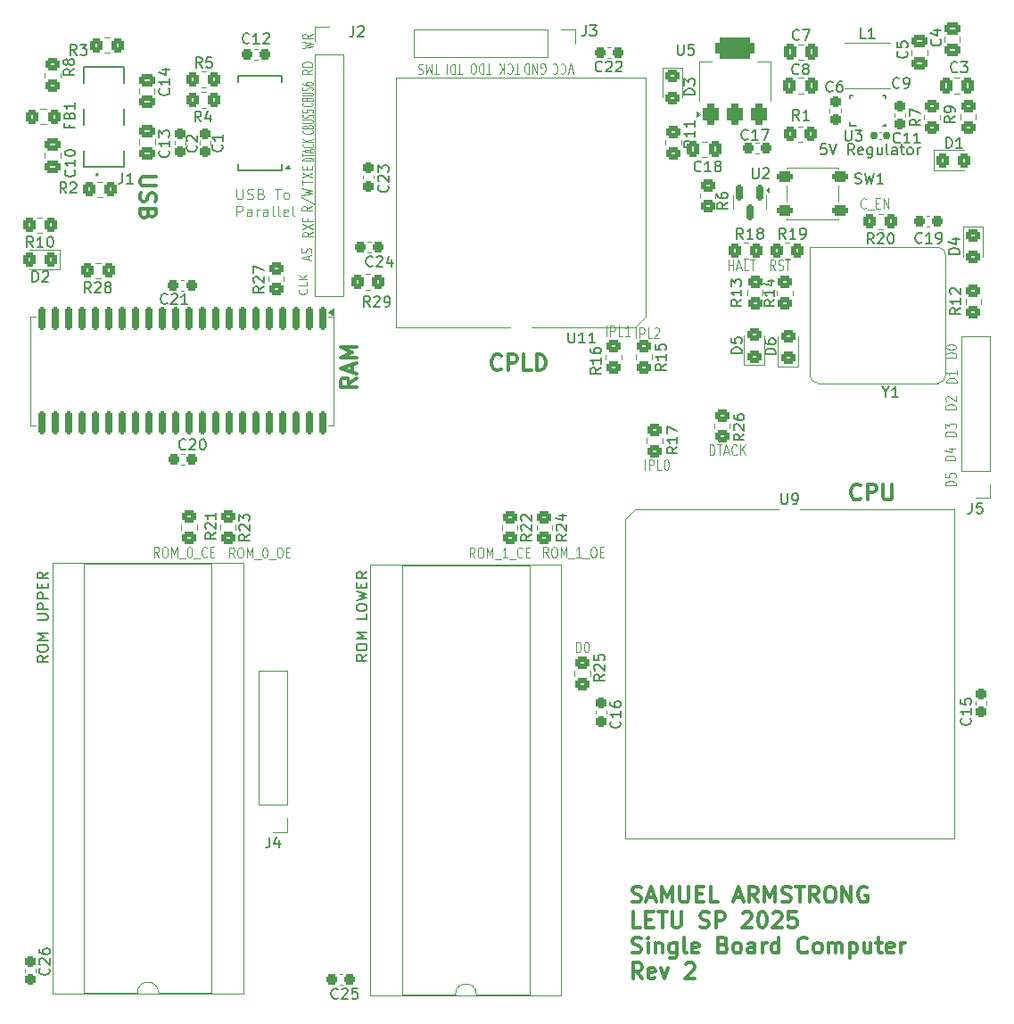
<source format=gto>
G04 #@! TF.GenerationSoftware,KiCad,Pcbnew,8.0.8-8.0.8-0~ubuntu24.04.1*
G04 #@! TF.CreationDate,2025-02-16T17:20:59-06:00*
G04 #@! TF.ProjectId,SingleBoardComputer,53696e67-6c65-4426-9f61-7264436f6d70,2.0*
G04 #@! TF.SameCoordinates,Original*
G04 #@! TF.FileFunction,Legend,Top*
G04 #@! TF.FilePolarity,Positive*
%FSLAX46Y46*%
G04 Gerber Fmt 4.6, Leading zero omitted, Abs format (unit mm)*
G04 Created by KiCad (PCBNEW 8.0.8-8.0.8-0~ubuntu24.04.1) date 2025-02-16 17:20:59*
%MOMM*%
%LPD*%
G01*
G04 APERTURE LIST*
G04 Aperture macros list*
%AMRoundRect*
0 Rectangle with rounded corners*
0 $1 Rounding radius*
0 $2 $3 $4 $5 $6 $7 $8 $9 X,Y pos of 4 corners*
0 Add a 4 corners polygon primitive as box body*
4,1,4,$2,$3,$4,$5,$6,$7,$8,$9,$2,$3,0*
0 Add four circle primitives for the rounded corners*
1,1,$1+$1,$2,$3*
1,1,$1+$1,$4,$5*
1,1,$1+$1,$6,$7*
1,1,$1+$1,$8,$9*
0 Add four rect primitives between the rounded corners*
20,1,$1+$1,$2,$3,$4,$5,0*
20,1,$1+$1,$4,$5,$6,$7,0*
20,1,$1+$1,$6,$7,$8,$9,0*
20,1,$1+$1,$8,$9,$2,$3,0*%
G04 Aperture macros list end*
%ADD10C,0.100000*%
%ADD11C,0.300000*%
%ADD12C,0.200000*%
%ADD13C,0.150000*%
%ADD14C,0.120000*%
%ADD15C,0.127000*%
%ADD16C,0.010000*%
%ADD17C,0.000000*%
%ADD18R,1.700000X1.700000*%
%ADD19O,1.700000X1.700000*%
%ADD20RoundRect,0.250000X-0.325000X-0.450000X0.325000X-0.450000X0.325000X0.450000X-0.325000X0.450000X0*%
%ADD21RoundRect,0.237500X-0.237500X0.300000X-0.237500X-0.300000X0.237500X-0.300000X0.237500X0.300000X0*%
%ADD22RoundRect,0.250000X-0.450000X0.350000X-0.450000X-0.350000X0.450000X-0.350000X0.450000X0.350000X0*%
%ADD23RoundRect,0.250000X-0.350000X-0.450000X0.350000X-0.450000X0.350000X0.450000X-0.350000X0.450000X0*%
%ADD24RoundRect,0.250000X0.450000X-0.350000X0.450000X0.350000X-0.450000X0.350000X-0.450000X-0.350000X0*%
%ADD25RoundRect,0.237500X0.300000X0.237500X-0.300000X0.237500X-0.300000X-0.237500X0.300000X-0.237500X0*%
%ADD26RoundRect,0.250000X0.350000X0.450000X-0.350000X0.450000X-0.350000X-0.450000X0.350000X-0.450000X0*%
%ADD27RoundRect,0.237500X0.237500X-0.300000X0.237500X0.300000X-0.237500X0.300000X-0.237500X-0.300000X0*%
%ADD28RoundRect,0.250000X0.325000X0.450000X-0.325000X0.450000X-0.325000X-0.450000X0.325000X-0.450000X0*%
%ADD29RoundRect,0.250000X0.337500X0.475000X-0.337500X0.475000X-0.337500X-0.475000X0.337500X-0.475000X0*%
%ADD30RoundRect,0.250000X-0.475000X0.337500X-0.475000X-0.337500X0.475000X-0.337500X0.475000X0.337500X0*%
%ADD31R,0.980000X3.400000*%
%ADD32RoundRect,0.375000X0.375000X-0.625000X0.375000X0.625000X-0.375000X0.625000X-0.375000X-0.625000X0*%
%ADD33RoundRect,0.500000X1.400000X-0.500000X1.400000X0.500000X-1.400000X0.500000X-1.400000X-0.500000X0*%
%ADD34R,2.400000X1.600000*%
%ADD35O,2.400000X1.600000*%
%ADD36RoundRect,0.155000X-0.212500X-0.155000X0.212500X-0.155000X0.212500X0.155000X-0.212500X0.155000X0*%
%ADD37RoundRect,0.250000X0.475000X-0.337500X0.475000X0.337500X-0.475000X0.337500X-0.475000X-0.337500X0*%
%ADD38RoundRect,0.250000X0.450000X-0.325000X0.450000X0.325000X-0.450000X0.325000X-0.450000X-0.325000X0*%
%ADD39R,0.240000X0.599999*%
%ADD40R,0.599999X0.240000*%
%ADD41R,0.700001X0.850001*%
%ADD42R,0.349999X1.450000*%
%ADD43R,0.349999X1.799999*%
%ADD44RoundRect,0.250000X-0.450000X0.325000X-0.450000X-0.325000X0.450000X-0.325000X0.450000X0.325000X0*%
%ADD45RoundRect,0.237500X-0.300000X-0.237500X0.300000X-0.237500X0.300000X0.237500X-0.300000X0.237500X0*%
%ADD46R,1.422400X1.422400*%
%ADD47C,1.422400*%
%ADD48RoundRect,0.150000X-0.150000X0.587500X-0.150000X-0.587500X0.150000X-0.587500X0.150000X0.587500X0*%
%ADD49R,1.200000X0.400000*%
%ADD50RoundRect,0.150000X-0.150000X0.925000X-0.150000X-0.925000X0.150000X-0.925000X0.150000X0.925000X0*%
%ADD51RoundRect,0.250000X-0.337500X-0.475000X0.337500X-0.475000X0.337500X0.475000X-0.337500X0.475000X0*%
%ADD52R,1.600000X1.600000*%
%ADD53C,1.600000*%
%ADD54RoundRect,0.250000X0.525000X0.250000X-0.525000X0.250000X-0.525000X-0.250000X0.525000X-0.250000X0*%
G04 APERTURE END LIST*
D10*
X130422419Y-60262782D02*
X130422419Y-59834211D01*
X131422419Y-60048496D02*
X130422419Y-60048496D01*
X130422419Y-59655639D02*
X131422419Y-59155639D01*
X130422419Y-59155639D02*
X131422419Y-59655639D01*
X130898609Y-58869924D02*
X130898609Y-58619924D01*
X131422419Y-58512781D02*
X131422419Y-58869924D01*
X131422419Y-58869924D02*
X130422419Y-58869924D01*
X130422419Y-58869924D02*
X130422419Y-58512781D01*
X153112782Y-49729961D02*
X153184211Y-49777580D01*
X153184211Y-49777580D02*
X153291353Y-49777580D01*
X153291353Y-49777580D02*
X153398496Y-49729961D01*
X153398496Y-49729961D02*
X153469925Y-49634723D01*
X153469925Y-49634723D02*
X153505639Y-49539485D01*
X153505639Y-49539485D02*
X153541353Y-49349009D01*
X153541353Y-49349009D02*
X153541353Y-49206152D01*
X153541353Y-49206152D02*
X153505639Y-49015676D01*
X153505639Y-49015676D02*
X153469925Y-48920438D01*
X153469925Y-48920438D02*
X153398496Y-48825200D01*
X153398496Y-48825200D02*
X153291353Y-48777580D01*
X153291353Y-48777580D02*
X153219925Y-48777580D01*
X153219925Y-48777580D02*
X153112782Y-48825200D01*
X153112782Y-48825200D02*
X153077068Y-48872819D01*
X153077068Y-48872819D02*
X153077068Y-49206152D01*
X153077068Y-49206152D02*
X153219925Y-49206152D01*
X152755639Y-48777580D02*
X152755639Y-49777580D01*
X152755639Y-49777580D02*
X152327068Y-48777580D01*
X152327068Y-48777580D02*
X152327068Y-49777580D01*
X151969925Y-48777580D02*
X151969925Y-49777580D01*
X151969925Y-49777580D02*
X151791354Y-49777580D01*
X151791354Y-49777580D02*
X151684211Y-49729961D01*
X151684211Y-49729961D02*
X151612782Y-49634723D01*
X151612782Y-49634723D02*
X151577068Y-49539485D01*
X151577068Y-49539485D02*
X151541354Y-49349009D01*
X151541354Y-49349009D02*
X151541354Y-49206152D01*
X151541354Y-49206152D02*
X151577068Y-49015676D01*
X151577068Y-49015676D02*
X151612782Y-48920438D01*
X151612782Y-48920438D02*
X151684211Y-48825200D01*
X151684211Y-48825200D02*
X151791354Y-48777580D01*
X151791354Y-48777580D02*
X151969925Y-48777580D01*
X131061704Y-67416353D02*
X131061704Y-67059211D01*
X131347419Y-67487782D02*
X130347419Y-67237782D01*
X130347419Y-67237782D02*
X131347419Y-66987782D01*
X131299800Y-66773496D02*
X131347419Y-66666354D01*
X131347419Y-66666354D02*
X131347419Y-66487782D01*
X131347419Y-66487782D02*
X131299800Y-66416354D01*
X131299800Y-66416354D02*
X131252180Y-66380639D01*
X131252180Y-66380639D02*
X131156942Y-66344925D01*
X131156942Y-66344925D02*
X131061704Y-66344925D01*
X131061704Y-66344925D02*
X130966466Y-66380639D01*
X130966466Y-66380639D02*
X130918847Y-66416354D01*
X130918847Y-66416354D02*
X130871228Y-66487782D01*
X130871228Y-66487782D02*
X130823609Y-66630639D01*
X130823609Y-66630639D02*
X130775990Y-66702068D01*
X130775990Y-66702068D02*
X130728371Y-66737782D01*
X130728371Y-66737782D02*
X130633133Y-66773496D01*
X130633133Y-66773496D02*
X130537895Y-66773496D01*
X130537895Y-66773496D02*
X130442657Y-66737782D01*
X130442657Y-66737782D02*
X130395038Y-66702068D01*
X130395038Y-66702068D02*
X130347419Y-66630639D01*
X130347419Y-66630639D02*
X130347419Y-66452068D01*
X130347419Y-66452068D02*
X130395038Y-66344925D01*
X130447419Y-47377068D02*
X131447419Y-47198496D01*
X131447419Y-47198496D02*
X130733133Y-47055639D01*
X130733133Y-47055639D02*
X131447419Y-46912782D01*
X131447419Y-46912782D02*
X130447419Y-46734211D01*
X131447419Y-46019925D02*
X130971228Y-46269925D01*
X131447419Y-46448496D02*
X130447419Y-46448496D01*
X130447419Y-46448496D02*
X130447419Y-46162782D01*
X130447419Y-46162782D02*
X130495038Y-46091353D01*
X130495038Y-46091353D02*
X130542657Y-46055639D01*
X130542657Y-46055639D02*
X130637895Y-46019925D01*
X130637895Y-46019925D02*
X130780752Y-46019925D01*
X130780752Y-46019925D02*
X130875990Y-46055639D01*
X130875990Y-46055639D02*
X130923609Y-46091353D01*
X130923609Y-46091353D02*
X130971228Y-46162782D01*
X130971228Y-46162782D02*
X130971228Y-46448496D01*
X131472419Y-64802068D02*
X130996228Y-65052068D01*
X131472419Y-65230639D02*
X130472419Y-65230639D01*
X130472419Y-65230639D02*
X130472419Y-64944925D01*
X130472419Y-64944925D02*
X130520038Y-64873496D01*
X130520038Y-64873496D02*
X130567657Y-64837782D01*
X130567657Y-64837782D02*
X130662895Y-64802068D01*
X130662895Y-64802068D02*
X130805752Y-64802068D01*
X130805752Y-64802068D02*
X130900990Y-64837782D01*
X130900990Y-64837782D02*
X130948609Y-64873496D01*
X130948609Y-64873496D02*
X130996228Y-64944925D01*
X130996228Y-64944925D02*
X130996228Y-65230639D01*
X130472419Y-64552068D02*
X131472419Y-64052068D01*
X130472419Y-64052068D02*
X131472419Y-64552068D01*
X130948609Y-63516353D02*
X130948609Y-63766353D01*
X131472419Y-63766353D02*
X130472419Y-63766353D01*
X130472419Y-63766353D02*
X130472419Y-63409210D01*
X192472419Y-86493734D02*
X191472419Y-86493734D01*
X191472419Y-86493734D02*
X191472419Y-86303258D01*
X191472419Y-86303258D02*
X191520038Y-86188972D01*
X191520038Y-86188972D02*
X191615276Y-86112782D01*
X191615276Y-86112782D02*
X191710514Y-86074687D01*
X191710514Y-86074687D02*
X191900990Y-86036591D01*
X191900990Y-86036591D02*
X192043847Y-86036591D01*
X192043847Y-86036591D02*
X192234323Y-86074687D01*
X192234323Y-86074687D02*
X192329561Y-86112782D01*
X192329561Y-86112782D02*
X192424800Y-86188972D01*
X192424800Y-86188972D02*
X192472419Y-86303258D01*
X192472419Y-86303258D02*
X192472419Y-86493734D01*
X191805752Y-85350877D02*
X192472419Y-85350877D01*
X191424800Y-85541353D02*
X192139085Y-85731830D01*
X192139085Y-85731830D02*
X192139085Y-85236591D01*
X148337782Y-49802580D02*
X147909211Y-49802580D01*
X148123496Y-48802580D02*
X148123496Y-49802580D01*
X147659210Y-48802580D02*
X147659210Y-49802580D01*
X147659210Y-49802580D02*
X147480639Y-49802580D01*
X147480639Y-49802580D02*
X147373496Y-49754961D01*
X147373496Y-49754961D02*
X147302067Y-49659723D01*
X147302067Y-49659723D02*
X147266353Y-49564485D01*
X147266353Y-49564485D02*
X147230639Y-49374009D01*
X147230639Y-49374009D02*
X147230639Y-49231152D01*
X147230639Y-49231152D02*
X147266353Y-49040676D01*
X147266353Y-49040676D02*
X147302067Y-48945438D01*
X147302067Y-48945438D02*
X147373496Y-48850200D01*
X147373496Y-48850200D02*
X147480639Y-48802580D01*
X147480639Y-48802580D02*
X147659210Y-48802580D01*
X146766353Y-49802580D02*
X146623496Y-49802580D01*
X146623496Y-49802580D02*
X146552067Y-49754961D01*
X146552067Y-49754961D02*
X146480639Y-49659723D01*
X146480639Y-49659723D02*
X146444924Y-49469247D01*
X146444924Y-49469247D02*
X146444924Y-49135914D01*
X146444924Y-49135914D02*
X146480639Y-48945438D01*
X146480639Y-48945438D02*
X146552067Y-48850200D01*
X146552067Y-48850200D02*
X146623496Y-48802580D01*
X146623496Y-48802580D02*
X146766353Y-48802580D01*
X146766353Y-48802580D02*
X146837782Y-48850200D01*
X146837782Y-48850200D02*
X146909210Y-48945438D01*
X146909210Y-48945438D02*
X146944924Y-49135914D01*
X146944924Y-49135914D02*
X146944924Y-49469247D01*
X146944924Y-49469247D02*
X146909210Y-49659723D01*
X146909210Y-49659723D02*
X146837782Y-49754961D01*
X146837782Y-49754961D02*
X146766353Y-49802580D01*
D11*
X183461653Y-90082971D02*
X183390225Y-90154400D01*
X183390225Y-90154400D02*
X183175939Y-90225828D01*
X183175939Y-90225828D02*
X183033082Y-90225828D01*
X183033082Y-90225828D02*
X182818796Y-90154400D01*
X182818796Y-90154400D02*
X182675939Y-90011542D01*
X182675939Y-90011542D02*
X182604510Y-89868685D01*
X182604510Y-89868685D02*
X182533082Y-89582971D01*
X182533082Y-89582971D02*
X182533082Y-89368685D01*
X182533082Y-89368685D02*
X182604510Y-89082971D01*
X182604510Y-89082971D02*
X182675939Y-88940114D01*
X182675939Y-88940114D02*
X182818796Y-88797257D01*
X182818796Y-88797257D02*
X183033082Y-88725828D01*
X183033082Y-88725828D02*
X183175939Y-88725828D01*
X183175939Y-88725828D02*
X183390225Y-88797257D01*
X183390225Y-88797257D02*
X183461653Y-88868685D01*
X184104510Y-90225828D02*
X184104510Y-88725828D01*
X184104510Y-88725828D02*
X184675939Y-88725828D01*
X184675939Y-88725828D02*
X184818796Y-88797257D01*
X184818796Y-88797257D02*
X184890225Y-88868685D01*
X184890225Y-88868685D02*
X184961653Y-89011542D01*
X184961653Y-89011542D02*
X184961653Y-89225828D01*
X184961653Y-89225828D02*
X184890225Y-89368685D01*
X184890225Y-89368685D02*
X184818796Y-89440114D01*
X184818796Y-89440114D02*
X184675939Y-89511542D01*
X184675939Y-89511542D02*
X184104510Y-89511542D01*
X185604510Y-88725828D02*
X185604510Y-89940114D01*
X185604510Y-89940114D02*
X185675939Y-90082971D01*
X185675939Y-90082971D02*
X185747368Y-90154400D01*
X185747368Y-90154400D02*
X185890225Y-90225828D01*
X185890225Y-90225828D02*
X186175939Y-90225828D01*
X186175939Y-90225828D02*
X186318796Y-90154400D01*
X186318796Y-90154400D02*
X186390225Y-90082971D01*
X186390225Y-90082971D02*
X186461653Y-89940114D01*
X186461653Y-89940114D02*
X186461653Y-88725828D01*
D10*
X131422419Y-49402068D02*
X130946228Y-49652068D01*
X131422419Y-49830639D02*
X130422419Y-49830639D01*
X130422419Y-49830639D02*
X130422419Y-49544925D01*
X130422419Y-49544925D02*
X130470038Y-49473496D01*
X130470038Y-49473496D02*
X130517657Y-49437782D01*
X130517657Y-49437782D02*
X130612895Y-49402068D01*
X130612895Y-49402068D02*
X130755752Y-49402068D01*
X130755752Y-49402068D02*
X130850990Y-49437782D01*
X130850990Y-49437782D02*
X130898609Y-49473496D01*
X130898609Y-49473496D02*
X130946228Y-49544925D01*
X130946228Y-49544925D02*
X130946228Y-49830639D01*
X131422419Y-49080639D02*
X130422419Y-49080639D01*
X130422419Y-49080639D02*
X130422419Y-48902068D01*
X130422419Y-48902068D02*
X130470038Y-48794925D01*
X130470038Y-48794925D02*
X130565276Y-48723496D01*
X130565276Y-48723496D02*
X130660514Y-48687782D01*
X130660514Y-48687782D02*
X130850990Y-48652068D01*
X130850990Y-48652068D02*
X130993847Y-48652068D01*
X130993847Y-48652068D02*
X131184323Y-48687782D01*
X131184323Y-48687782D02*
X131279561Y-48723496D01*
X131279561Y-48723496D02*
X131374800Y-48794925D01*
X131374800Y-48794925D02*
X131422419Y-48902068D01*
X131422419Y-48902068D02*
X131422419Y-49080639D01*
X145612782Y-49827580D02*
X145184211Y-49827580D01*
X145398496Y-48827580D02*
X145398496Y-49827580D01*
X144934210Y-48827580D02*
X144934210Y-49827580D01*
X144934210Y-49827580D02*
X144755639Y-49827580D01*
X144755639Y-49827580D02*
X144648496Y-49779961D01*
X144648496Y-49779961D02*
X144577067Y-49684723D01*
X144577067Y-49684723D02*
X144541353Y-49589485D01*
X144541353Y-49589485D02*
X144505639Y-49399009D01*
X144505639Y-49399009D02*
X144505639Y-49256152D01*
X144505639Y-49256152D02*
X144541353Y-49065676D01*
X144541353Y-49065676D02*
X144577067Y-48970438D01*
X144577067Y-48970438D02*
X144648496Y-48875200D01*
X144648496Y-48875200D02*
X144755639Y-48827580D01*
X144755639Y-48827580D02*
X144934210Y-48827580D01*
X144184210Y-48827580D02*
X144184210Y-49827580D01*
X192522419Y-81593734D02*
X191522419Y-81593734D01*
X191522419Y-81593734D02*
X191522419Y-81403258D01*
X191522419Y-81403258D02*
X191570038Y-81288972D01*
X191570038Y-81288972D02*
X191665276Y-81212782D01*
X191665276Y-81212782D02*
X191760514Y-81174687D01*
X191760514Y-81174687D02*
X191950990Y-81136591D01*
X191950990Y-81136591D02*
X192093847Y-81136591D01*
X192093847Y-81136591D02*
X192284323Y-81174687D01*
X192284323Y-81174687D02*
X192379561Y-81212782D01*
X192379561Y-81212782D02*
X192474800Y-81288972D01*
X192474800Y-81288972D02*
X192522419Y-81403258D01*
X192522419Y-81403258D02*
X192522419Y-81593734D01*
X191617657Y-80831830D02*
X191570038Y-80793734D01*
X191570038Y-80793734D02*
X191522419Y-80717544D01*
X191522419Y-80717544D02*
X191522419Y-80527068D01*
X191522419Y-80527068D02*
X191570038Y-80450877D01*
X191570038Y-80450877D02*
X191617657Y-80412782D01*
X191617657Y-80412782D02*
X191712895Y-80374687D01*
X191712895Y-80374687D02*
X191808133Y-80374687D01*
X191808133Y-80374687D02*
X191950990Y-80412782D01*
X191950990Y-80412782D02*
X192522419Y-80869925D01*
X192522419Y-80869925D02*
X192522419Y-80374687D01*
X131352180Y-52554449D02*
X131399800Y-52578258D01*
X131399800Y-52578258D02*
X131447419Y-52649687D01*
X131447419Y-52649687D02*
X131447419Y-52697306D01*
X131447419Y-52697306D02*
X131399800Y-52768734D01*
X131399800Y-52768734D02*
X131304561Y-52816353D01*
X131304561Y-52816353D02*
X131209323Y-52840163D01*
X131209323Y-52840163D02*
X131018847Y-52863972D01*
X131018847Y-52863972D02*
X130875990Y-52863972D01*
X130875990Y-52863972D02*
X130685514Y-52840163D01*
X130685514Y-52840163D02*
X130590276Y-52816353D01*
X130590276Y-52816353D02*
X130495038Y-52768734D01*
X130495038Y-52768734D02*
X130447419Y-52697306D01*
X130447419Y-52697306D02*
X130447419Y-52649687D01*
X130447419Y-52649687D02*
X130495038Y-52578258D01*
X130495038Y-52578258D02*
X130542657Y-52554449D01*
X130923609Y-52173496D02*
X130971228Y-52102068D01*
X130971228Y-52102068D02*
X131018847Y-52078258D01*
X131018847Y-52078258D02*
X131114085Y-52054449D01*
X131114085Y-52054449D02*
X131256942Y-52054449D01*
X131256942Y-52054449D02*
X131352180Y-52078258D01*
X131352180Y-52078258D02*
X131399800Y-52102068D01*
X131399800Y-52102068D02*
X131447419Y-52149687D01*
X131447419Y-52149687D02*
X131447419Y-52340163D01*
X131447419Y-52340163D02*
X130447419Y-52340163D01*
X130447419Y-52340163D02*
X130447419Y-52173496D01*
X130447419Y-52173496D02*
X130495038Y-52125877D01*
X130495038Y-52125877D02*
X130542657Y-52102068D01*
X130542657Y-52102068D02*
X130637895Y-52078258D01*
X130637895Y-52078258D02*
X130733133Y-52078258D01*
X130733133Y-52078258D02*
X130828371Y-52102068D01*
X130828371Y-52102068D02*
X130875990Y-52125877D01*
X130875990Y-52125877D02*
X130923609Y-52173496D01*
X130923609Y-52173496D02*
X130923609Y-52340163D01*
X130447419Y-51840163D02*
X131256942Y-51840163D01*
X131256942Y-51840163D02*
X131352180Y-51816353D01*
X131352180Y-51816353D02*
X131399800Y-51792544D01*
X131399800Y-51792544D02*
X131447419Y-51744925D01*
X131447419Y-51744925D02*
X131447419Y-51649687D01*
X131447419Y-51649687D02*
X131399800Y-51602068D01*
X131399800Y-51602068D02*
X131352180Y-51578258D01*
X131352180Y-51578258D02*
X131256942Y-51554449D01*
X131256942Y-51554449D02*
X130447419Y-51554449D01*
X131399800Y-51340162D02*
X131447419Y-51268734D01*
X131447419Y-51268734D02*
X131447419Y-51149686D01*
X131447419Y-51149686D02*
X131399800Y-51102067D01*
X131399800Y-51102067D02*
X131352180Y-51078258D01*
X131352180Y-51078258D02*
X131256942Y-51054448D01*
X131256942Y-51054448D02*
X131161704Y-51054448D01*
X131161704Y-51054448D02*
X131066466Y-51078258D01*
X131066466Y-51078258D02*
X131018847Y-51102067D01*
X131018847Y-51102067D02*
X130971228Y-51149686D01*
X130971228Y-51149686D02*
X130923609Y-51244924D01*
X130923609Y-51244924D02*
X130875990Y-51292543D01*
X130875990Y-51292543D02*
X130828371Y-51316353D01*
X130828371Y-51316353D02*
X130733133Y-51340162D01*
X130733133Y-51340162D02*
X130637895Y-51340162D01*
X130637895Y-51340162D02*
X130542657Y-51316353D01*
X130542657Y-51316353D02*
X130495038Y-51292543D01*
X130495038Y-51292543D02*
X130447419Y-51244924D01*
X130447419Y-51244924D02*
X130447419Y-51125877D01*
X130447419Y-51125877D02*
X130495038Y-51054448D01*
X130447419Y-50625877D02*
X130447419Y-50721115D01*
X130447419Y-50721115D02*
X130495038Y-50768734D01*
X130495038Y-50768734D02*
X130542657Y-50792544D01*
X130542657Y-50792544D02*
X130685514Y-50840163D01*
X130685514Y-50840163D02*
X130875990Y-50863972D01*
X130875990Y-50863972D02*
X131256942Y-50863972D01*
X131256942Y-50863972D02*
X131352180Y-50840163D01*
X131352180Y-50840163D02*
X131399800Y-50816353D01*
X131399800Y-50816353D02*
X131447419Y-50768734D01*
X131447419Y-50768734D02*
X131447419Y-50673496D01*
X131447419Y-50673496D02*
X131399800Y-50625877D01*
X131399800Y-50625877D02*
X131352180Y-50602068D01*
X131352180Y-50602068D02*
X131256942Y-50578258D01*
X131256942Y-50578258D02*
X131018847Y-50578258D01*
X131018847Y-50578258D02*
X130923609Y-50602068D01*
X130923609Y-50602068D02*
X130875990Y-50625877D01*
X130875990Y-50625877D02*
X130828371Y-50673496D01*
X130828371Y-50673496D02*
X130828371Y-50768734D01*
X130828371Y-50768734D02*
X130875990Y-50816353D01*
X130875990Y-50816353D02*
X130923609Y-50840163D01*
X130923609Y-50840163D02*
X131018847Y-50863972D01*
X153813408Y-95697419D02*
X153546741Y-95221228D01*
X153356265Y-95697419D02*
X153356265Y-94697419D01*
X153356265Y-94697419D02*
X153661027Y-94697419D01*
X153661027Y-94697419D02*
X153737217Y-94745038D01*
X153737217Y-94745038D02*
X153775312Y-94792657D01*
X153775312Y-94792657D02*
X153813408Y-94887895D01*
X153813408Y-94887895D02*
X153813408Y-95030752D01*
X153813408Y-95030752D02*
X153775312Y-95125990D01*
X153775312Y-95125990D02*
X153737217Y-95173609D01*
X153737217Y-95173609D02*
X153661027Y-95221228D01*
X153661027Y-95221228D02*
X153356265Y-95221228D01*
X154308646Y-94697419D02*
X154461027Y-94697419D01*
X154461027Y-94697419D02*
X154537217Y-94745038D01*
X154537217Y-94745038D02*
X154613408Y-94840276D01*
X154613408Y-94840276D02*
X154651503Y-95030752D01*
X154651503Y-95030752D02*
X154651503Y-95364085D01*
X154651503Y-95364085D02*
X154613408Y-95554561D01*
X154613408Y-95554561D02*
X154537217Y-95649800D01*
X154537217Y-95649800D02*
X154461027Y-95697419D01*
X154461027Y-95697419D02*
X154308646Y-95697419D01*
X154308646Y-95697419D02*
X154232455Y-95649800D01*
X154232455Y-95649800D02*
X154156265Y-95554561D01*
X154156265Y-95554561D02*
X154118169Y-95364085D01*
X154118169Y-95364085D02*
X154118169Y-95030752D01*
X154118169Y-95030752D02*
X154156265Y-94840276D01*
X154156265Y-94840276D02*
X154232455Y-94745038D01*
X154232455Y-94745038D02*
X154308646Y-94697419D01*
X154994360Y-95697419D02*
X154994360Y-94697419D01*
X154994360Y-94697419D02*
X155261026Y-95411704D01*
X155261026Y-95411704D02*
X155527693Y-94697419D01*
X155527693Y-94697419D02*
X155527693Y-95697419D01*
X155718170Y-95792657D02*
X156327693Y-95792657D01*
X156937217Y-95697419D02*
X156480074Y-95697419D01*
X156708646Y-95697419D02*
X156708646Y-94697419D01*
X156708646Y-94697419D02*
X156632455Y-94840276D01*
X156632455Y-94840276D02*
X156556265Y-94935514D01*
X156556265Y-94935514D02*
X156480074Y-94983133D01*
X157089599Y-95792657D02*
X157699122Y-95792657D01*
X158041980Y-94697419D02*
X158194361Y-94697419D01*
X158194361Y-94697419D02*
X158270551Y-94745038D01*
X158270551Y-94745038D02*
X158346742Y-94840276D01*
X158346742Y-94840276D02*
X158384837Y-95030752D01*
X158384837Y-95030752D02*
X158384837Y-95364085D01*
X158384837Y-95364085D02*
X158346742Y-95554561D01*
X158346742Y-95554561D02*
X158270551Y-95649800D01*
X158270551Y-95649800D02*
X158194361Y-95697419D01*
X158194361Y-95697419D02*
X158041980Y-95697419D01*
X158041980Y-95697419D02*
X157965789Y-95649800D01*
X157965789Y-95649800D02*
X157889599Y-95554561D01*
X157889599Y-95554561D02*
X157851503Y-95364085D01*
X157851503Y-95364085D02*
X157851503Y-95030752D01*
X157851503Y-95030752D02*
X157889599Y-94840276D01*
X157889599Y-94840276D02*
X157965789Y-94745038D01*
X157965789Y-94745038D02*
X158041980Y-94697419D01*
X158727694Y-95173609D02*
X158994360Y-95173609D01*
X159108646Y-95697419D02*
X158727694Y-95697419D01*
X158727694Y-95697419D02*
X158727694Y-94697419D01*
X158727694Y-94697419D02*
X159108646Y-94697419D01*
D11*
X149336653Y-77782971D02*
X149265225Y-77854400D01*
X149265225Y-77854400D02*
X149050939Y-77925828D01*
X149050939Y-77925828D02*
X148908082Y-77925828D01*
X148908082Y-77925828D02*
X148693796Y-77854400D01*
X148693796Y-77854400D02*
X148550939Y-77711542D01*
X148550939Y-77711542D02*
X148479510Y-77568685D01*
X148479510Y-77568685D02*
X148408082Y-77282971D01*
X148408082Y-77282971D02*
X148408082Y-77068685D01*
X148408082Y-77068685D02*
X148479510Y-76782971D01*
X148479510Y-76782971D02*
X148550939Y-76640114D01*
X148550939Y-76640114D02*
X148693796Y-76497257D01*
X148693796Y-76497257D02*
X148908082Y-76425828D01*
X148908082Y-76425828D02*
X149050939Y-76425828D01*
X149050939Y-76425828D02*
X149265225Y-76497257D01*
X149265225Y-76497257D02*
X149336653Y-76568685D01*
X149979510Y-77925828D02*
X149979510Y-76425828D01*
X149979510Y-76425828D02*
X150550939Y-76425828D01*
X150550939Y-76425828D02*
X150693796Y-76497257D01*
X150693796Y-76497257D02*
X150765225Y-76568685D01*
X150765225Y-76568685D02*
X150836653Y-76711542D01*
X150836653Y-76711542D02*
X150836653Y-76925828D01*
X150836653Y-76925828D02*
X150765225Y-77068685D01*
X150765225Y-77068685D02*
X150693796Y-77140114D01*
X150693796Y-77140114D02*
X150550939Y-77211542D01*
X150550939Y-77211542D02*
X149979510Y-77211542D01*
X152193796Y-77925828D02*
X151479510Y-77925828D01*
X151479510Y-77925828D02*
X151479510Y-76425828D01*
X152693796Y-77925828D02*
X152693796Y-76425828D01*
X152693796Y-76425828D02*
X153050939Y-76425828D01*
X153050939Y-76425828D02*
X153265225Y-76497257D01*
X153265225Y-76497257D02*
X153408082Y-76640114D01*
X153408082Y-76640114D02*
X153479511Y-76782971D01*
X153479511Y-76782971D02*
X153550939Y-77068685D01*
X153550939Y-77068685D02*
X153550939Y-77282971D01*
X153550939Y-77282971D02*
X153479511Y-77568685D01*
X153479511Y-77568685D02*
X153408082Y-77711542D01*
X153408082Y-77711542D02*
X153265225Y-77854400D01*
X153265225Y-77854400D02*
X153050939Y-77925828D01*
X153050939Y-77925828D02*
X152693796Y-77925828D01*
D10*
X162106265Y-74872419D02*
X162106265Y-73872419D01*
X162487217Y-74872419D02*
X162487217Y-73872419D01*
X162487217Y-73872419D02*
X162791979Y-73872419D01*
X162791979Y-73872419D02*
X162868169Y-73920038D01*
X162868169Y-73920038D02*
X162906264Y-73967657D01*
X162906264Y-73967657D02*
X162944360Y-74062895D01*
X162944360Y-74062895D02*
X162944360Y-74205752D01*
X162944360Y-74205752D02*
X162906264Y-74300990D01*
X162906264Y-74300990D02*
X162868169Y-74348609D01*
X162868169Y-74348609D02*
X162791979Y-74396228D01*
X162791979Y-74396228D02*
X162487217Y-74396228D01*
X163668169Y-74872419D02*
X163287217Y-74872419D01*
X163287217Y-74872419D02*
X163287217Y-73872419D01*
X163896740Y-73967657D02*
X163934836Y-73920038D01*
X163934836Y-73920038D02*
X164011026Y-73872419D01*
X164011026Y-73872419D02*
X164201502Y-73872419D01*
X164201502Y-73872419D02*
X164277693Y-73920038D01*
X164277693Y-73920038D02*
X164315788Y-73967657D01*
X164315788Y-73967657D02*
X164353883Y-74062895D01*
X164353883Y-74062895D02*
X164353883Y-74158133D01*
X164353883Y-74158133D02*
X164315788Y-74300990D01*
X164315788Y-74300990D02*
X163858645Y-74872419D01*
X163858645Y-74872419D02*
X164353883Y-74872419D01*
X130845704Y-70227068D02*
X130883800Y-70262782D01*
X130883800Y-70262782D02*
X130921895Y-70369925D01*
X130921895Y-70369925D02*
X130921895Y-70441353D01*
X130921895Y-70441353D02*
X130883800Y-70548496D01*
X130883800Y-70548496D02*
X130807609Y-70619925D01*
X130807609Y-70619925D02*
X130731419Y-70655639D01*
X130731419Y-70655639D02*
X130579038Y-70691353D01*
X130579038Y-70691353D02*
X130464752Y-70691353D01*
X130464752Y-70691353D02*
X130312371Y-70655639D01*
X130312371Y-70655639D02*
X130236180Y-70619925D01*
X130236180Y-70619925D02*
X130159990Y-70548496D01*
X130159990Y-70548496D02*
X130121895Y-70441353D01*
X130121895Y-70441353D02*
X130121895Y-70369925D01*
X130121895Y-70369925D02*
X130159990Y-70262782D01*
X130159990Y-70262782D02*
X130198085Y-70227068D01*
X130921895Y-69548496D02*
X130921895Y-69905639D01*
X130921895Y-69905639D02*
X130121895Y-69905639D01*
X130921895Y-69298496D02*
X130121895Y-69298496D01*
X130921895Y-68869925D02*
X130464752Y-69191353D01*
X130121895Y-68869925D02*
X130579038Y-69298496D01*
X146813408Y-95722419D02*
X146546741Y-95246228D01*
X146356265Y-95722419D02*
X146356265Y-94722419D01*
X146356265Y-94722419D02*
X146661027Y-94722419D01*
X146661027Y-94722419D02*
X146737217Y-94770038D01*
X146737217Y-94770038D02*
X146775312Y-94817657D01*
X146775312Y-94817657D02*
X146813408Y-94912895D01*
X146813408Y-94912895D02*
X146813408Y-95055752D01*
X146813408Y-95055752D02*
X146775312Y-95150990D01*
X146775312Y-95150990D02*
X146737217Y-95198609D01*
X146737217Y-95198609D02*
X146661027Y-95246228D01*
X146661027Y-95246228D02*
X146356265Y-95246228D01*
X147308646Y-94722419D02*
X147461027Y-94722419D01*
X147461027Y-94722419D02*
X147537217Y-94770038D01*
X147537217Y-94770038D02*
X147613408Y-94865276D01*
X147613408Y-94865276D02*
X147651503Y-95055752D01*
X147651503Y-95055752D02*
X147651503Y-95389085D01*
X147651503Y-95389085D02*
X147613408Y-95579561D01*
X147613408Y-95579561D02*
X147537217Y-95674800D01*
X147537217Y-95674800D02*
X147461027Y-95722419D01*
X147461027Y-95722419D02*
X147308646Y-95722419D01*
X147308646Y-95722419D02*
X147232455Y-95674800D01*
X147232455Y-95674800D02*
X147156265Y-95579561D01*
X147156265Y-95579561D02*
X147118169Y-95389085D01*
X147118169Y-95389085D02*
X147118169Y-95055752D01*
X147118169Y-95055752D02*
X147156265Y-94865276D01*
X147156265Y-94865276D02*
X147232455Y-94770038D01*
X147232455Y-94770038D02*
X147308646Y-94722419D01*
X147994360Y-95722419D02*
X147994360Y-94722419D01*
X147994360Y-94722419D02*
X148261026Y-95436704D01*
X148261026Y-95436704D02*
X148527693Y-94722419D01*
X148527693Y-94722419D02*
X148527693Y-95722419D01*
X148718170Y-95817657D02*
X149327693Y-95817657D01*
X149937217Y-95722419D02*
X149480074Y-95722419D01*
X149708646Y-95722419D02*
X149708646Y-94722419D01*
X149708646Y-94722419D02*
X149632455Y-94865276D01*
X149632455Y-94865276D02*
X149556265Y-94960514D01*
X149556265Y-94960514D02*
X149480074Y-95008133D01*
X150089599Y-95817657D02*
X150699122Y-95817657D01*
X151346742Y-95627180D02*
X151308646Y-95674800D01*
X151308646Y-95674800D02*
X151194361Y-95722419D01*
X151194361Y-95722419D02*
X151118170Y-95722419D01*
X151118170Y-95722419D02*
X151003884Y-95674800D01*
X151003884Y-95674800D02*
X150927694Y-95579561D01*
X150927694Y-95579561D02*
X150889599Y-95484323D01*
X150889599Y-95484323D02*
X150851503Y-95293847D01*
X150851503Y-95293847D02*
X150851503Y-95150990D01*
X150851503Y-95150990D02*
X150889599Y-94960514D01*
X150889599Y-94960514D02*
X150927694Y-94865276D01*
X150927694Y-94865276D02*
X151003884Y-94770038D01*
X151003884Y-94770038D02*
X151118170Y-94722419D01*
X151118170Y-94722419D02*
X151194361Y-94722419D01*
X151194361Y-94722419D02*
X151308646Y-94770038D01*
X151308646Y-94770038D02*
X151346742Y-94817657D01*
X151689599Y-95198609D02*
X151956265Y-95198609D01*
X152070551Y-95722419D02*
X151689599Y-95722419D01*
X151689599Y-95722419D02*
X151689599Y-94722419D01*
X151689599Y-94722419D02*
X152070551Y-94722419D01*
D11*
X135600828Y-78638346D02*
X134886542Y-79138346D01*
X135600828Y-79495489D02*
X134100828Y-79495489D01*
X134100828Y-79495489D02*
X134100828Y-78924060D01*
X134100828Y-78924060D02*
X134172257Y-78781203D01*
X134172257Y-78781203D02*
X134243685Y-78709774D01*
X134243685Y-78709774D02*
X134386542Y-78638346D01*
X134386542Y-78638346D02*
X134600828Y-78638346D01*
X134600828Y-78638346D02*
X134743685Y-78709774D01*
X134743685Y-78709774D02*
X134815114Y-78781203D01*
X134815114Y-78781203D02*
X134886542Y-78924060D01*
X134886542Y-78924060D02*
X134886542Y-79495489D01*
X135172257Y-78066917D02*
X135172257Y-77352632D01*
X135600828Y-78209774D02*
X134100828Y-77709774D01*
X134100828Y-77709774D02*
X135600828Y-77209774D01*
X135600828Y-76709775D02*
X134100828Y-76709775D01*
X134100828Y-76709775D02*
X135172257Y-76209775D01*
X135172257Y-76209775D02*
X134100828Y-75709775D01*
X134100828Y-75709775D02*
X135600828Y-75709775D01*
D10*
X183963408Y-62477180D02*
X183925312Y-62524800D01*
X183925312Y-62524800D02*
X183811027Y-62572419D01*
X183811027Y-62572419D02*
X183734836Y-62572419D01*
X183734836Y-62572419D02*
X183620550Y-62524800D01*
X183620550Y-62524800D02*
X183544360Y-62429561D01*
X183544360Y-62429561D02*
X183506265Y-62334323D01*
X183506265Y-62334323D02*
X183468169Y-62143847D01*
X183468169Y-62143847D02*
X183468169Y-62000990D01*
X183468169Y-62000990D02*
X183506265Y-61810514D01*
X183506265Y-61810514D02*
X183544360Y-61715276D01*
X183544360Y-61715276D02*
X183620550Y-61620038D01*
X183620550Y-61620038D02*
X183734836Y-61572419D01*
X183734836Y-61572419D02*
X183811027Y-61572419D01*
X183811027Y-61572419D02*
X183925312Y-61620038D01*
X183925312Y-61620038D02*
X183963408Y-61667657D01*
X184115789Y-62667657D02*
X184725312Y-62667657D01*
X184915789Y-62048609D02*
X185182455Y-62048609D01*
X185296741Y-62572419D02*
X184915789Y-62572419D01*
X184915789Y-62572419D02*
X184915789Y-61572419D01*
X184915789Y-61572419D02*
X185296741Y-61572419D01*
X185639599Y-62572419D02*
X185639599Y-61572419D01*
X185639599Y-61572419D02*
X186096742Y-62572419D01*
X186096742Y-62572419D02*
X186096742Y-61572419D01*
X175338408Y-68422419D02*
X175071741Y-67946228D01*
X174881265Y-68422419D02*
X174881265Y-67422419D01*
X174881265Y-67422419D02*
X175186027Y-67422419D01*
X175186027Y-67422419D02*
X175262217Y-67470038D01*
X175262217Y-67470038D02*
X175300312Y-67517657D01*
X175300312Y-67517657D02*
X175338408Y-67612895D01*
X175338408Y-67612895D02*
X175338408Y-67755752D01*
X175338408Y-67755752D02*
X175300312Y-67850990D01*
X175300312Y-67850990D02*
X175262217Y-67898609D01*
X175262217Y-67898609D02*
X175186027Y-67946228D01*
X175186027Y-67946228D02*
X174881265Y-67946228D01*
X175643169Y-68374800D02*
X175757455Y-68422419D01*
X175757455Y-68422419D02*
X175947931Y-68422419D01*
X175947931Y-68422419D02*
X176024122Y-68374800D01*
X176024122Y-68374800D02*
X176062217Y-68327180D01*
X176062217Y-68327180D02*
X176100312Y-68231942D01*
X176100312Y-68231942D02*
X176100312Y-68136704D01*
X176100312Y-68136704D02*
X176062217Y-68041466D01*
X176062217Y-68041466D02*
X176024122Y-67993847D01*
X176024122Y-67993847D02*
X175947931Y-67946228D01*
X175947931Y-67946228D02*
X175795550Y-67898609D01*
X175795550Y-67898609D02*
X175719360Y-67850990D01*
X175719360Y-67850990D02*
X175681265Y-67803371D01*
X175681265Y-67803371D02*
X175643169Y-67708133D01*
X175643169Y-67708133D02*
X175643169Y-67612895D01*
X175643169Y-67612895D02*
X175681265Y-67517657D01*
X175681265Y-67517657D02*
X175719360Y-67470038D01*
X175719360Y-67470038D02*
X175795550Y-67422419D01*
X175795550Y-67422419D02*
X175986027Y-67422419D01*
X175986027Y-67422419D02*
X176100312Y-67470038D01*
X176328884Y-67422419D02*
X176786027Y-67422419D01*
X176557455Y-68422419D02*
X176557455Y-67422419D01*
X192497419Y-84168734D02*
X191497419Y-84168734D01*
X191497419Y-84168734D02*
X191497419Y-83978258D01*
X191497419Y-83978258D02*
X191545038Y-83863972D01*
X191545038Y-83863972D02*
X191640276Y-83787782D01*
X191640276Y-83787782D02*
X191735514Y-83749687D01*
X191735514Y-83749687D02*
X191925990Y-83711591D01*
X191925990Y-83711591D02*
X192068847Y-83711591D01*
X192068847Y-83711591D02*
X192259323Y-83749687D01*
X192259323Y-83749687D02*
X192354561Y-83787782D01*
X192354561Y-83787782D02*
X192449800Y-83863972D01*
X192449800Y-83863972D02*
X192497419Y-83978258D01*
X192497419Y-83978258D02*
X192497419Y-84168734D01*
X191497419Y-83444925D02*
X191497419Y-82949687D01*
X191497419Y-82949687D02*
X191878371Y-83216353D01*
X191878371Y-83216353D02*
X191878371Y-83102068D01*
X191878371Y-83102068D02*
X191925990Y-83025877D01*
X191925990Y-83025877D02*
X191973609Y-82987782D01*
X191973609Y-82987782D02*
X192068847Y-82949687D01*
X192068847Y-82949687D02*
X192306942Y-82949687D01*
X192306942Y-82949687D02*
X192402180Y-82987782D01*
X192402180Y-82987782D02*
X192449800Y-83025877D01*
X192449800Y-83025877D02*
X192497419Y-83102068D01*
X192497419Y-83102068D02*
X192497419Y-83330639D01*
X192497419Y-83330639D02*
X192449800Y-83406830D01*
X192449800Y-83406830D02*
X192402180Y-83444925D01*
X192547419Y-76693734D02*
X191547419Y-76693734D01*
X191547419Y-76693734D02*
X191547419Y-76503258D01*
X191547419Y-76503258D02*
X191595038Y-76388972D01*
X191595038Y-76388972D02*
X191690276Y-76312782D01*
X191690276Y-76312782D02*
X191785514Y-76274687D01*
X191785514Y-76274687D02*
X191975990Y-76236591D01*
X191975990Y-76236591D02*
X192118847Y-76236591D01*
X192118847Y-76236591D02*
X192309323Y-76274687D01*
X192309323Y-76274687D02*
X192404561Y-76312782D01*
X192404561Y-76312782D02*
X192499800Y-76388972D01*
X192499800Y-76388972D02*
X192547419Y-76503258D01*
X192547419Y-76503258D02*
X192547419Y-76693734D01*
X191547419Y-75741353D02*
X191547419Y-75665163D01*
X191547419Y-75665163D02*
X191595038Y-75588972D01*
X191595038Y-75588972D02*
X191642657Y-75550877D01*
X191642657Y-75550877D02*
X191737895Y-75512782D01*
X191737895Y-75512782D02*
X191928371Y-75474687D01*
X191928371Y-75474687D02*
X192166466Y-75474687D01*
X192166466Y-75474687D02*
X192356942Y-75512782D01*
X192356942Y-75512782D02*
X192452180Y-75550877D01*
X192452180Y-75550877D02*
X192499800Y-75588972D01*
X192499800Y-75588972D02*
X192547419Y-75665163D01*
X192547419Y-75665163D02*
X192547419Y-75741353D01*
X192547419Y-75741353D02*
X192499800Y-75817544D01*
X192499800Y-75817544D02*
X192452180Y-75855639D01*
X192452180Y-75855639D02*
X192356942Y-75893734D01*
X192356942Y-75893734D02*
X192166466Y-75931830D01*
X192166466Y-75931830D02*
X191928371Y-75931830D01*
X191928371Y-75931830D02*
X191737895Y-75893734D01*
X191737895Y-75893734D02*
X191642657Y-75855639D01*
X191642657Y-75855639D02*
X191595038Y-75817544D01*
X191595038Y-75817544D02*
X191547419Y-75741353D01*
X159306265Y-74672419D02*
X159306265Y-73672419D01*
X159687217Y-74672419D02*
X159687217Y-73672419D01*
X159687217Y-73672419D02*
X159991979Y-73672419D01*
X159991979Y-73672419D02*
X160068169Y-73720038D01*
X160068169Y-73720038D02*
X160106264Y-73767657D01*
X160106264Y-73767657D02*
X160144360Y-73862895D01*
X160144360Y-73862895D02*
X160144360Y-74005752D01*
X160144360Y-74005752D02*
X160106264Y-74100990D01*
X160106264Y-74100990D02*
X160068169Y-74148609D01*
X160068169Y-74148609D02*
X159991979Y-74196228D01*
X159991979Y-74196228D02*
X159687217Y-74196228D01*
X160868169Y-74672419D02*
X160487217Y-74672419D01*
X160487217Y-74672419D02*
X160487217Y-73672419D01*
X161553883Y-74672419D02*
X161096740Y-74672419D01*
X161325312Y-74672419D02*
X161325312Y-73672419D01*
X161325312Y-73672419D02*
X161249121Y-73815276D01*
X161249121Y-73815276D02*
X161172931Y-73910514D01*
X161172931Y-73910514D02*
X161096740Y-73958133D01*
D11*
X116549171Y-59554510D02*
X115334885Y-59554510D01*
X115334885Y-59554510D02*
X115192028Y-59625939D01*
X115192028Y-59625939D02*
X115120600Y-59697368D01*
X115120600Y-59697368D02*
X115049171Y-59840225D01*
X115049171Y-59840225D02*
X115049171Y-60125939D01*
X115049171Y-60125939D02*
X115120600Y-60268796D01*
X115120600Y-60268796D02*
X115192028Y-60340225D01*
X115192028Y-60340225D02*
X115334885Y-60411653D01*
X115334885Y-60411653D02*
X116549171Y-60411653D01*
X115120600Y-61054511D02*
X115049171Y-61268797D01*
X115049171Y-61268797D02*
X115049171Y-61625939D01*
X115049171Y-61625939D02*
X115120600Y-61768797D01*
X115120600Y-61768797D02*
X115192028Y-61840225D01*
X115192028Y-61840225D02*
X115334885Y-61911654D01*
X115334885Y-61911654D02*
X115477742Y-61911654D01*
X115477742Y-61911654D02*
X115620600Y-61840225D01*
X115620600Y-61840225D02*
X115692028Y-61768797D01*
X115692028Y-61768797D02*
X115763457Y-61625939D01*
X115763457Y-61625939D02*
X115834885Y-61340225D01*
X115834885Y-61340225D02*
X115906314Y-61197368D01*
X115906314Y-61197368D02*
X115977742Y-61125939D01*
X115977742Y-61125939D02*
X116120600Y-61054511D01*
X116120600Y-61054511D02*
X116263457Y-61054511D01*
X116263457Y-61054511D02*
X116406314Y-61125939D01*
X116406314Y-61125939D02*
X116477742Y-61197368D01*
X116477742Y-61197368D02*
X116549171Y-61340225D01*
X116549171Y-61340225D02*
X116549171Y-61697368D01*
X116549171Y-61697368D02*
X116477742Y-61911654D01*
X115834885Y-63054510D02*
X115763457Y-63268796D01*
X115763457Y-63268796D02*
X115692028Y-63340225D01*
X115692028Y-63340225D02*
X115549171Y-63411653D01*
X115549171Y-63411653D02*
X115334885Y-63411653D01*
X115334885Y-63411653D02*
X115192028Y-63340225D01*
X115192028Y-63340225D02*
X115120600Y-63268796D01*
X115120600Y-63268796D02*
X115049171Y-63125939D01*
X115049171Y-63125939D02*
X115049171Y-62554510D01*
X115049171Y-62554510D02*
X116549171Y-62554510D01*
X116549171Y-62554510D02*
X116549171Y-63054510D01*
X116549171Y-63054510D02*
X116477742Y-63197368D01*
X116477742Y-63197368D02*
X116406314Y-63268796D01*
X116406314Y-63268796D02*
X116263457Y-63340225D01*
X116263457Y-63340225D02*
X116120600Y-63340225D01*
X116120600Y-63340225D02*
X115977742Y-63268796D01*
X115977742Y-63268796D02*
X115906314Y-63197368D01*
X115906314Y-63197368D02*
X115834885Y-63054510D01*
X115834885Y-63054510D02*
X115834885Y-62554510D01*
D10*
X131402180Y-55154449D02*
X131449800Y-55178258D01*
X131449800Y-55178258D02*
X131497419Y-55249687D01*
X131497419Y-55249687D02*
X131497419Y-55297306D01*
X131497419Y-55297306D02*
X131449800Y-55368734D01*
X131449800Y-55368734D02*
X131354561Y-55416353D01*
X131354561Y-55416353D02*
X131259323Y-55440163D01*
X131259323Y-55440163D02*
X131068847Y-55463972D01*
X131068847Y-55463972D02*
X130925990Y-55463972D01*
X130925990Y-55463972D02*
X130735514Y-55440163D01*
X130735514Y-55440163D02*
X130640276Y-55416353D01*
X130640276Y-55416353D02*
X130545038Y-55368734D01*
X130545038Y-55368734D02*
X130497419Y-55297306D01*
X130497419Y-55297306D02*
X130497419Y-55249687D01*
X130497419Y-55249687D02*
X130545038Y-55178258D01*
X130545038Y-55178258D02*
X130592657Y-55154449D01*
X130973609Y-54773496D02*
X131021228Y-54702068D01*
X131021228Y-54702068D02*
X131068847Y-54678258D01*
X131068847Y-54678258D02*
X131164085Y-54654449D01*
X131164085Y-54654449D02*
X131306942Y-54654449D01*
X131306942Y-54654449D02*
X131402180Y-54678258D01*
X131402180Y-54678258D02*
X131449800Y-54702068D01*
X131449800Y-54702068D02*
X131497419Y-54749687D01*
X131497419Y-54749687D02*
X131497419Y-54940163D01*
X131497419Y-54940163D02*
X130497419Y-54940163D01*
X130497419Y-54940163D02*
X130497419Y-54773496D01*
X130497419Y-54773496D02*
X130545038Y-54725877D01*
X130545038Y-54725877D02*
X130592657Y-54702068D01*
X130592657Y-54702068D02*
X130687895Y-54678258D01*
X130687895Y-54678258D02*
X130783133Y-54678258D01*
X130783133Y-54678258D02*
X130878371Y-54702068D01*
X130878371Y-54702068D02*
X130925990Y-54725877D01*
X130925990Y-54725877D02*
X130973609Y-54773496D01*
X130973609Y-54773496D02*
X130973609Y-54940163D01*
X130497419Y-54440163D02*
X131306942Y-54440163D01*
X131306942Y-54440163D02*
X131402180Y-54416353D01*
X131402180Y-54416353D02*
X131449800Y-54392544D01*
X131449800Y-54392544D02*
X131497419Y-54344925D01*
X131497419Y-54344925D02*
X131497419Y-54249687D01*
X131497419Y-54249687D02*
X131449800Y-54202068D01*
X131449800Y-54202068D02*
X131402180Y-54178258D01*
X131402180Y-54178258D02*
X131306942Y-54154449D01*
X131306942Y-54154449D02*
X130497419Y-54154449D01*
X131449800Y-53940162D02*
X131497419Y-53868734D01*
X131497419Y-53868734D02*
X131497419Y-53749686D01*
X131497419Y-53749686D02*
X131449800Y-53702067D01*
X131449800Y-53702067D02*
X131402180Y-53678258D01*
X131402180Y-53678258D02*
X131306942Y-53654448D01*
X131306942Y-53654448D02*
X131211704Y-53654448D01*
X131211704Y-53654448D02*
X131116466Y-53678258D01*
X131116466Y-53678258D02*
X131068847Y-53702067D01*
X131068847Y-53702067D02*
X131021228Y-53749686D01*
X131021228Y-53749686D02*
X130973609Y-53844924D01*
X130973609Y-53844924D02*
X130925990Y-53892543D01*
X130925990Y-53892543D02*
X130878371Y-53916353D01*
X130878371Y-53916353D02*
X130783133Y-53940162D01*
X130783133Y-53940162D02*
X130687895Y-53940162D01*
X130687895Y-53940162D02*
X130592657Y-53916353D01*
X130592657Y-53916353D02*
X130545038Y-53892543D01*
X130545038Y-53892543D02*
X130497419Y-53844924D01*
X130497419Y-53844924D02*
X130497419Y-53725877D01*
X130497419Y-53725877D02*
X130545038Y-53654448D01*
X130497419Y-53202068D02*
X130497419Y-53440163D01*
X130497419Y-53440163D02*
X130973609Y-53463972D01*
X130973609Y-53463972D02*
X130925990Y-53440163D01*
X130925990Y-53440163D02*
X130878371Y-53392544D01*
X130878371Y-53392544D02*
X130878371Y-53273496D01*
X130878371Y-53273496D02*
X130925990Y-53225877D01*
X130925990Y-53225877D02*
X130973609Y-53202068D01*
X130973609Y-53202068D02*
X131068847Y-53178258D01*
X131068847Y-53178258D02*
X131306942Y-53178258D01*
X131306942Y-53178258D02*
X131402180Y-53202068D01*
X131402180Y-53202068D02*
X131449800Y-53225877D01*
X131449800Y-53225877D02*
X131497419Y-53273496D01*
X131497419Y-53273496D02*
X131497419Y-53392544D01*
X131497419Y-53392544D02*
X131449800Y-53440163D01*
X131449800Y-53440163D02*
X131402180Y-53463972D01*
X131497419Y-58040163D02*
X130497419Y-58040163D01*
X130497419Y-58040163D02*
X130497419Y-57921115D01*
X130497419Y-57921115D02*
X130545038Y-57849687D01*
X130545038Y-57849687D02*
X130640276Y-57802068D01*
X130640276Y-57802068D02*
X130735514Y-57778258D01*
X130735514Y-57778258D02*
X130925990Y-57754449D01*
X130925990Y-57754449D02*
X131068847Y-57754449D01*
X131068847Y-57754449D02*
X131259323Y-57778258D01*
X131259323Y-57778258D02*
X131354561Y-57802068D01*
X131354561Y-57802068D02*
X131449800Y-57849687D01*
X131449800Y-57849687D02*
X131497419Y-57921115D01*
X131497419Y-57921115D02*
X131497419Y-58040163D01*
X130497419Y-57611591D02*
X130497419Y-57325877D01*
X131497419Y-57468734D02*
X130497419Y-57468734D01*
X131211704Y-57183020D02*
X131211704Y-56944925D01*
X131497419Y-57230639D02*
X130497419Y-57063973D01*
X130497419Y-57063973D02*
X131497419Y-56897306D01*
X131402180Y-56444926D02*
X131449800Y-56468735D01*
X131449800Y-56468735D02*
X131497419Y-56540164D01*
X131497419Y-56540164D02*
X131497419Y-56587783D01*
X131497419Y-56587783D02*
X131449800Y-56659211D01*
X131449800Y-56659211D02*
X131354561Y-56706830D01*
X131354561Y-56706830D02*
X131259323Y-56730640D01*
X131259323Y-56730640D02*
X131068847Y-56754449D01*
X131068847Y-56754449D02*
X130925990Y-56754449D01*
X130925990Y-56754449D02*
X130735514Y-56730640D01*
X130735514Y-56730640D02*
X130640276Y-56706830D01*
X130640276Y-56706830D02*
X130545038Y-56659211D01*
X130545038Y-56659211D02*
X130497419Y-56587783D01*
X130497419Y-56587783D02*
X130497419Y-56540164D01*
X130497419Y-56540164D02*
X130545038Y-56468735D01*
X130545038Y-56468735D02*
X130592657Y-56444926D01*
X131497419Y-56230640D02*
X130497419Y-56230640D01*
X131497419Y-55944926D02*
X130925990Y-56159211D01*
X130497419Y-55944926D02*
X131068847Y-56230640D01*
X143412782Y-49827580D02*
X142984211Y-49827580D01*
X143198496Y-48827580D02*
X143198496Y-49827580D01*
X142734210Y-48827580D02*
X142734210Y-49827580D01*
X142734210Y-49827580D02*
X142484210Y-49113295D01*
X142484210Y-49113295D02*
X142234210Y-49827580D01*
X142234210Y-49827580D02*
X142234210Y-48827580D01*
X141912781Y-48875200D02*
X141805639Y-48827580D01*
X141805639Y-48827580D02*
X141627067Y-48827580D01*
X141627067Y-48827580D02*
X141555639Y-48875200D01*
X141555639Y-48875200D02*
X141519924Y-48922819D01*
X141519924Y-48922819D02*
X141484210Y-49018057D01*
X141484210Y-49018057D02*
X141484210Y-49113295D01*
X141484210Y-49113295D02*
X141519924Y-49208533D01*
X141519924Y-49208533D02*
X141555639Y-49256152D01*
X141555639Y-49256152D02*
X141627067Y-49303771D01*
X141627067Y-49303771D02*
X141769924Y-49351390D01*
X141769924Y-49351390D02*
X141841353Y-49399009D01*
X141841353Y-49399009D02*
X141877067Y-49446628D01*
X141877067Y-49446628D02*
X141912781Y-49541866D01*
X141912781Y-49541866D02*
X141912781Y-49637104D01*
X141912781Y-49637104D02*
X141877067Y-49732342D01*
X141877067Y-49732342D02*
X141841353Y-49779961D01*
X141841353Y-49779961D02*
X141769924Y-49827580D01*
X141769924Y-49827580D02*
X141591353Y-49827580D01*
X141591353Y-49827580D02*
X141484210Y-49779961D01*
X116863408Y-95672419D02*
X116596741Y-95196228D01*
X116406265Y-95672419D02*
X116406265Y-94672419D01*
X116406265Y-94672419D02*
X116711027Y-94672419D01*
X116711027Y-94672419D02*
X116787217Y-94720038D01*
X116787217Y-94720038D02*
X116825312Y-94767657D01*
X116825312Y-94767657D02*
X116863408Y-94862895D01*
X116863408Y-94862895D02*
X116863408Y-95005752D01*
X116863408Y-95005752D02*
X116825312Y-95100990D01*
X116825312Y-95100990D02*
X116787217Y-95148609D01*
X116787217Y-95148609D02*
X116711027Y-95196228D01*
X116711027Y-95196228D02*
X116406265Y-95196228D01*
X117358646Y-94672419D02*
X117511027Y-94672419D01*
X117511027Y-94672419D02*
X117587217Y-94720038D01*
X117587217Y-94720038D02*
X117663408Y-94815276D01*
X117663408Y-94815276D02*
X117701503Y-95005752D01*
X117701503Y-95005752D02*
X117701503Y-95339085D01*
X117701503Y-95339085D02*
X117663408Y-95529561D01*
X117663408Y-95529561D02*
X117587217Y-95624800D01*
X117587217Y-95624800D02*
X117511027Y-95672419D01*
X117511027Y-95672419D02*
X117358646Y-95672419D01*
X117358646Y-95672419D02*
X117282455Y-95624800D01*
X117282455Y-95624800D02*
X117206265Y-95529561D01*
X117206265Y-95529561D02*
X117168169Y-95339085D01*
X117168169Y-95339085D02*
X117168169Y-95005752D01*
X117168169Y-95005752D02*
X117206265Y-94815276D01*
X117206265Y-94815276D02*
X117282455Y-94720038D01*
X117282455Y-94720038D02*
X117358646Y-94672419D01*
X118044360Y-95672419D02*
X118044360Y-94672419D01*
X118044360Y-94672419D02*
X118311026Y-95386704D01*
X118311026Y-95386704D02*
X118577693Y-94672419D01*
X118577693Y-94672419D02*
X118577693Y-95672419D01*
X118768170Y-95767657D02*
X119377693Y-95767657D01*
X119720551Y-94672419D02*
X119796741Y-94672419D01*
X119796741Y-94672419D02*
X119872932Y-94720038D01*
X119872932Y-94720038D02*
X119911027Y-94767657D01*
X119911027Y-94767657D02*
X119949122Y-94862895D01*
X119949122Y-94862895D02*
X119987217Y-95053371D01*
X119987217Y-95053371D02*
X119987217Y-95291466D01*
X119987217Y-95291466D02*
X119949122Y-95481942D01*
X119949122Y-95481942D02*
X119911027Y-95577180D01*
X119911027Y-95577180D02*
X119872932Y-95624800D01*
X119872932Y-95624800D02*
X119796741Y-95672419D01*
X119796741Y-95672419D02*
X119720551Y-95672419D01*
X119720551Y-95672419D02*
X119644360Y-95624800D01*
X119644360Y-95624800D02*
X119606265Y-95577180D01*
X119606265Y-95577180D02*
X119568170Y-95481942D01*
X119568170Y-95481942D02*
X119530074Y-95291466D01*
X119530074Y-95291466D02*
X119530074Y-95053371D01*
X119530074Y-95053371D02*
X119568170Y-94862895D01*
X119568170Y-94862895D02*
X119606265Y-94767657D01*
X119606265Y-94767657D02*
X119644360Y-94720038D01*
X119644360Y-94720038D02*
X119720551Y-94672419D01*
X120139599Y-95767657D02*
X120749122Y-95767657D01*
X121396742Y-95577180D02*
X121358646Y-95624800D01*
X121358646Y-95624800D02*
X121244361Y-95672419D01*
X121244361Y-95672419D02*
X121168170Y-95672419D01*
X121168170Y-95672419D02*
X121053884Y-95624800D01*
X121053884Y-95624800D02*
X120977694Y-95529561D01*
X120977694Y-95529561D02*
X120939599Y-95434323D01*
X120939599Y-95434323D02*
X120901503Y-95243847D01*
X120901503Y-95243847D02*
X120901503Y-95100990D01*
X120901503Y-95100990D02*
X120939599Y-94910514D01*
X120939599Y-94910514D02*
X120977694Y-94815276D01*
X120977694Y-94815276D02*
X121053884Y-94720038D01*
X121053884Y-94720038D02*
X121168170Y-94672419D01*
X121168170Y-94672419D02*
X121244361Y-94672419D01*
X121244361Y-94672419D02*
X121358646Y-94720038D01*
X121358646Y-94720038D02*
X121396742Y-94767657D01*
X121739599Y-95148609D02*
X122006265Y-95148609D01*
X122120551Y-95672419D02*
X121739599Y-95672419D01*
X121739599Y-95672419D02*
X121739599Y-94672419D01*
X121739599Y-94672419D02*
X122120551Y-94672419D01*
D12*
X106292219Y-105008898D02*
X105816028Y-105342231D01*
X106292219Y-105580326D02*
X105292219Y-105580326D01*
X105292219Y-105580326D02*
X105292219Y-105199374D01*
X105292219Y-105199374D02*
X105339838Y-105104136D01*
X105339838Y-105104136D02*
X105387457Y-105056517D01*
X105387457Y-105056517D02*
X105482695Y-105008898D01*
X105482695Y-105008898D02*
X105625552Y-105008898D01*
X105625552Y-105008898D02*
X105720790Y-105056517D01*
X105720790Y-105056517D02*
X105768409Y-105104136D01*
X105768409Y-105104136D02*
X105816028Y-105199374D01*
X105816028Y-105199374D02*
X105816028Y-105580326D01*
X105292219Y-104389850D02*
X105292219Y-104199374D01*
X105292219Y-104199374D02*
X105339838Y-104104136D01*
X105339838Y-104104136D02*
X105435076Y-104008898D01*
X105435076Y-104008898D02*
X105625552Y-103961279D01*
X105625552Y-103961279D02*
X105958885Y-103961279D01*
X105958885Y-103961279D02*
X106149361Y-104008898D01*
X106149361Y-104008898D02*
X106244600Y-104104136D01*
X106244600Y-104104136D02*
X106292219Y-104199374D01*
X106292219Y-104199374D02*
X106292219Y-104389850D01*
X106292219Y-104389850D02*
X106244600Y-104485088D01*
X106244600Y-104485088D02*
X106149361Y-104580326D01*
X106149361Y-104580326D02*
X105958885Y-104627945D01*
X105958885Y-104627945D02*
X105625552Y-104627945D01*
X105625552Y-104627945D02*
X105435076Y-104580326D01*
X105435076Y-104580326D02*
X105339838Y-104485088D01*
X105339838Y-104485088D02*
X105292219Y-104389850D01*
X106292219Y-103532707D02*
X105292219Y-103532707D01*
X105292219Y-103532707D02*
X106006504Y-103199374D01*
X106006504Y-103199374D02*
X105292219Y-102866041D01*
X105292219Y-102866041D02*
X106292219Y-102866041D01*
X105292219Y-101627945D02*
X106101742Y-101627945D01*
X106101742Y-101627945D02*
X106196980Y-101580326D01*
X106196980Y-101580326D02*
X106244600Y-101532707D01*
X106244600Y-101532707D02*
X106292219Y-101437469D01*
X106292219Y-101437469D02*
X106292219Y-101246993D01*
X106292219Y-101246993D02*
X106244600Y-101151755D01*
X106244600Y-101151755D02*
X106196980Y-101104136D01*
X106196980Y-101104136D02*
X106101742Y-101056517D01*
X106101742Y-101056517D02*
X105292219Y-101056517D01*
X106292219Y-100580326D02*
X105292219Y-100580326D01*
X105292219Y-100580326D02*
X105292219Y-100199374D01*
X105292219Y-100199374D02*
X105339838Y-100104136D01*
X105339838Y-100104136D02*
X105387457Y-100056517D01*
X105387457Y-100056517D02*
X105482695Y-100008898D01*
X105482695Y-100008898D02*
X105625552Y-100008898D01*
X105625552Y-100008898D02*
X105720790Y-100056517D01*
X105720790Y-100056517D02*
X105768409Y-100104136D01*
X105768409Y-100104136D02*
X105816028Y-100199374D01*
X105816028Y-100199374D02*
X105816028Y-100580326D01*
X106292219Y-99580326D02*
X105292219Y-99580326D01*
X105292219Y-99580326D02*
X105292219Y-99199374D01*
X105292219Y-99199374D02*
X105339838Y-99104136D01*
X105339838Y-99104136D02*
X105387457Y-99056517D01*
X105387457Y-99056517D02*
X105482695Y-99008898D01*
X105482695Y-99008898D02*
X105625552Y-99008898D01*
X105625552Y-99008898D02*
X105720790Y-99056517D01*
X105720790Y-99056517D02*
X105768409Y-99104136D01*
X105768409Y-99104136D02*
X105816028Y-99199374D01*
X105816028Y-99199374D02*
X105816028Y-99580326D01*
X105768409Y-98580326D02*
X105768409Y-98246993D01*
X106292219Y-98104136D02*
X106292219Y-98580326D01*
X106292219Y-98580326D02*
X105292219Y-98580326D01*
X105292219Y-98580326D02*
X105292219Y-98104136D01*
X106292219Y-97104136D02*
X105816028Y-97437469D01*
X106292219Y-97675564D02*
X105292219Y-97675564D01*
X105292219Y-97675564D02*
X105292219Y-97294612D01*
X105292219Y-97294612D02*
X105339838Y-97199374D01*
X105339838Y-97199374D02*
X105387457Y-97151755D01*
X105387457Y-97151755D02*
X105482695Y-97104136D01*
X105482695Y-97104136D02*
X105625552Y-97104136D01*
X105625552Y-97104136D02*
X105720790Y-97151755D01*
X105720790Y-97151755D02*
X105768409Y-97199374D01*
X105768409Y-97199374D02*
X105816028Y-97294612D01*
X105816028Y-97294612D02*
X105816028Y-97675564D01*
D10*
X169156265Y-85972419D02*
X169156265Y-84972419D01*
X169156265Y-84972419D02*
X169346741Y-84972419D01*
X169346741Y-84972419D02*
X169461027Y-85020038D01*
X169461027Y-85020038D02*
X169537217Y-85115276D01*
X169537217Y-85115276D02*
X169575312Y-85210514D01*
X169575312Y-85210514D02*
X169613408Y-85400990D01*
X169613408Y-85400990D02*
X169613408Y-85543847D01*
X169613408Y-85543847D02*
X169575312Y-85734323D01*
X169575312Y-85734323D02*
X169537217Y-85829561D01*
X169537217Y-85829561D02*
X169461027Y-85924800D01*
X169461027Y-85924800D02*
X169346741Y-85972419D01*
X169346741Y-85972419D02*
X169156265Y-85972419D01*
X169841979Y-84972419D02*
X170299122Y-84972419D01*
X170070550Y-85972419D02*
X170070550Y-84972419D01*
X170527693Y-85686704D02*
X170908646Y-85686704D01*
X170451503Y-85972419D02*
X170718170Y-84972419D01*
X170718170Y-84972419D02*
X170984836Y-85972419D01*
X171708646Y-85877180D02*
X171670550Y-85924800D01*
X171670550Y-85924800D02*
X171556265Y-85972419D01*
X171556265Y-85972419D02*
X171480074Y-85972419D01*
X171480074Y-85972419D02*
X171365788Y-85924800D01*
X171365788Y-85924800D02*
X171289598Y-85829561D01*
X171289598Y-85829561D02*
X171251503Y-85734323D01*
X171251503Y-85734323D02*
X171213407Y-85543847D01*
X171213407Y-85543847D02*
X171213407Y-85400990D01*
X171213407Y-85400990D02*
X171251503Y-85210514D01*
X171251503Y-85210514D02*
X171289598Y-85115276D01*
X171289598Y-85115276D02*
X171365788Y-85020038D01*
X171365788Y-85020038D02*
X171480074Y-84972419D01*
X171480074Y-84972419D02*
X171556265Y-84972419D01*
X171556265Y-84972419D02*
X171670550Y-85020038D01*
X171670550Y-85020038D02*
X171708646Y-85067657D01*
X172051503Y-85972419D02*
X172051503Y-84972419D01*
X172508646Y-85972419D02*
X172165788Y-85400990D01*
X172508646Y-84972419D02*
X172051503Y-85543847D01*
X163006265Y-87372419D02*
X163006265Y-86372419D01*
X163387217Y-87372419D02*
X163387217Y-86372419D01*
X163387217Y-86372419D02*
X163691979Y-86372419D01*
X163691979Y-86372419D02*
X163768169Y-86420038D01*
X163768169Y-86420038D02*
X163806264Y-86467657D01*
X163806264Y-86467657D02*
X163844360Y-86562895D01*
X163844360Y-86562895D02*
X163844360Y-86705752D01*
X163844360Y-86705752D02*
X163806264Y-86800990D01*
X163806264Y-86800990D02*
X163768169Y-86848609D01*
X163768169Y-86848609D02*
X163691979Y-86896228D01*
X163691979Y-86896228D02*
X163387217Y-86896228D01*
X164568169Y-87372419D02*
X164187217Y-87372419D01*
X164187217Y-87372419D02*
X164187217Y-86372419D01*
X164987217Y-86372419D02*
X165063407Y-86372419D01*
X165063407Y-86372419D02*
X165139598Y-86420038D01*
X165139598Y-86420038D02*
X165177693Y-86467657D01*
X165177693Y-86467657D02*
X165215788Y-86562895D01*
X165215788Y-86562895D02*
X165253883Y-86753371D01*
X165253883Y-86753371D02*
X165253883Y-86991466D01*
X165253883Y-86991466D02*
X165215788Y-87181942D01*
X165215788Y-87181942D02*
X165177693Y-87277180D01*
X165177693Y-87277180D02*
X165139598Y-87324800D01*
X165139598Y-87324800D02*
X165063407Y-87372419D01*
X165063407Y-87372419D02*
X164987217Y-87372419D01*
X164987217Y-87372419D02*
X164911026Y-87324800D01*
X164911026Y-87324800D02*
X164872931Y-87277180D01*
X164872931Y-87277180D02*
X164834836Y-87181942D01*
X164834836Y-87181942D02*
X164796740Y-86991466D01*
X164796740Y-86991466D02*
X164796740Y-86753371D01*
X164796740Y-86753371D02*
X164834836Y-86562895D01*
X164834836Y-86562895D02*
X164872931Y-86467657D01*
X164872931Y-86467657D02*
X164911026Y-86420038D01*
X164911026Y-86420038D02*
X164987217Y-86372419D01*
X156162782Y-49802580D02*
X155912782Y-48802580D01*
X155912782Y-48802580D02*
X155662782Y-49802580D01*
X154984211Y-48897819D02*
X155019925Y-48850200D01*
X155019925Y-48850200D02*
X155127068Y-48802580D01*
X155127068Y-48802580D02*
X155198496Y-48802580D01*
X155198496Y-48802580D02*
X155305639Y-48850200D01*
X155305639Y-48850200D02*
X155377068Y-48945438D01*
X155377068Y-48945438D02*
X155412782Y-49040676D01*
X155412782Y-49040676D02*
X155448496Y-49231152D01*
X155448496Y-49231152D02*
X155448496Y-49374009D01*
X155448496Y-49374009D02*
X155412782Y-49564485D01*
X155412782Y-49564485D02*
X155377068Y-49659723D01*
X155377068Y-49659723D02*
X155305639Y-49754961D01*
X155305639Y-49754961D02*
X155198496Y-49802580D01*
X155198496Y-49802580D02*
X155127068Y-49802580D01*
X155127068Y-49802580D02*
X155019925Y-49754961D01*
X155019925Y-49754961D02*
X154984211Y-49707342D01*
X154234211Y-48897819D02*
X154269925Y-48850200D01*
X154269925Y-48850200D02*
X154377068Y-48802580D01*
X154377068Y-48802580D02*
X154448496Y-48802580D01*
X154448496Y-48802580D02*
X154555639Y-48850200D01*
X154555639Y-48850200D02*
X154627068Y-48945438D01*
X154627068Y-48945438D02*
X154662782Y-49040676D01*
X154662782Y-49040676D02*
X154698496Y-49231152D01*
X154698496Y-49231152D02*
X154698496Y-49374009D01*
X154698496Y-49374009D02*
X154662782Y-49564485D01*
X154662782Y-49564485D02*
X154627068Y-49659723D01*
X154627068Y-49659723D02*
X154555639Y-49754961D01*
X154555639Y-49754961D02*
X154448496Y-49802580D01*
X154448496Y-49802580D02*
X154377068Y-49802580D01*
X154377068Y-49802580D02*
X154269925Y-49754961D01*
X154269925Y-49754961D02*
X154234211Y-49707342D01*
X124013408Y-95722419D02*
X123746741Y-95246228D01*
X123556265Y-95722419D02*
X123556265Y-94722419D01*
X123556265Y-94722419D02*
X123861027Y-94722419D01*
X123861027Y-94722419D02*
X123937217Y-94770038D01*
X123937217Y-94770038D02*
X123975312Y-94817657D01*
X123975312Y-94817657D02*
X124013408Y-94912895D01*
X124013408Y-94912895D02*
X124013408Y-95055752D01*
X124013408Y-95055752D02*
X123975312Y-95150990D01*
X123975312Y-95150990D02*
X123937217Y-95198609D01*
X123937217Y-95198609D02*
X123861027Y-95246228D01*
X123861027Y-95246228D02*
X123556265Y-95246228D01*
X124508646Y-94722419D02*
X124661027Y-94722419D01*
X124661027Y-94722419D02*
X124737217Y-94770038D01*
X124737217Y-94770038D02*
X124813408Y-94865276D01*
X124813408Y-94865276D02*
X124851503Y-95055752D01*
X124851503Y-95055752D02*
X124851503Y-95389085D01*
X124851503Y-95389085D02*
X124813408Y-95579561D01*
X124813408Y-95579561D02*
X124737217Y-95674800D01*
X124737217Y-95674800D02*
X124661027Y-95722419D01*
X124661027Y-95722419D02*
X124508646Y-95722419D01*
X124508646Y-95722419D02*
X124432455Y-95674800D01*
X124432455Y-95674800D02*
X124356265Y-95579561D01*
X124356265Y-95579561D02*
X124318169Y-95389085D01*
X124318169Y-95389085D02*
X124318169Y-95055752D01*
X124318169Y-95055752D02*
X124356265Y-94865276D01*
X124356265Y-94865276D02*
X124432455Y-94770038D01*
X124432455Y-94770038D02*
X124508646Y-94722419D01*
X125194360Y-95722419D02*
X125194360Y-94722419D01*
X125194360Y-94722419D02*
X125461026Y-95436704D01*
X125461026Y-95436704D02*
X125727693Y-94722419D01*
X125727693Y-94722419D02*
X125727693Y-95722419D01*
X125918170Y-95817657D02*
X126527693Y-95817657D01*
X126870551Y-94722419D02*
X126946741Y-94722419D01*
X126946741Y-94722419D02*
X127022932Y-94770038D01*
X127022932Y-94770038D02*
X127061027Y-94817657D01*
X127061027Y-94817657D02*
X127099122Y-94912895D01*
X127099122Y-94912895D02*
X127137217Y-95103371D01*
X127137217Y-95103371D02*
X127137217Y-95341466D01*
X127137217Y-95341466D02*
X127099122Y-95531942D01*
X127099122Y-95531942D02*
X127061027Y-95627180D01*
X127061027Y-95627180D02*
X127022932Y-95674800D01*
X127022932Y-95674800D02*
X126946741Y-95722419D01*
X126946741Y-95722419D02*
X126870551Y-95722419D01*
X126870551Y-95722419D02*
X126794360Y-95674800D01*
X126794360Y-95674800D02*
X126756265Y-95627180D01*
X126756265Y-95627180D02*
X126718170Y-95531942D01*
X126718170Y-95531942D02*
X126680074Y-95341466D01*
X126680074Y-95341466D02*
X126680074Y-95103371D01*
X126680074Y-95103371D02*
X126718170Y-94912895D01*
X126718170Y-94912895D02*
X126756265Y-94817657D01*
X126756265Y-94817657D02*
X126794360Y-94770038D01*
X126794360Y-94770038D02*
X126870551Y-94722419D01*
X127289599Y-95817657D02*
X127899122Y-95817657D01*
X128241980Y-94722419D02*
X128394361Y-94722419D01*
X128394361Y-94722419D02*
X128470551Y-94770038D01*
X128470551Y-94770038D02*
X128546742Y-94865276D01*
X128546742Y-94865276D02*
X128584837Y-95055752D01*
X128584837Y-95055752D02*
X128584837Y-95389085D01*
X128584837Y-95389085D02*
X128546742Y-95579561D01*
X128546742Y-95579561D02*
X128470551Y-95674800D01*
X128470551Y-95674800D02*
X128394361Y-95722419D01*
X128394361Y-95722419D02*
X128241980Y-95722419D01*
X128241980Y-95722419D02*
X128165789Y-95674800D01*
X128165789Y-95674800D02*
X128089599Y-95579561D01*
X128089599Y-95579561D02*
X128051503Y-95389085D01*
X128051503Y-95389085D02*
X128051503Y-95055752D01*
X128051503Y-95055752D02*
X128089599Y-94865276D01*
X128089599Y-94865276D02*
X128165789Y-94770038D01*
X128165789Y-94770038D02*
X128241980Y-94722419D01*
X128927694Y-95198609D02*
X129194360Y-95198609D01*
X129308646Y-95722419D02*
X128927694Y-95722419D01*
X128927694Y-95722419D02*
X128927694Y-94722419D01*
X128927694Y-94722419D02*
X129308646Y-94722419D01*
X151062782Y-49802580D02*
X150634211Y-49802580D01*
X150848496Y-48802580D02*
X150848496Y-49802580D01*
X149955639Y-48897819D02*
X149991353Y-48850200D01*
X149991353Y-48850200D02*
X150098496Y-48802580D01*
X150098496Y-48802580D02*
X150169924Y-48802580D01*
X150169924Y-48802580D02*
X150277067Y-48850200D01*
X150277067Y-48850200D02*
X150348496Y-48945438D01*
X150348496Y-48945438D02*
X150384210Y-49040676D01*
X150384210Y-49040676D02*
X150419924Y-49231152D01*
X150419924Y-49231152D02*
X150419924Y-49374009D01*
X150419924Y-49374009D02*
X150384210Y-49564485D01*
X150384210Y-49564485D02*
X150348496Y-49659723D01*
X150348496Y-49659723D02*
X150277067Y-49754961D01*
X150277067Y-49754961D02*
X150169924Y-49802580D01*
X150169924Y-49802580D02*
X150098496Y-49802580D01*
X150098496Y-49802580D02*
X149991353Y-49754961D01*
X149991353Y-49754961D02*
X149955639Y-49707342D01*
X149634210Y-48802580D02*
X149634210Y-49802580D01*
X149205639Y-48802580D02*
X149527067Y-49374009D01*
X149205639Y-49802580D02*
X149634210Y-49231152D01*
X124228884Y-60687475D02*
X124228884Y-61496998D01*
X124228884Y-61496998D02*
X124276503Y-61592236D01*
X124276503Y-61592236D02*
X124324122Y-61639856D01*
X124324122Y-61639856D02*
X124419360Y-61687475D01*
X124419360Y-61687475D02*
X124609836Y-61687475D01*
X124609836Y-61687475D02*
X124705074Y-61639856D01*
X124705074Y-61639856D02*
X124752693Y-61592236D01*
X124752693Y-61592236D02*
X124800312Y-61496998D01*
X124800312Y-61496998D02*
X124800312Y-60687475D01*
X125228884Y-61639856D02*
X125371741Y-61687475D01*
X125371741Y-61687475D02*
X125609836Y-61687475D01*
X125609836Y-61687475D02*
X125705074Y-61639856D01*
X125705074Y-61639856D02*
X125752693Y-61592236D01*
X125752693Y-61592236D02*
X125800312Y-61496998D01*
X125800312Y-61496998D02*
X125800312Y-61401760D01*
X125800312Y-61401760D02*
X125752693Y-61306522D01*
X125752693Y-61306522D02*
X125705074Y-61258903D01*
X125705074Y-61258903D02*
X125609836Y-61211284D01*
X125609836Y-61211284D02*
X125419360Y-61163665D01*
X125419360Y-61163665D02*
X125324122Y-61116046D01*
X125324122Y-61116046D02*
X125276503Y-61068427D01*
X125276503Y-61068427D02*
X125228884Y-60973189D01*
X125228884Y-60973189D02*
X125228884Y-60877951D01*
X125228884Y-60877951D02*
X125276503Y-60782713D01*
X125276503Y-60782713D02*
X125324122Y-60735094D01*
X125324122Y-60735094D02*
X125419360Y-60687475D01*
X125419360Y-60687475D02*
X125657455Y-60687475D01*
X125657455Y-60687475D02*
X125800312Y-60735094D01*
X126562217Y-61163665D02*
X126705074Y-61211284D01*
X126705074Y-61211284D02*
X126752693Y-61258903D01*
X126752693Y-61258903D02*
X126800312Y-61354141D01*
X126800312Y-61354141D02*
X126800312Y-61496998D01*
X126800312Y-61496998D02*
X126752693Y-61592236D01*
X126752693Y-61592236D02*
X126705074Y-61639856D01*
X126705074Y-61639856D02*
X126609836Y-61687475D01*
X126609836Y-61687475D02*
X126228884Y-61687475D01*
X126228884Y-61687475D02*
X126228884Y-60687475D01*
X126228884Y-60687475D02*
X126562217Y-60687475D01*
X126562217Y-60687475D02*
X126657455Y-60735094D01*
X126657455Y-60735094D02*
X126705074Y-60782713D01*
X126705074Y-60782713D02*
X126752693Y-60877951D01*
X126752693Y-60877951D02*
X126752693Y-60973189D01*
X126752693Y-60973189D02*
X126705074Y-61068427D01*
X126705074Y-61068427D02*
X126657455Y-61116046D01*
X126657455Y-61116046D02*
X126562217Y-61163665D01*
X126562217Y-61163665D02*
X126228884Y-61163665D01*
X127847932Y-60687475D02*
X128419360Y-60687475D01*
X128133646Y-61687475D02*
X128133646Y-60687475D01*
X128895551Y-61687475D02*
X128800313Y-61639856D01*
X128800313Y-61639856D02*
X128752694Y-61592236D01*
X128752694Y-61592236D02*
X128705075Y-61496998D01*
X128705075Y-61496998D02*
X128705075Y-61211284D01*
X128705075Y-61211284D02*
X128752694Y-61116046D01*
X128752694Y-61116046D02*
X128800313Y-61068427D01*
X128800313Y-61068427D02*
X128895551Y-61020808D01*
X128895551Y-61020808D02*
X129038408Y-61020808D01*
X129038408Y-61020808D02*
X129133646Y-61068427D01*
X129133646Y-61068427D02*
X129181265Y-61116046D01*
X129181265Y-61116046D02*
X129228884Y-61211284D01*
X129228884Y-61211284D02*
X129228884Y-61496998D01*
X129228884Y-61496998D02*
X129181265Y-61592236D01*
X129181265Y-61592236D02*
X129133646Y-61639856D01*
X129133646Y-61639856D02*
X129038408Y-61687475D01*
X129038408Y-61687475D02*
X128895551Y-61687475D01*
X124228884Y-63297419D02*
X124228884Y-62297419D01*
X124228884Y-62297419D02*
X124609836Y-62297419D01*
X124609836Y-62297419D02*
X124705074Y-62345038D01*
X124705074Y-62345038D02*
X124752693Y-62392657D01*
X124752693Y-62392657D02*
X124800312Y-62487895D01*
X124800312Y-62487895D02*
X124800312Y-62630752D01*
X124800312Y-62630752D02*
X124752693Y-62725990D01*
X124752693Y-62725990D02*
X124705074Y-62773609D01*
X124705074Y-62773609D02*
X124609836Y-62821228D01*
X124609836Y-62821228D02*
X124228884Y-62821228D01*
X125657455Y-63297419D02*
X125657455Y-62773609D01*
X125657455Y-62773609D02*
X125609836Y-62678371D01*
X125609836Y-62678371D02*
X125514598Y-62630752D01*
X125514598Y-62630752D02*
X125324122Y-62630752D01*
X125324122Y-62630752D02*
X125228884Y-62678371D01*
X125657455Y-63249800D02*
X125562217Y-63297419D01*
X125562217Y-63297419D02*
X125324122Y-63297419D01*
X125324122Y-63297419D02*
X125228884Y-63249800D01*
X125228884Y-63249800D02*
X125181265Y-63154561D01*
X125181265Y-63154561D02*
X125181265Y-63059323D01*
X125181265Y-63059323D02*
X125228884Y-62964085D01*
X125228884Y-62964085D02*
X125324122Y-62916466D01*
X125324122Y-62916466D02*
X125562217Y-62916466D01*
X125562217Y-62916466D02*
X125657455Y-62868847D01*
X126133646Y-63297419D02*
X126133646Y-62630752D01*
X126133646Y-62821228D02*
X126181265Y-62725990D01*
X126181265Y-62725990D02*
X126228884Y-62678371D01*
X126228884Y-62678371D02*
X126324122Y-62630752D01*
X126324122Y-62630752D02*
X126419360Y-62630752D01*
X127181265Y-63297419D02*
X127181265Y-62773609D01*
X127181265Y-62773609D02*
X127133646Y-62678371D01*
X127133646Y-62678371D02*
X127038408Y-62630752D01*
X127038408Y-62630752D02*
X126847932Y-62630752D01*
X126847932Y-62630752D02*
X126752694Y-62678371D01*
X127181265Y-63249800D02*
X127086027Y-63297419D01*
X127086027Y-63297419D02*
X126847932Y-63297419D01*
X126847932Y-63297419D02*
X126752694Y-63249800D01*
X126752694Y-63249800D02*
X126705075Y-63154561D01*
X126705075Y-63154561D02*
X126705075Y-63059323D01*
X126705075Y-63059323D02*
X126752694Y-62964085D01*
X126752694Y-62964085D02*
X126847932Y-62916466D01*
X126847932Y-62916466D02*
X127086027Y-62916466D01*
X127086027Y-62916466D02*
X127181265Y-62868847D01*
X127800313Y-63297419D02*
X127705075Y-63249800D01*
X127705075Y-63249800D02*
X127657456Y-63154561D01*
X127657456Y-63154561D02*
X127657456Y-62297419D01*
X128324123Y-63297419D02*
X128228885Y-63249800D01*
X128228885Y-63249800D02*
X128181266Y-63154561D01*
X128181266Y-63154561D02*
X128181266Y-62297419D01*
X129086028Y-63249800D02*
X128990790Y-63297419D01*
X128990790Y-63297419D02*
X128800314Y-63297419D01*
X128800314Y-63297419D02*
X128705076Y-63249800D01*
X128705076Y-63249800D02*
X128657457Y-63154561D01*
X128657457Y-63154561D02*
X128657457Y-62773609D01*
X128657457Y-62773609D02*
X128705076Y-62678371D01*
X128705076Y-62678371D02*
X128800314Y-62630752D01*
X128800314Y-62630752D02*
X128990790Y-62630752D01*
X128990790Y-62630752D02*
X129086028Y-62678371D01*
X129086028Y-62678371D02*
X129133647Y-62773609D01*
X129133647Y-62773609D02*
X129133647Y-62868847D01*
X129133647Y-62868847D02*
X128657457Y-62964085D01*
X129705076Y-63297419D02*
X129609838Y-63249800D01*
X129609838Y-63249800D02*
X129562219Y-63154561D01*
X129562219Y-63154561D02*
X129562219Y-62297419D01*
X192497419Y-88868734D02*
X191497419Y-88868734D01*
X191497419Y-88868734D02*
X191497419Y-88678258D01*
X191497419Y-88678258D02*
X191545038Y-88563972D01*
X191545038Y-88563972D02*
X191640276Y-88487782D01*
X191640276Y-88487782D02*
X191735514Y-88449687D01*
X191735514Y-88449687D02*
X191925990Y-88411591D01*
X191925990Y-88411591D02*
X192068847Y-88411591D01*
X192068847Y-88411591D02*
X192259323Y-88449687D01*
X192259323Y-88449687D02*
X192354561Y-88487782D01*
X192354561Y-88487782D02*
X192449800Y-88563972D01*
X192449800Y-88563972D02*
X192497419Y-88678258D01*
X192497419Y-88678258D02*
X192497419Y-88868734D01*
X191497419Y-87687782D02*
X191497419Y-88068734D01*
X191497419Y-88068734D02*
X191973609Y-88106830D01*
X191973609Y-88106830D02*
X191925990Y-88068734D01*
X191925990Y-88068734D02*
X191878371Y-87992544D01*
X191878371Y-87992544D02*
X191878371Y-87802068D01*
X191878371Y-87802068D02*
X191925990Y-87725877D01*
X191925990Y-87725877D02*
X191973609Y-87687782D01*
X191973609Y-87687782D02*
X192068847Y-87649687D01*
X192068847Y-87649687D02*
X192306942Y-87649687D01*
X192306942Y-87649687D02*
X192402180Y-87687782D01*
X192402180Y-87687782D02*
X192449800Y-87725877D01*
X192449800Y-87725877D02*
X192497419Y-87802068D01*
X192497419Y-87802068D02*
X192497419Y-87992544D01*
X192497419Y-87992544D02*
X192449800Y-88068734D01*
X192449800Y-88068734D02*
X192402180Y-88106830D01*
X170906265Y-68422419D02*
X170906265Y-67422419D01*
X170906265Y-67898609D02*
X171363408Y-67898609D01*
X171363408Y-68422419D02*
X171363408Y-67422419D01*
X171706264Y-68136704D02*
X172087217Y-68136704D01*
X171630074Y-68422419D02*
X171896741Y-67422419D01*
X171896741Y-67422419D02*
X172163407Y-68422419D01*
X172811026Y-68422419D02*
X172430074Y-68422419D01*
X172430074Y-68422419D02*
X172430074Y-67422419D01*
X172963407Y-67422419D02*
X173420550Y-67422419D01*
X173191978Y-68422419D02*
X173191978Y-67422419D01*
D11*
X161783082Y-128334652D02*
X161997368Y-128406080D01*
X161997368Y-128406080D02*
X162354510Y-128406080D01*
X162354510Y-128406080D02*
X162497368Y-128334652D01*
X162497368Y-128334652D02*
X162568796Y-128263223D01*
X162568796Y-128263223D02*
X162640225Y-128120366D01*
X162640225Y-128120366D02*
X162640225Y-127977509D01*
X162640225Y-127977509D02*
X162568796Y-127834652D01*
X162568796Y-127834652D02*
X162497368Y-127763223D01*
X162497368Y-127763223D02*
X162354510Y-127691794D01*
X162354510Y-127691794D02*
X162068796Y-127620366D01*
X162068796Y-127620366D02*
X161925939Y-127548937D01*
X161925939Y-127548937D02*
X161854510Y-127477509D01*
X161854510Y-127477509D02*
X161783082Y-127334652D01*
X161783082Y-127334652D02*
X161783082Y-127191794D01*
X161783082Y-127191794D02*
X161854510Y-127048937D01*
X161854510Y-127048937D02*
X161925939Y-126977509D01*
X161925939Y-126977509D02*
X162068796Y-126906080D01*
X162068796Y-126906080D02*
X162425939Y-126906080D01*
X162425939Y-126906080D02*
X162640225Y-126977509D01*
X163211653Y-127977509D02*
X163925939Y-127977509D01*
X163068796Y-128406080D02*
X163568796Y-126906080D01*
X163568796Y-126906080D02*
X164068796Y-128406080D01*
X164568795Y-128406080D02*
X164568795Y-126906080D01*
X164568795Y-126906080D02*
X165068795Y-127977509D01*
X165068795Y-127977509D02*
X165568795Y-126906080D01*
X165568795Y-126906080D02*
X165568795Y-128406080D01*
X166283081Y-126906080D02*
X166283081Y-128120366D01*
X166283081Y-128120366D02*
X166354510Y-128263223D01*
X166354510Y-128263223D02*
X166425939Y-128334652D01*
X166425939Y-128334652D02*
X166568796Y-128406080D01*
X166568796Y-128406080D02*
X166854510Y-128406080D01*
X166854510Y-128406080D02*
X166997367Y-128334652D01*
X166997367Y-128334652D02*
X167068796Y-128263223D01*
X167068796Y-128263223D02*
X167140224Y-128120366D01*
X167140224Y-128120366D02*
X167140224Y-126906080D01*
X167854510Y-127620366D02*
X168354510Y-127620366D01*
X168568796Y-128406080D02*
X167854510Y-128406080D01*
X167854510Y-128406080D02*
X167854510Y-126906080D01*
X167854510Y-126906080D02*
X168568796Y-126906080D01*
X169925939Y-128406080D02*
X169211653Y-128406080D01*
X169211653Y-128406080D02*
X169211653Y-126906080D01*
X171497368Y-127977509D02*
X172211654Y-127977509D01*
X171354511Y-128406080D02*
X171854511Y-126906080D01*
X171854511Y-126906080D02*
X172354511Y-128406080D01*
X173711653Y-128406080D02*
X173211653Y-127691794D01*
X172854510Y-128406080D02*
X172854510Y-126906080D01*
X172854510Y-126906080D02*
X173425939Y-126906080D01*
X173425939Y-126906080D02*
X173568796Y-126977509D01*
X173568796Y-126977509D02*
X173640225Y-127048937D01*
X173640225Y-127048937D02*
X173711653Y-127191794D01*
X173711653Y-127191794D02*
X173711653Y-127406080D01*
X173711653Y-127406080D02*
X173640225Y-127548937D01*
X173640225Y-127548937D02*
X173568796Y-127620366D01*
X173568796Y-127620366D02*
X173425939Y-127691794D01*
X173425939Y-127691794D02*
X172854510Y-127691794D01*
X174354510Y-128406080D02*
X174354510Y-126906080D01*
X174354510Y-126906080D02*
X174854510Y-127977509D01*
X174854510Y-127977509D02*
X175354510Y-126906080D01*
X175354510Y-126906080D02*
X175354510Y-128406080D01*
X175997368Y-128334652D02*
X176211654Y-128406080D01*
X176211654Y-128406080D02*
X176568796Y-128406080D01*
X176568796Y-128406080D02*
X176711654Y-128334652D01*
X176711654Y-128334652D02*
X176783082Y-128263223D01*
X176783082Y-128263223D02*
X176854511Y-128120366D01*
X176854511Y-128120366D02*
X176854511Y-127977509D01*
X176854511Y-127977509D02*
X176783082Y-127834652D01*
X176783082Y-127834652D02*
X176711654Y-127763223D01*
X176711654Y-127763223D02*
X176568796Y-127691794D01*
X176568796Y-127691794D02*
X176283082Y-127620366D01*
X176283082Y-127620366D02*
X176140225Y-127548937D01*
X176140225Y-127548937D02*
X176068796Y-127477509D01*
X176068796Y-127477509D02*
X175997368Y-127334652D01*
X175997368Y-127334652D02*
X175997368Y-127191794D01*
X175997368Y-127191794D02*
X176068796Y-127048937D01*
X176068796Y-127048937D02*
X176140225Y-126977509D01*
X176140225Y-126977509D02*
X176283082Y-126906080D01*
X176283082Y-126906080D02*
X176640225Y-126906080D01*
X176640225Y-126906080D02*
X176854511Y-126977509D01*
X177283082Y-126906080D02*
X178140225Y-126906080D01*
X177711653Y-128406080D02*
X177711653Y-126906080D01*
X179497367Y-128406080D02*
X178997367Y-127691794D01*
X178640224Y-128406080D02*
X178640224Y-126906080D01*
X178640224Y-126906080D02*
X179211653Y-126906080D01*
X179211653Y-126906080D02*
X179354510Y-126977509D01*
X179354510Y-126977509D02*
X179425939Y-127048937D01*
X179425939Y-127048937D02*
X179497367Y-127191794D01*
X179497367Y-127191794D02*
X179497367Y-127406080D01*
X179497367Y-127406080D02*
X179425939Y-127548937D01*
X179425939Y-127548937D02*
X179354510Y-127620366D01*
X179354510Y-127620366D02*
X179211653Y-127691794D01*
X179211653Y-127691794D02*
X178640224Y-127691794D01*
X180425939Y-126906080D02*
X180711653Y-126906080D01*
X180711653Y-126906080D02*
X180854510Y-126977509D01*
X180854510Y-126977509D02*
X180997367Y-127120366D01*
X180997367Y-127120366D02*
X181068796Y-127406080D01*
X181068796Y-127406080D02*
X181068796Y-127906080D01*
X181068796Y-127906080D02*
X180997367Y-128191794D01*
X180997367Y-128191794D02*
X180854510Y-128334652D01*
X180854510Y-128334652D02*
X180711653Y-128406080D01*
X180711653Y-128406080D02*
X180425939Y-128406080D01*
X180425939Y-128406080D02*
X180283082Y-128334652D01*
X180283082Y-128334652D02*
X180140224Y-128191794D01*
X180140224Y-128191794D02*
X180068796Y-127906080D01*
X180068796Y-127906080D02*
X180068796Y-127406080D01*
X180068796Y-127406080D02*
X180140224Y-127120366D01*
X180140224Y-127120366D02*
X180283082Y-126977509D01*
X180283082Y-126977509D02*
X180425939Y-126906080D01*
X181711653Y-128406080D02*
X181711653Y-126906080D01*
X181711653Y-126906080D02*
X182568796Y-128406080D01*
X182568796Y-128406080D02*
X182568796Y-126906080D01*
X184068797Y-126977509D02*
X183925940Y-126906080D01*
X183925940Y-126906080D02*
X183711654Y-126906080D01*
X183711654Y-126906080D02*
X183497368Y-126977509D01*
X183497368Y-126977509D02*
X183354511Y-127120366D01*
X183354511Y-127120366D02*
X183283082Y-127263223D01*
X183283082Y-127263223D02*
X183211654Y-127548937D01*
X183211654Y-127548937D02*
X183211654Y-127763223D01*
X183211654Y-127763223D02*
X183283082Y-128048937D01*
X183283082Y-128048937D02*
X183354511Y-128191794D01*
X183354511Y-128191794D02*
X183497368Y-128334652D01*
X183497368Y-128334652D02*
X183711654Y-128406080D01*
X183711654Y-128406080D02*
X183854511Y-128406080D01*
X183854511Y-128406080D02*
X184068797Y-128334652D01*
X184068797Y-128334652D02*
X184140225Y-128263223D01*
X184140225Y-128263223D02*
X184140225Y-127763223D01*
X184140225Y-127763223D02*
X183854511Y-127763223D01*
X162568796Y-130820996D02*
X161854510Y-130820996D01*
X161854510Y-130820996D02*
X161854510Y-129320996D01*
X163068796Y-130035282D02*
X163568796Y-130035282D01*
X163783082Y-130820996D02*
X163068796Y-130820996D01*
X163068796Y-130820996D02*
X163068796Y-129320996D01*
X163068796Y-129320996D02*
X163783082Y-129320996D01*
X164211654Y-129320996D02*
X165068797Y-129320996D01*
X164640225Y-130820996D02*
X164640225Y-129320996D01*
X165568796Y-129320996D02*
X165568796Y-130535282D01*
X165568796Y-130535282D02*
X165640225Y-130678139D01*
X165640225Y-130678139D02*
X165711654Y-130749568D01*
X165711654Y-130749568D02*
X165854511Y-130820996D01*
X165854511Y-130820996D02*
X166140225Y-130820996D01*
X166140225Y-130820996D02*
X166283082Y-130749568D01*
X166283082Y-130749568D02*
X166354511Y-130678139D01*
X166354511Y-130678139D02*
X166425939Y-130535282D01*
X166425939Y-130535282D02*
X166425939Y-129320996D01*
X168211654Y-130749568D02*
X168425940Y-130820996D01*
X168425940Y-130820996D02*
X168783082Y-130820996D01*
X168783082Y-130820996D02*
X168925940Y-130749568D01*
X168925940Y-130749568D02*
X168997368Y-130678139D01*
X168997368Y-130678139D02*
X169068797Y-130535282D01*
X169068797Y-130535282D02*
X169068797Y-130392425D01*
X169068797Y-130392425D02*
X168997368Y-130249568D01*
X168997368Y-130249568D02*
X168925940Y-130178139D01*
X168925940Y-130178139D02*
X168783082Y-130106710D01*
X168783082Y-130106710D02*
X168497368Y-130035282D01*
X168497368Y-130035282D02*
X168354511Y-129963853D01*
X168354511Y-129963853D02*
X168283082Y-129892425D01*
X168283082Y-129892425D02*
X168211654Y-129749568D01*
X168211654Y-129749568D02*
X168211654Y-129606710D01*
X168211654Y-129606710D02*
X168283082Y-129463853D01*
X168283082Y-129463853D02*
X168354511Y-129392425D01*
X168354511Y-129392425D02*
X168497368Y-129320996D01*
X168497368Y-129320996D02*
X168854511Y-129320996D01*
X168854511Y-129320996D02*
X169068797Y-129392425D01*
X169711653Y-130820996D02*
X169711653Y-129320996D01*
X169711653Y-129320996D02*
X170283082Y-129320996D01*
X170283082Y-129320996D02*
X170425939Y-129392425D01*
X170425939Y-129392425D02*
X170497368Y-129463853D01*
X170497368Y-129463853D02*
X170568796Y-129606710D01*
X170568796Y-129606710D02*
X170568796Y-129820996D01*
X170568796Y-129820996D02*
X170497368Y-129963853D01*
X170497368Y-129963853D02*
X170425939Y-130035282D01*
X170425939Y-130035282D02*
X170283082Y-130106710D01*
X170283082Y-130106710D02*
X169711653Y-130106710D01*
X172283082Y-129463853D02*
X172354510Y-129392425D01*
X172354510Y-129392425D02*
X172497368Y-129320996D01*
X172497368Y-129320996D02*
X172854510Y-129320996D01*
X172854510Y-129320996D02*
X172997368Y-129392425D01*
X172997368Y-129392425D02*
X173068796Y-129463853D01*
X173068796Y-129463853D02*
X173140225Y-129606710D01*
X173140225Y-129606710D02*
X173140225Y-129749568D01*
X173140225Y-129749568D02*
X173068796Y-129963853D01*
X173068796Y-129963853D02*
X172211653Y-130820996D01*
X172211653Y-130820996D02*
X173140225Y-130820996D01*
X174068796Y-129320996D02*
X174211653Y-129320996D01*
X174211653Y-129320996D02*
X174354510Y-129392425D01*
X174354510Y-129392425D02*
X174425939Y-129463853D01*
X174425939Y-129463853D02*
X174497367Y-129606710D01*
X174497367Y-129606710D02*
X174568796Y-129892425D01*
X174568796Y-129892425D02*
X174568796Y-130249568D01*
X174568796Y-130249568D02*
X174497367Y-130535282D01*
X174497367Y-130535282D02*
X174425939Y-130678139D01*
X174425939Y-130678139D02*
X174354510Y-130749568D01*
X174354510Y-130749568D02*
X174211653Y-130820996D01*
X174211653Y-130820996D02*
X174068796Y-130820996D01*
X174068796Y-130820996D02*
X173925939Y-130749568D01*
X173925939Y-130749568D02*
X173854510Y-130678139D01*
X173854510Y-130678139D02*
X173783081Y-130535282D01*
X173783081Y-130535282D02*
X173711653Y-130249568D01*
X173711653Y-130249568D02*
X173711653Y-129892425D01*
X173711653Y-129892425D02*
X173783081Y-129606710D01*
X173783081Y-129606710D02*
X173854510Y-129463853D01*
X173854510Y-129463853D02*
X173925939Y-129392425D01*
X173925939Y-129392425D02*
X174068796Y-129320996D01*
X175140224Y-129463853D02*
X175211652Y-129392425D01*
X175211652Y-129392425D02*
X175354510Y-129320996D01*
X175354510Y-129320996D02*
X175711652Y-129320996D01*
X175711652Y-129320996D02*
X175854510Y-129392425D01*
X175854510Y-129392425D02*
X175925938Y-129463853D01*
X175925938Y-129463853D02*
X175997367Y-129606710D01*
X175997367Y-129606710D02*
X175997367Y-129749568D01*
X175997367Y-129749568D02*
X175925938Y-129963853D01*
X175925938Y-129963853D02*
X175068795Y-130820996D01*
X175068795Y-130820996D02*
X175997367Y-130820996D01*
X177354509Y-129320996D02*
X176640223Y-129320996D01*
X176640223Y-129320996D02*
X176568795Y-130035282D01*
X176568795Y-130035282D02*
X176640223Y-129963853D01*
X176640223Y-129963853D02*
X176783081Y-129892425D01*
X176783081Y-129892425D02*
X177140223Y-129892425D01*
X177140223Y-129892425D02*
X177283081Y-129963853D01*
X177283081Y-129963853D02*
X177354509Y-130035282D01*
X177354509Y-130035282D02*
X177425938Y-130178139D01*
X177425938Y-130178139D02*
X177425938Y-130535282D01*
X177425938Y-130535282D02*
X177354509Y-130678139D01*
X177354509Y-130678139D02*
X177283081Y-130749568D01*
X177283081Y-130749568D02*
X177140223Y-130820996D01*
X177140223Y-130820996D02*
X176783081Y-130820996D01*
X176783081Y-130820996D02*
X176640223Y-130749568D01*
X176640223Y-130749568D02*
X176568795Y-130678139D01*
X161783082Y-133164484D02*
X161997368Y-133235912D01*
X161997368Y-133235912D02*
X162354510Y-133235912D01*
X162354510Y-133235912D02*
X162497368Y-133164484D01*
X162497368Y-133164484D02*
X162568796Y-133093055D01*
X162568796Y-133093055D02*
X162640225Y-132950198D01*
X162640225Y-132950198D02*
X162640225Y-132807341D01*
X162640225Y-132807341D02*
X162568796Y-132664484D01*
X162568796Y-132664484D02*
X162497368Y-132593055D01*
X162497368Y-132593055D02*
X162354510Y-132521626D01*
X162354510Y-132521626D02*
X162068796Y-132450198D01*
X162068796Y-132450198D02*
X161925939Y-132378769D01*
X161925939Y-132378769D02*
X161854510Y-132307341D01*
X161854510Y-132307341D02*
X161783082Y-132164484D01*
X161783082Y-132164484D02*
X161783082Y-132021626D01*
X161783082Y-132021626D02*
X161854510Y-131878769D01*
X161854510Y-131878769D02*
X161925939Y-131807341D01*
X161925939Y-131807341D02*
X162068796Y-131735912D01*
X162068796Y-131735912D02*
X162425939Y-131735912D01*
X162425939Y-131735912D02*
X162640225Y-131807341D01*
X163283081Y-133235912D02*
X163283081Y-132235912D01*
X163283081Y-131735912D02*
X163211653Y-131807341D01*
X163211653Y-131807341D02*
X163283081Y-131878769D01*
X163283081Y-131878769D02*
X163354510Y-131807341D01*
X163354510Y-131807341D02*
X163283081Y-131735912D01*
X163283081Y-131735912D02*
X163283081Y-131878769D01*
X163997367Y-132235912D02*
X163997367Y-133235912D01*
X163997367Y-132378769D02*
X164068796Y-132307341D01*
X164068796Y-132307341D02*
X164211653Y-132235912D01*
X164211653Y-132235912D02*
X164425939Y-132235912D01*
X164425939Y-132235912D02*
X164568796Y-132307341D01*
X164568796Y-132307341D02*
X164640225Y-132450198D01*
X164640225Y-132450198D02*
X164640225Y-133235912D01*
X165997368Y-132235912D02*
X165997368Y-133450198D01*
X165997368Y-133450198D02*
X165925939Y-133593055D01*
X165925939Y-133593055D02*
X165854510Y-133664484D01*
X165854510Y-133664484D02*
X165711653Y-133735912D01*
X165711653Y-133735912D02*
X165497368Y-133735912D01*
X165497368Y-133735912D02*
X165354510Y-133664484D01*
X165997368Y-133164484D02*
X165854510Y-133235912D01*
X165854510Y-133235912D02*
X165568796Y-133235912D01*
X165568796Y-133235912D02*
X165425939Y-133164484D01*
X165425939Y-133164484D02*
X165354510Y-133093055D01*
X165354510Y-133093055D02*
X165283082Y-132950198D01*
X165283082Y-132950198D02*
X165283082Y-132521626D01*
X165283082Y-132521626D02*
X165354510Y-132378769D01*
X165354510Y-132378769D02*
X165425939Y-132307341D01*
X165425939Y-132307341D02*
X165568796Y-132235912D01*
X165568796Y-132235912D02*
X165854510Y-132235912D01*
X165854510Y-132235912D02*
X165997368Y-132307341D01*
X166925939Y-133235912D02*
X166783082Y-133164484D01*
X166783082Y-133164484D02*
X166711653Y-133021626D01*
X166711653Y-133021626D02*
X166711653Y-131735912D01*
X168068796Y-133164484D02*
X167925939Y-133235912D01*
X167925939Y-133235912D02*
X167640225Y-133235912D01*
X167640225Y-133235912D02*
X167497367Y-133164484D01*
X167497367Y-133164484D02*
X167425939Y-133021626D01*
X167425939Y-133021626D02*
X167425939Y-132450198D01*
X167425939Y-132450198D02*
X167497367Y-132307341D01*
X167497367Y-132307341D02*
X167640225Y-132235912D01*
X167640225Y-132235912D02*
X167925939Y-132235912D01*
X167925939Y-132235912D02*
X168068796Y-132307341D01*
X168068796Y-132307341D02*
X168140225Y-132450198D01*
X168140225Y-132450198D02*
X168140225Y-132593055D01*
X168140225Y-132593055D02*
X167425939Y-132735912D01*
X170425938Y-132450198D02*
X170640224Y-132521626D01*
X170640224Y-132521626D02*
X170711653Y-132593055D01*
X170711653Y-132593055D02*
X170783081Y-132735912D01*
X170783081Y-132735912D02*
X170783081Y-132950198D01*
X170783081Y-132950198D02*
X170711653Y-133093055D01*
X170711653Y-133093055D02*
X170640224Y-133164484D01*
X170640224Y-133164484D02*
X170497367Y-133235912D01*
X170497367Y-133235912D02*
X169925938Y-133235912D01*
X169925938Y-133235912D02*
X169925938Y-131735912D01*
X169925938Y-131735912D02*
X170425938Y-131735912D01*
X170425938Y-131735912D02*
X170568796Y-131807341D01*
X170568796Y-131807341D02*
X170640224Y-131878769D01*
X170640224Y-131878769D02*
X170711653Y-132021626D01*
X170711653Y-132021626D02*
X170711653Y-132164484D01*
X170711653Y-132164484D02*
X170640224Y-132307341D01*
X170640224Y-132307341D02*
X170568796Y-132378769D01*
X170568796Y-132378769D02*
X170425938Y-132450198D01*
X170425938Y-132450198D02*
X169925938Y-132450198D01*
X171640224Y-133235912D02*
X171497367Y-133164484D01*
X171497367Y-133164484D02*
X171425938Y-133093055D01*
X171425938Y-133093055D02*
X171354510Y-132950198D01*
X171354510Y-132950198D02*
X171354510Y-132521626D01*
X171354510Y-132521626D02*
X171425938Y-132378769D01*
X171425938Y-132378769D02*
X171497367Y-132307341D01*
X171497367Y-132307341D02*
X171640224Y-132235912D01*
X171640224Y-132235912D02*
X171854510Y-132235912D01*
X171854510Y-132235912D02*
X171997367Y-132307341D01*
X171997367Y-132307341D02*
X172068796Y-132378769D01*
X172068796Y-132378769D02*
X172140224Y-132521626D01*
X172140224Y-132521626D02*
X172140224Y-132950198D01*
X172140224Y-132950198D02*
X172068796Y-133093055D01*
X172068796Y-133093055D02*
X171997367Y-133164484D01*
X171997367Y-133164484D02*
X171854510Y-133235912D01*
X171854510Y-133235912D02*
X171640224Y-133235912D01*
X173425939Y-133235912D02*
X173425939Y-132450198D01*
X173425939Y-132450198D02*
X173354510Y-132307341D01*
X173354510Y-132307341D02*
X173211653Y-132235912D01*
X173211653Y-132235912D02*
X172925939Y-132235912D01*
X172925939Y-132235912D02*
X172783081Y-132307341D01*
X173425939Y-133164484D02*
X173283081Y-133235912D01*
X173283081Y-133235912D02*
X172925939Y-133235912D01*
X172925939Y-133235912D02*
X172783081Y-133164484D01*
X172783081Y-133164484D02*
X172711653Y-133021626D01*
X172711653Y-133021626D02*
X172711653Y-132878769D01*
X172711653Y-132878769D02*
X172783081Y-132735912D01*
X172783081Y-132735912D02*
X172925939Y-132664484D01*
X172925939Y-132664484D02*
X173283081Y-132664484D01*
X173283081Y-132664484D02*
X173425939Y-132593055D01*
X174140224Y-133235912D02*
X174140224Y-132235912D01*
X174140224Y-132521626D02*
X174211653Y-132378769D01*
X174211653Y-132378769D02*
X174283082Y-132307341D01*
X174283082Y-132307341D02*
X174425939Y-132235912D01*
X174425939Y-132235912D02*
X174568796Y-132235912D01*
X175711653Y-133235912D02*
X175711653Y-131735912D01*
X175711653Y-133164484D02*
X175568795Y-133235912D01*
X175568795Y-133235912D02*
X175283081Y-133235912D01*
X175283081Y-133235912D02*
X175140224Y-133164484D01*
X175140224Y-133164484D02*
X175068795Y-133093055D01*
X175068795Y-133093055D02*
X174997367Y-132950198D01*
X174997367Y-132950198D02*
X174997367Y-132521626D01*
X174997367Y-132521626D02*
X175068795Y-132378769D01*
X175068795Y-132378769D02*
X175140224Y-132307341D01*
X175140224Y-132307341D02*
X175283081Y-132235912D01*
X175283081Y-132235912D02*
X175568795Y-132235912D01*
X175568795Y-132235912D02*
X175711653Y-132307341D01*
X178425938Y-133093055D02*
X178354510Y-133164484D01*
X178354510Y-133164484D02*
X178140224Y-133235912D01*
X178140224Y-133235912D02*
X177997367Y-133235912D01*
X177997367Y-133235912D02*
X177783081Y-133164484D01*
X177783081Y-133164484D02*
X177640224Y-133021626D01*
X177640224Y-133021626D02*
X177568795Y-132878769D01*
X177568795Y-132878769D02*
X177497367Y-132593055D01*
X177497367Y-132593055D02*
X177497367Y-132378769D01*
X177497367Y-132378769D02*
X177568795Y-132093055D01*
X177568795Y-132093055D02*
X177640224Y-131950198D01*
X177640224Y-131950198D02*
X177783081Y-131807341D01*
X177783081Y-131807341D02*
X177997367Y-131735912D01*
X177997367Y-131735912D02*
X178140224Y-131735912D01*
X178140224Y-131735912D02*
X178354510Y-131807341D01*
X178354510Y-131807341D02*
X178425938Y-131878769D01*
X179283081Y-133235912D02*
X179140224Y-133164484D01*
X179140224Y-133164484D02*
X179068795Y-133093055D01*
X179068795Y-133093055D02*
X178997367Y-132950198D01*
X178997367Y-132950198D02*
X178997367Y-132521626D01*
X178997367Y-132521626D02*
X179068795Y-132378769D01*
X179068795Y-132378769D02*
X179140224Y-132307341D01*
X179140224Y-132307341D02*
X179283081Y-132235912D01*
X179283081Y-132235912D02*
X179497367Y-132235912D01*
X179497367Y-132235912D02*
X179640224Y-132307341D01*
X179640224Y-132307341D02*
X179711653Y-132378769D01*
X179711653Y-132378769D02*
X179783081Y-132521626D01*
X179783081Y-132521626D02*
X179783081Y-132950198D01*
X179783081Y-132950198D02*
X179711653Y-133093055D01*
X179711653Y-133093055D02*
X179640224Y-133164484D01*
X179640224Y-133164484D02*
X179497367Y-133235912D01*
X179497367Y-133235912D02*
X179283081Y-133235912D01*
X180425938Y-133235912D02*
X180425938Y-132235912D01*
X180425938Y-132378769D02*
X180497367Y-132307341D01*
X180497367Y-132307341D02*
X180640224Y-132235912D01*
X180640224Y-132235912D02*
X180854510Y-132235912D01*
X180854510Y-132235912D02*
X180997367Y-132307341D01*
X180997367Y-132307341D02*
X181068796Y-132450198D01*
X181068796Y-132450198D02*
X181068796Y-133235912D01*
X181068796Y-132450198D02*
X181140224Y-132307341D01*
X181140224Y-132307341D02*
X181283081Y-132235912D01*
X181283081Y-132235912D02*
X181497367Y-132235912D01*
X181497367Y-132235912D02*
X181640224Y-132307341D01*
X181640224Y-132307341D02*
X181711653Y-132450198D01*
X181711653Y-132450198D02*
X181711653Y-133235912D01*
X182425938Y-132235912D02*
X182425938Y-133735912D01*
X182425938Y-132307341D02*
X182568796Y-132235912D01*
X182568796Y-132235912D02*
X182854510Y-132235912D01*
X182854510Y-132235912D02*
X182997367Y-132307341D01*
X182997367Y-132307341D02*
X183068796Y-132378769D01*
X183068796Y-132378769D02*
X183140224Y-132521626D01*
X183140224Y-132521626D02*
X183140224Y-132950198D01*
X183140224Y-132950198D02*
X183068796Y-133093055D01*
X183068796Y-133093055D02*
X182997367Y-133164484D01*
X182997367Y-133164484D02*
X182854510Y-133235912D01*
X182854510Y-133235912D02*
X182568796Y-133235912D01*
X182568796Y-133235912D02*
X182425938Y-133164484D01*
X184425939Y-132235912D02*
X184425939Y-133235912D01*
X183783081Y-132235912D02*
X183783081Y-133021626D01*
X183783081Y-133021626D02*
X183854510Y-133164484D01*
X183854510Y-133164484D02*
X183997367Y-133235912D01*
X183997367Y-133235912D02*
X184211653Y-133235912D01*
X184211653Y-133235912D02*
X184354510Y-133164484D01*
X184354510Y-133164484D02*
X184425939Y-133093055D01*
X184925939Y-132235912D02*
X185497367Y-132235912D01*
X185140224Y-131735912D02*
X185140224Y-133021626D01*
X185140224Y-133021626D02*
X185211653Y-133164484D01*
X185211653Y-133164484D02*
X185354510Y-133235912D01*
X185354510Y-133235912D02*
X185497367Y-133235912D01*
X186568796Y-133164484D02*
X186425939Y-133235912D01*
X186425939Y-133235912D02*
X186140225Y-133235912D01*
X186140225Y-133235912D02*
X185997367Y-133164484D01*
X185997367Y-133164484D02*
X185925939Y-133021626D01*
X185925939Y-133021626D02*
X185925939Y-132450198D01*
X185925939Y-132450198D02*
X185997367Y-132307341D01*
X185997367Y-132307341D02*
X186140225Y-132235912D01*
X186140225Y-132235912D02*
X186425939Y-132235912D01*
X186425939Y-132235912D02*
X186568796Y-132307341D01*
X186568796Y-132307341D02*
X186640225Y-132450198D01*
X186640225Y-132450198D02*
X186640225Y-132593055D01*
X186640225Y-132593055D02*
X185925939Y-132735912D01*
X187283081Y-133235912D02*
X187283081Y-132235912D01*
X187283081Y-132521626D02*
X187354510Y-132378769D01*
X187354510Y-132378769D02*
X187425939Y-132307341D01*
X187425939Y-132307341D02*
X187568796Y-132235912D01*
X187568796Y-132235912D02*
X187711653Y-132235912D01*
X162711653Y-135650828D02*
X162211653Y-134936542D01*
X161854510Y-135650828D02*
X161854510Y-134150828D01*
X161854510Y-134150828D02*
X162425939Y-134150828D01*
X162425939Y-134150828D02*
X162568796Y-134222257D01*
X162568796Y-134222257D02*
X162640225Y-134293685D01*
X162640225Y-134293685D02*
X162711653Y-134436542D01*
X162711653Y-134436542D02*
X162711653Y-134650828D01*
X162711653Y-134650828D02*
X162640225Y-134793685D01*
X162640225Y-134793685D02*
X162568796Y-134865114D01*
X162568796Y-134865114D02*
X162425939Y-134936542D01*
X162425939Y-134936542D02*
X161854510Y-134936542D01*
X163925939Y-135579400D02*
X163783082Y-135650828D01*
X163783082Y-135650828D02*
X163497368Y-135650828D01*
X163497368Y-135650828D02*
X163354510Y-135579400D01*
X163354510Y-135579400D02*
X163283082Y-135436542D01*
X163283082Y-135436542D02*
X163283082Y-134865114D01*
X163283082Y-134865114D02*
X163354510Y-134722257D01*
X163354510Y-134722257D02*
X163497368Y-134650828D01*
X163497368Y-134650828D02*
X163783082Y-134650828D01*
X163783082Y-134650828D02*
X163925939Y-134722257D01*
X163925939Y-134722257D02*
X163997368Y-134865114D01*
X163997368Y-134865114D02*
X163997368Y-135007971D01*
X163997368Y-135007971D02*
X163283082Y-135150828D01*
X164497367Y-134650828D02*
X164854510Y-135650828D01*
X164854510Y-135650828D02*
X165211653Y-134650828D01*
X166854510Y-134293685D02*
X166925938Y-134222257D01*
X166925938Y-134222257D02*
X167068796Y-134150828D01*
X167068796Y-134150828D02*
X167425938Y-134150828D01*
X167425938Y-134150828D02*
X167568796Y-134222257D01*
X167568796Y-134222257D02*
X167640224Y-134293685D01*
X167640224Y-134293685D02*
X167711653Y-134436542D01*
X167711653Y-134436542D02*
X167711653Y-134579400D01*
X167711653Y-134579400D02*
X167640224Y-134793685D01*
X167640224Y-134793685D02*
X166783081Y-135650828D01*
X166783081Y-135650828D02*
X167711653Y-135650828D01*
D10*
X131397419Y-62352068D02*
X130921228Y-62602068D01*
X131397419Y-62780639D02*
X130397419Y-62780639D01*
X130397419Y-62780639D02*
X130397419Y-62494925D01*
X130397419Y-62494925D02*
X130445038Y-62423496D01*
X130445038Y-62423496D02*
X130492657Y-62387782D01*
X130492657Y-62387782D02*
X130587895Y-62352068D01*
X130587895Y-62352068D02*
X130730752Y-62352068D01*
X130730752Y-62352068D02*
X130825990Y-62387782D01*
X130825990Y-62387782D02*
X130873609Y-62423496D01*
X130873609Y-62423496D02*
X130921228Y-62494925D01*
X130921228Y-62494925D02*
X130921228Y-62780639D01*
X130349800Y-61494925D02*
X131635514Y-62137782D01*
X130397419Y-61316354D02*
X131397419Y-61137782D01*
X131397419Y-61137782D02*
X130683133Y-60994925D01*
X130683133Y-60994925D02*
X131397419Y-60852068D01*
X131397419Y-60852068D02*
X130397419Y-60673497D01*
X192597419Y-79118734D02*
X191597419Y-79118734D01*
X191597419Y-79118734D02*
X191597419Y-78928258D01*
X191597419Y-78928258D02*
X191645038Y-78813972D01*
X191645038Y-78813972D02*
X191740276Y-78737782D01*
X191740276Y-78737782D02*
X191835514Y-78699687D01*
X191835514Y-78699687D02*
X192025990Y-78661591D01*
X192025990Y-78661591D02*
X192168847Y-78661591D01*
X192168847Y-78661591D02*
X192359323Y-78699687D01*
X192359323Y-78699687D02*
X192454561Y-78737782D01*
X192454561Y-78737782D02*
X192549800Y-78813972D01*
X192549800Y-78813972D02*
X192597419Y-78928258D01*
X192597419Y-78928258D02*
X192597419Y-79118734D01*
X192597419Y-77899687D02*
X192597419Y-78356830D01*
X192597419Y-78128258D02*
X191597419Y-78128258D01*
X191597419Y-78128258D02*
X191740276Y-78204449D01*
X191740276Y-78204449D02*
X191835514Y-78280639D01*
X191835514Y-78280639D02*
X191883133Y-78356830D01*
X156456265Y-104697419D02*
X156456265Y-103697419D01*
X156456265Y-103697419D02*
X156646741Y-103697419D01*
X156646741Y-103697419D02*
X156761027Y-103745038D01*
X156761027Y-103745038D02*
X156837217Y-103840276D01*
X156837217Y-103840276D02*
X156875312Y-103935514D01*
X156875312Y-103935514D02*
X156913408Y-104125990D01*
X156913408Y-104125990D02*
X156913408Y-104268847D01*
X156913408Y-104268847D02*
X156875312Y-104459323D01*
X156875312Y-104459323D02*
X156837217Y-104554561D01*
X156837217Y-104554561D02*
X156761027Y-104649800D01*
X156761027Y-104649800D02*
X156646741Y-104697419D01*
X156646741Y-104697419D02*
X156456265Y-104697419D01*
X157408646Y-103697419D02*
X157484836Y-103697419D01*
X157484836Y-103697419D02*
X157561027Y-103745038D01*
X157561027Y-103745038D02*
X157599122Y-103792657D01*
X157599122Y-103792657D02*
X157637217Y-103887895D01*
X157637217Y-103887895D02*
X157675312Y-104078371D01*
X157675312Y-104078371D02*
X157675312Y-104316466D01*
X157675312Y-104316466D02*
X157637217Y-104506942D01*
X157637217Y-104506942D02*
X157599122Y-104602180D01*
X157599122Y-104602180D02*
X157561027Y-104649800D01*
X157561027Y-104649800D02*
X157484836Y-104697419D01*
X157484836Y-104697419D02*
X157408646Y-104697419D01*
X157408646Y-104697419D02*
X157332455Y-104649800D01*
X157332455Y-104649800D02*
X157294360Y-104602180D01*
X157294360Y-104602180D02*
X157256265Y-104506942D01*
X157256265Y-104506942D02*
X157218169Y-104316466D01*
X157218169Y-104316466D02*
X157218169Y-104078371D01*
X157218169Y-104078371D02*
X157256265Y-103887895D01*
X157256265Y-103887895D02*
X157294360Y-103792657D01*
X157294360Y-103792657D02*
X157332455Y-103745038D01*
X157332455Y-103745038D02*
X157408646Y-103697419D01*
D12*
X136592219Y-104908898D02*
X136116028Y-105242231D01*
X136592219Y-105480326D02*
X135592219Y-105480326D01*
X135592219Y-105480326D02*
X135592219Y-105099374D01*
X135592219Y-105099374D02*
X135639838Y-105004136D01*
X135639838Y-105004136D02*
X135687457Y-104956517D01*
X135687457Y-104956517D02*
X135782695Y-104908898D01*
X135782695Y-104908898D02*
X135925552Y-104908898D01*
X135925552Y-104908898D02*
X136020790Y-104956517D01*
X136020790Y-104956517D02*
X136068409Y-105004136D01*
X136068409Y-105004136D02*
X136116028Y-105099374D01*
X136116028Y-105099374D02*
X136116028Y-105480326D01*
X135592219Y-104289850D02*
X135592219Y-104099374D01*
X135592219Y-104099374D02*
X135639838Y-104004136D01*
X135639838Y-104004136D02*
X135735076Y-103908898D01*
X135735076Y-103908898D02*
X135925552Y-103861279D01*
X135925552Y-103861279D02*
X136258885Y-103861279D01*
X136258885Y-103861279D02*
X136449361Y-103908898D01*
X136449361Y-103908898D02*
X136544600Y-104004136D01*
X136544600Y-104004136D02*
X136592219Y-104099374D01*
X136592219Y-104099374D02*
X136592219Y-104289850D01*
X136592219Y-104289850D02*
X136544600Y-104385088D01*
X136544600Y-104385088D02*
X136449361Y-104480326D01*
X136449361Y-104480326D02*
X136258885Y-104527945D01*
X136258885Y-104527945D02*
X135925552Y-104527945D01*
X135925552Y-104527945D02*
X135735076Y-104480326D01*
X135735076Y-104480326D02*
X135639838Y-104385088D01*
X135639838Y-104385088D02*
X135592219Y-104289850D01*
X136592219Y-103432707D02*
X135592219Y-103432707D01*
X135592219Y-103432707D02*
X136306504Y-103099374D01*
X136306504Y-103099374D02*
X135592219Y-102766041D01*
X135592219Y-102766041D02*
X136592219Y-102766041D01*
X136592219Y-101051755D02*
X136592219Y-101527945D01*
X136592219Y-101527945D02*
X135592219Y-101527945D01*
X135592219Y-100527945D02*
X135592219Y-100337469D01*
X135592219Y-100337469D02*
X135639838Y-100242231D01*
X135639838Y-100242231D02*
X135735076Y-100146993D01*
X135735076Y-100146993D02*
X135925552Y-100099374D01*
X135925552Y-100099374D02*
X136258885Y-100099374D01*
X136258885Y-100099374D02*
X136449361Y-100146993D01*
X136449361Y-100146993D02*
X136544600Y-100242231D01*
X136544600Y-100242231D02*
X136592219Y-100337469D01*
X136592219Y-100337469D02*
X136592219Y-100527945D01*
X136592219Y-100527945D02*
X136544600Y-100623183D01*
X136544600Y-100623183D02*
X136449361Y-100718421D01*
X136449361Y-100718421D02*
X136258885Y-100766040D01*
X136258885Y-100766040D02*
X135925552Y-100766040D01*
X135925552Y-100766040D02*
X135735076Y-100718421D01*
X135735076Y-100718421D02*
X135639838Y-100623183D01*
X135639838Y-100623183D02*
X135592219Y-100527945D01*
X135592219Y-99766040D02*
X136592219Y-99527945D01*
X136592219Y-99527945D02*
X135877933Y-99337469D01*
X135877933Y-99337469D02*
X136592219Y-99146993D01*
X136592219Y-99146993D02*
X135592219Y-98908898D01*
X136068409Y-98527945D02*
X136068409Y-98194612D01*
X136592219Y-98051755D02*
X136592219Y-98527945D01*
X136592219Y-98527945D02*
X135592219Y-98527945D01*
X135592219Y-98527945D02*
X135592219Y-98051755D01*
X136592219Y-97051755D02*
X136116028Y-97385088D01*
X136592219Y-97623183D02*
X135592219Y-97623183D01*
X135592219Y-97623183D02*
X135592219Y-97242231D01*
X135592219Y-97242231D02*
X135639838Y-97146993D01*
X135639838Y-97146993D02*
X135687457Y-97099374D01*
X135687457Y-97099374D02*
X135782695Y-97051755D01*
X135782695Y-97051755D02*
X135925552Y-97051755D01*
X135925552Y-97051755D02*
X136020790Y-97099374D01*
X136020790Y-97099374D02*
X136068409Y-97146993D01*
X136068409Y-97146993D02*
X136116028Y-97242231D01*
X136116028Y-97242231D02*
X136116028Y-97623183D01*
D13*
X194041666Y-90504819D02*
X194041666Y-91219104D01*
X194041666Y-91219104D02*
X193994047Y-91361961D01*
X193994047Y-91361961D02*
X193898809Y-91457200D01*
X193898809Y-91457200D02*
X193755952Y-91504819D01*
X193755952Y-91504819D02*
X193660714Y-91504819D01*
X194994047Y-90504819D02*
X194517857Y-90504819D01*
X194517857Y-90504819D02*
X194470238Y-90981009D01*
X194470238Y-90981009D02*
X194517857Y-90933390D01*
X194517857Y-90933390D02*
X194613095Y-90885771D01*
X194613095Y-90885771D02*
X194851190Y-90885771D01*
X194851190Y-90885771D02*
X194946428Y-90933390D01*
X194946428Y-90933390D02*
X194994047Y-90981009D01*
X194994047Y-90981009D02*
X195041666Y-91076247D01*
X195041666Y-91076247D02*
X195041666Y-91314342D01*
X195041666Y-91314342D02*
X194994047Y-91409580D01*
X194994047Y-91409580D02*
X194946428Y-91457200D01*
X194946428Y-91457200D02*
X194851190Y-91504819D01*
X194851190Y-91504819D02*
X194613095Y-91504819D01*
X194613095Y-91504819D02*
X194517857Y-91457200D01*
X194517857Y-91457200D02*
X194470238Y-91409580D01*
X191586905Y-56829819D02*
X191586905Y-55829819D01*
X191586905Y-55829819D02*
X191825000Y-55829819D01*
X191825000Y-55829819D02*
X191967857Y-55877438D01*
X191967857Y-55877438D02*
X192063095Y-55972676D01*
X192063095Y-55972676D02*
X192110714Y-56067914D01*
X192110714Y-56067914D02*
X192158333Y-56258390D01*
X192158333Y-56258390D02*
X192158333Y-56401247D01*
X192158333Y-56401247D02*
X192110714Y-56591723D01*
X192110714Y-56591723D02*
X192063095Y-56686961D01*
X192063095Y-56686961D02*
X191967857Y-56782200D01*
X191967857Y-56782200D02*
X191825000Y-56829819D01*
X191825000Y-56829819D02*
X191586905Y-56829819D01*
X193110714Y-56829819D02*
X192539286Y-56829819D01*
X192825000Y-56829819D02*
X192825000Y-55829819D01*
X192825000Y-55829819D02*
X192729762Y-55972676D01*
X192729762Y-55972676D02*
X192634524Y-56067914D01*
X192634524Y-56067914D02*
X192539286Y-56115533D01*
X193859580Y-110967857D02*
X193907200Y-111015476D01*
X193907200Y-111015476D02*
X193954819Y-111158333D01*
X193954819Y-111158333D02*
X193954819Y-111253571D01*
X193954819Y-111253571D02*
X193907200Y-111396428D01*
X193907200Y-111396428D02*
X193811961Y-111491666D01*
X193811961Y-111491666D02*
X193716723Y-111539285D01*
X193716723Y-111539285D02*
X193526247Y-111586904D01*
X193526247Y-111586904D02*
X193383390Y-111586904D01*
X193383390Y-111586904D02*
X193192914Y-111539285D01*
X193192914Y-111539285D02*
X193097676Y-111491666D01*
X193097676Y-111491666D02*
X193002438Y-111396428D01*
X193002438Y-111396428D02*
X192954819Y-111253571D01*
X192954819Y-111253571D02*
X192954819Y-111158333D01*
X192954819Y-111158333D02*
X193002438Y-111015476D01*
X193002438Y-111015476D02*
X193050057Y-110967857D01*
X193954819Y-110015476D02*
X193954819Y-110586904D01*
X193954819Y-110301190D02*
X192954819Y-110301190D01*
X192954819Y-110301190D02*
X193097676Y-110396428D01*
X193097676Y-110396428D02*
X193192914Y-110491666D01*
X193192914Y-110491666D02*
X193240533Y-110586904D01*
X192954819Y-109110714D02*
X192954819Y-109586904D01*
X192954819Y-109586904D02*
X193431009Y-109634523D01*
X193431009Y-109634523D02*
X193383390Y-109586904D01*
X193383390Y-109586904D02*
X193335771Y-109491666D01*
X193335771Y-109491666D02*
X193335771Y-109253571D01*
X193335771Y-109253571D02*
X193383390Y-109158333D01*
X193383390Y-109158333D02*
X193431009Y-109110714D01*
X193431009Y-109110714D02*
X193526247Y-109063095D01*
X193526247Y-109063095D02*
X193764342Y-109063095D01*
X193764342Y-109063095D02*
X193859580Y-109110714D01*
X193859580Y-109110714D02*
X193907200Y-109158333D01*
X193907200Y-109158333D02*
X193954819Y-109253571D01*
X193954819Y-109253571D02*
X193954819Y-109491666D01*
X193954819Y-109491666D02*
X193907200Y-109586904D01*
X193907200Y-109586904D02*
X193859580Y-109634523D01*
X122229819Y-93342857D02*
X121753628Y-93676190D01*
X122229819Y-93914285D02*
X121229819Y-93914285D01*
X121229819Y-93914285D02*
X121229819Y-93533333D01*
X121229819Y-93533333D02*
X121277438Y-93438095D01*
X121277438Y-93438095D02*
X121325057Y-93390476D01*
X121325057Y-93390476D02*
X121420295Y-93342857D01*
X121420295Y-93342857D02*
X121563152Y-93342857D01*
X121563152Y-93342857D02*
X121658390Y-93390476D01*
X121658390Y-93390476D02*
X121706009Y-93438095D01*
X121706009Y-93438095D02*
X121753628Y-93533333D01*
X121753628Y-93533333D02*
X121753628Y-93914285D01*
X121325057Y-92961904D02*
X121277438Y-92914285D01*
X121277438Y-92914285D02*
X121229819Y-92819047D01*
X121229819Y-92819047D02*
X121229819Y-92580952D01*
X121229819Y-92580952D02*
X121277438Y-92485714D01*
X121277438Y-92485714D02*
X121325057Y-92438095D01*
X121325057Y-92438095D02*
X121420295Y-92390476D01*
X121420295Y-92390476D02*
X121515533Y-92390476D01*
X121515533Y-92390476D02*
X121658390Y-92438095D01*
X121658390Y-92438095D02*
X122229819Y-93009523D01*
X122229819Y-93009523D02*
X122229819Y-92390476D01*
X122229819Y-91438095D02*
X122229819Y-92009523D01*
X122229819Y-91723809D02*
X121229819Y-91723809D01*
X121229819Y-91723809D02*
X121372676Y-91819047D01*
X121372676Y-91819047D02*
X121467914Y-91914285D01*
X121467914Y-91914285D02*
X121515533Y-92009523D01*
X109040533Y-47990819D02*
X108707200Y-47514628D01*
X108469105Y-47990819D02*
X108469105Y-46990819D01*
X108469105Y-46990819D02*
X108850057Y-46990819D01*
X108850057Y-46990819D02*
X108945295Y-47038438D01*
X108945295Y-47038438D02*
X108992914Y-47086057D01*
X108992914Y-47086057D02*
X109040533Y-47181295D01*
X109040533Y-47181295D02*
X109040533Y-47324152D01*
X109040533Y-47324152D02*
X108992914Y-47419390D01*
X108992914Y-47419390D02*
X108945295Y-47467009D01*
X108945295Y-47467009D02*
X108850057Y-47514628D01*
X108850057Y-47514628D02*
X108469105Y-47514628D01*
X109373867Y-46990819D02*
X109992914Y-46990819D01*
X109992914Y-46990819D02*
X109659581Y-47371771D01*
X109659581Y-47371771D02*
X109802438Y-47371771D01*
X109802438Y-47371771D02*
X109897676Y-47419390D01*
X109897676Y-47419390D02*
X109945295Y-47467009D01*
X109945295Y-47467009D02*
X109992914Y-47562247D01*
X109992914Y-47562247D02*
X109992914Y-47800342D01*
X109992914Y-47800342D02*
X109945295Y-47895580D01*
X109945295Y-47895580D02*
X109897676Y-47943200D01*
X109897676Y-47943200D02*
X109802438Y-47990819D01*
X109802438Y-47990819D02*
X109516724Y-47990819D01*
X109516724Y-47990819D02*
X109421486Y-47943200D01*
X109421486Y-47943200D02*
X109373867Y-47895580D01*
X159154819Y-106792857D02*
X158678628Y-107126190D01*
X159154819Y-107364285D02*
X158154819Y-107364285D01*
X158154819Y-107364285D02*
X158154819Y-106983333D01*
X158154819Y-106983333D02*
X158202438Y-106888095D01*
X158202438Y-106888095D02*
X158250057Y-106840476D01*
X158250057Y-106840476D02*
X158345295Y-106792857D01*
X158345295Y-106792857D02*
X158488152Y-106792857D01*
X158488152Y-106792857D02*
X158583390Y-106840476D01*
X158583390Y-106840476D02*
X158631009Y-106888095D01*
X158631009Y-106888095D02*
X158678628Y-106983333D01*
X158678628Y-106983333D02*
X158678628Y-107364285D01*
X158250057Y-106411904D02*
X158202438Y-106364285D01*
X158202438Y-106364285D02*
X158154819Y-106269047D01*
X158154819Y-106269047D02*
X158154819Y-106030952D01*
X158154819Y-106030952D02*
X158202438Y-105935714D01*
X158202438Y-105935714D02*
X158250057Y-105888095D01*
X158250057Y-105888095D02*
X158345295Y-105840476D01*
X158345295Y-105840476D02*
X158440533Y-105840476D01*
X158440533Y-105840476D02*
X158583390Y-105888095D01*
X158583390Y-105888095D02*
X159154819Y-106459523D01*
X159154819Y-106459523D02*
X159154819Y-105840476D01*
X158154819Y-104935714D02*
X158154819Y-105411904D01*
X158154819Y-105411904D02*
X158631009Y-105459523D01*
X158631009Y-105459523D02*
X158583390Y-105411904D01*
X158583390Y-105411904D02*
X158535771Y-105316666D01*
X158535771Y-105316666D02*
X158535771Y-105078571D01*
X158535771Y-105078571D02*
X158583390Y-104983333D01*
X158583390Y-104983333D02*
X158631009Y-104935714D01*
X158631009Y-104935714D02*
X158726247Y-104888095D01*
X158726247Y-104888095D02*
X158964342Y-104888095D01*
X158964342Y-104888095D02*
X159059580Y-104935714D01*
X159059580Y-104935714D02*
X159107200Y-104983333D01*
X159107200Y-104983333D02*
X159154819Y-105078571D01*
X159154819Y-105078571D02*
X159154819Y-105316666D01*
X159154819Y-105316666D02*
X159107200Y-105411904D01*
X159107200Y-105411904D02*
X159059580Y-105459523D01*
X133832142Y-137484580D02*
X133784523Y-137532200D01*
X133784523Y-137532200D02*
X133641666Y-137579819D01*
X133641666Y-137579819D02*
X133546428Y-137579819D01*
X133546428Y-137579819D02*
X133403571Y-137532200D01*
X133403571Y-137532200D02*
X133308333Y-137436961D01*
X133308333Y-137436961D02*
X133260714Y-137341723D01*
X133260714Y-137341723D02*
X133213095Y-137151247D01*
X133213095Y-137151247D02*
X133213095Y-137008390D01*
X133213095Y-137008390D02*
X133260714Y-136817914D01*
X133260714Y-136817914D02*
X133308333Y-136722676D01*
X133308333Y-136722676D02*
X133403571Y-136627438D01*
X133403571Y-136627438D02*
X133546428Y-136579819D01*
X133546428Y-136579819D02*
X133641666Y-136579819D01*
X133641666Y-136579819D02*
X133784523Y-136627438D01*
X133784523Y-136627438D02*
X133832142Y-136675057D01*
X134213095Y-136675057D02*
X134260714Y-136627438D01*
X134260714Y-136627438D02*
X134355952Y-136579819D01*
X134355952Y-136579819D02*
X134594047Y-136579819D01*
X134594047Y-136579819D02*
X134689285Y-136627438D01*
X134689285Y-136627438D02*
X134736904Y-136675057D01*
X134736904Y-136675057D02*
X134784523Y-136770295D01*
X134784523Y-136770295D02*
X134784523Y-136865533D01*
X134784523Y-136865533D02*
X134736904Y-137008390D01*
X134736904Y-137008390D02*
X134165476Y-137579819D01*
X134165476Y-137579819D02*
X134784523Y-137579819D01*
X135689285Y-136579819D02*
X135213095Y-136579819D01*
X135213095Y-136579819D02*
X135165476Y-137056009D01*
X135165476Y-137056009D02*
X135213095Y-137008390D01*
X135213095Y-137008390D02*
X135308333Y-136960771D01*
X135308333Y-136960771D02*
X135546428Y-136960771D01*
X135546428Y-136960771D02*
X135641666Y-137008390D01*
X135641666Y-137008390D02*
X135689285Y-137056009D01*
X135689285Y-137056009D02*
X135736904Y-137151247D01*
X135736904Y-137151247D02*
X135736904Y-137389342D01*
X135736904Y-137389342D02*
X135689285Y-137484580D01*
X135689285Y-137484580D02*
X135641666Y-137532200D01*
X135641666Y-137532200D02*
X135546428Y-137579819D01*
X135546428Y-137579819D02*
X135308333Y-137579819D01*
X135308333Y-137579819D02*
X135213095Y-137532200D01*
X135213095Y-137532200D02*
X135165476Y-137484580D01*
X158799819Y-77655057D02*
X158323628Y-77988390D01*
X158799819Y-78226485D02*
X157799819Y-78226485D01*
X157799819Y-78226485D02*
X157799819Y-77845533D01*
X157799819Y-77845533D02*
X157847438Y-77750295D01*
X157847438Y-77750295D02*
X157895057Y-77702676D01*
X157895057Y-77702676D02*
X157990295Y-77655057D01*
X157990295Y-77655057D02*
X158133152Y-77655057D01*
X158133152Y-77655057D02*
X158228390Y-77702676D01*
X158228390Y-77702676D02*
X158276009Y-77750295D01*
X158276009Y-77750295D02*
X158323628Y-77845533D01*
X158323628Y-77845533D02*
X158323628Y-78226485D01*
X158799819Y-76702676D02*
X158799819Y-77274104D01*
X158799819Y-76988390D02*
X157799819Y-76988390D01*
X157799819Y-76988390D02*
X157942676Y-77083628D01*
X157942676Y-77083628D02*
X158037914Y-77178866D01*
X158037914Y-77178866D02*
X158085533Y-77274104D01*
X157799819Y-75845533D02*
X157799819Y-76036009D01*
X157799819Y-76036009D02*
X157847438Y-76131247D01*
X157847438Y-76131247D02*
X157895057Y-76178866D01*
X157895057Y-76178866D02*
X158037914Y-76274104D01*
X158037914Y-76274104D02*
X158228390Y-76321723D01*
X158228390Y-76321723D02*
X158609342Y-76321723D01*
X158609342Y-76321723D02*
X158704580Y-76274104D01*
X158704580Y-76274104D02*
X158752200Y-76226485D01*
X158752200Y-76226485D02*
X158799819Y-76131247D01*
X158799819Y-76131247D02*
X158799819Y-75940771D01*
X158799819Y-75940771D02*
X158752200Y-75845533D01*
X158752200Y-75845533D02*
X158704580Y-75797914D01*
X158704580Y-75797914D02*
X158609342Y-75750295D01*
X158609342Y-75750295D02*
X158371247Y-75750295D01*
X158371247Y-75750295D02*
X158276009Y-75797914D01*
X158276009Y-75797914D02*
X158228390Y-75845533D01*
X158228390Y-75845533D02*
X158180771Y-75940771D01*
X158180771Y-75940771D02*
X158180771Y-76131247D01*
X158180771Y-76131247D02*
X158228390Y-76226485D01*
X158228390Y-76226485D02*
X158276009Y-76274104D01*
X158276009Y-76274104D02*
X158371247Y-76321723D01*
X176357142Y-65429819D02*
X176023809Y-64953628D01*
X175785714Y-65429819D02*
X175785714Y-64429819D01*
X175785714Y-64429819D02*
X176166666Y-64429819D01*
X176166666Y-64429819D02*
X176261904Y-64477438D01*
X176261904Y-64477438D02*
X176309523Y-64525057D01*
X176309523Y-64525057D02*
X176357142Y-64620295D01*
X176357142Y-64620295D02*
X176357142Y-64763152D01*
X176357142Y-64763152D02*
X176309523Y-64858390D01*
X176309523Y-64858390D02*
X176261904Y-64906009D01*
X176261904Y-64906009D02*
X176166666Y-64953628D01*
X176166666Y-64953628D02*
X175785714Y-64953628D01*
X177309523Y-65429819D02*
X176738095Y-65429819D01*
X177023809Y-65429819D02*
X177023809Y-64429819D01*
X177023809Y-64429819D02*
X176928571Y-64572676D01*
X176928571Y-64572676D02*
X176833333Y-64667914D01*
X176833333Y-64667914D02*
X176738095Y-64715533D01*
X177785714Y-65429819D02*
X177976190Y-65429819D01*
X177976190Y-65429819D02*
X178071428Y-65382200D01*
X178071428Y-65382200D02*
X178119047Y-65334580D01*
X178119047Y-65334580D02*
X178214285Y-65191723D01*
X178214285Y-65191723D02*
X178261904Y-65001247D01*
X178261904Y-65001247D02*
X178261904Y-64620295D01*
X178261904Y-64620295D02*
X178214285Y-64525057D01*
X178214285Y-64525057D02*
X178166666Y-64477438D01*
X178166666Y-64477438D02*
X178071428Y-64429819D01*
X178071428Y-64429819D02*
X177880952Y-64429819D01*
X177880952Y-64429819D02*
X177785714Y-64477438D01*
X177785714Y-64477438D02*
X177738095Y-64525057D01*
X177738095Y-64525057D02*
X177690476Y-64620295D01*
X177690476Y-64620295D02*
X177690476Y-64858390D01*
X177690476Y-64858390D02*
X177738095Y-64953628D01*
X177738095Y-64953628D02*
X177785714Y-65001247D01*
X177785714Y-65001247D02*
X177880952Y-65048866D01*
X177880952Y-65048866D02*
X178071428Y-65048866D01*
X178071428Y-65048866D02*
X178166666Y-65001247D01*
X178166666Y-65001247D02*
X178214285Y-64953628D01*
X178214285Y-64953628D02*
X178261904Y-64858390D01*
X160584580Y-111242857D02*
X160632200Y-111290476D01*
X160632200Y-111290476D02*
X160679819Y-111433333D01*
X160679819Y-111433333D02*
X160679819Y-111528571D01*
X160679819Y-111528571D02*
X160632200Y-111671428D01*
X160632200Y-111671428D02*
X160536961Y-111766666D01*
X160536961Y-111766666D02*
X160441723Y-111814285D01*
X160441723Y-111814285D02*
X160251247Y-111861904D01*
X160251247Y-111861904D02*
X160108390Y-111861904D01*
X160108390Y-111861904D02*
X159917914Y-111814285D01*
X159917914Y-111814285D02*
X159822676Y-111766666D01*
X159822676Y-111766666D02*
X159727438Y-111671428D01*
X159727438Y-111671428D02*
X159679819Y-111528571D01*
X159679819Y-111528571D02*
X159679819Y-111433333D01*
X159679819Y-111433333D02*
X159727438Y-111290476D01*
X159727438Y-111290476D02*
X159775057Y-111242857D01*
X160679819Y-110290476D02*
X160679819Y-110861904D01*
X160679819Y-110576190D02*
X159679819Y-110576190D01*
X159679819Y-110576190D02*
X159822676Y-110671428D01*
X159822676Y-110671428D02*
X159917914Y-110766666D01*
X159917914Y-110766666D02*
X159965533Y-110861904D01*
X159679819Y-109433333D02*
X159679819Y-109623809D01*
X159679819Y-109623809D02*
X159727438Y-109719047D01*
X159727438Y-109719047D02*
X159775057Y-109766666D01*
X159775057Y-109766666D02*
X159917914Y-109861904D01*
X159917914Y-109861904D02*
X160108390Y-109909523D01*
X160108390Y-109909523D02*
X160489342Y-109909523D01*
X160489342Y-109909523D02*
X160584580Y-109861904D01*
X160584580Y-109861904D02*
X160632200Y-109814285D01*
X160632200Y-109814285D02*
X160679819Y-109719047D01*
X160679819Y-109719047D02*
X160679819Y-109528571D01*
X160679819Y-109528571D02*
X160632200Y-109433333D01*
X160632200Y-109433333D02*
X160584580Y-109385714D01*
X160584580Y-109385714D02*
X160489342Y-109338095D01*
X160489342Y-109338095D02*
X160251247Y-109338095D01*
X160251247Y-109338095D02*
X160156009Y-109385714D01*
X160156009Y-109385714D02*
X160108390Y-109433333D01*
X160108390Y-109433333D02*
X160060771Y-109528571D01*
X160060771Y-109528571D02*
X160060771Y-109719047D01*
X160060771Y-109719047D02*
X160108390Y-109814285D01*
X160108390Y-109814285D02*
X160156009Y-109861904D01*
X160156009Y-109861904D02*
X160251247Y-109909523D01*
X108335009Y-54586733D02*
X108335009Y-54920066D01*
X108858819Y-54920066D02*
X107858819Y-54920066D01*
X107858819Y-54920066D02*
X107858819Y-54443876D01*
X108335009Y-53729590D02*
X108382628Y-53586733D01*
X108382628Y-53586733D02*
X108430247Y-53539114D01*
X108430247Y-53539114D02*
X108525485Y-53491495D01*
X108525485Y-53491495D02*
X108668342Y-53491495D01*
X108668342Y-53491495D02*
X108763580Y-53539114D01*
X108763580Y-53539114D02*
X108811200Y-53586733D01*
X108811200Y-53586733D02*
X108858819Y-53681971D01*
X108858819Y-53681971D02*
X108858819Y-54062923D01*
X108858819Y-54062923D02*
X107858819Y-54062923D01*
X107858819Y-54062923D02*
X107858819Y-53729590D01*
X107858819Y-53729590D02*
X107906438Y-53634352D01*
X107906438Y-53634352D02*
X107954057Y-53586733D01*
X107954057Y-53586733D02*
X108049295Y-53539114D01*
X108049295Y-53539114D02*
X108144533Y-53539114D01*
X108144533Y-53539114D02*
X108239771Y-53586733D01*
X108239771Y-53586733D02*
X108287390Y-53634352D01*
X108287390Y-53634352D02*
X108335009Y-53729590D01*
X108335009Y-53729590D02*
X108335009Y-54062923D01*
X108858819Y-52539114D02*
X108858819Y-53110542D01*
X108858819Y-52824828D02*
X107858819Y-52824828D01*
X107858819Y-52824828D02*
X108001676Y-52920066D01*
X108001676Y-52920066D02*
X108096914Y-53015304D01*
X108096914Y-53015304D02*
X108144533Y-53110542D01*
X175290819Y-71234057D02*
X174814628Y-71567390D01*
X175290819Y-71805485D02*
X174290819Y-71805485D01*
X174290819Y-71805485D02*
X174290819Y-71424533D01*
X174290819Y-71424533D02*
X174338438Y-71329295D01*
X174338438Y-71329295D02*
X174386057Y-71281676D01*
X174386057Y-71281676D02*
X174481295Y-71234057D01*
X174481295Y-71234057D02*
X174624152Y-71234057D01*
X174624152Y-71234057D02*
X174719390Y-71281676D01*
X174719390Y-71281676D02*
X174767009Y-71329295D01*
X174767009Y-71329295D02*
X174814628Y-71424533D01*
X174814628Y-71424533D02*
X174814628Y-71805485D01*
X175290819Y-70281676D02*
X175290819Y-70853104D01*
X175290819Y-70567390D02*
X174290819Y-70567390D01*
X174290819Y-70567390D02*
X174433676Y-70662628D01*
X174433676Y-70662628D02*
X174528914Y-70757866D01*
X174528914Y-70757866D02*
X174576533Y-70853104D01*
X174624152Y-69424533D02*
X175290819Y-69424533D01*
X174243200Y-69662628D02*
X174957485Y-69900723D01*
X174957485Y-69900723D02*
X174957485Y-69281676D01*
X135316666Y-45254819D02*
X135316666Y-45969104D01*
X135316666Y-45969104D02*
X135269047Y-46111961D01*
X135269047Y-46111961D02*
X135173809Y-46207200D01*
X135173809Y-46207200D02*
X135030952Y-46254819D01*
X135030952Y-46254819D02*
X134935714Y-46254819D01*
X135745238Y-45350057D02*
X135792857Y-45302438D01*
X135792857Y-45302438D02*
X135888095Y-45254819D01*
X135888095Y-45254819D02*
X136126190Y-45254819D01*
X136126190Y-45254819D02*
X136221428Y-45302438D01*
X136221428Y-45302438D02*
X136269047Y-45350057D01*
X136269047Y-45350057D02*
X136316666Y-45445295D01*
X136316666Y-45445295D02*
X136316666Y-45540533D01*
X136316666Y-45540533D02*
X136269047Y-45683390D01*
X136269047Y-45683390D02*
X135697619Y-46254819D01*
X135697619Y-46254819D02*
X136316666Y-46254819D01*
X120359580Y-56566666D02*
X120407200Y-56614285D01*
X120407200Y-56614285D02*
X120454819Y-56757142D01*
X120454819Y-56757142D02*
X120454819Y-56852380D01*
X120454819Y-56852380D02*
X120407200Y-56995237D01*
X120407200Y-56995237D02*
X120311961Y-57090475D01*
X120311961Y-57090475D02*
X120216723Y-57138094D01*
X120216723Y-57138094D02*
X120026247Y-57185713D01*
X120026247Y-57185713D02*
X119883390Y-57185713D01*
X119883390Y-57185713D02*
X119692914Y-57138094D01*
X119692914Y-57138094D02*
X119597676Y-57090475D01*
X119597676Y-57090475D02*
X119502438Y-56995237D01*
X119502438Y-56995237D02*
X119454819Y-56852380D01*
X119454819Y-56852380D02*
X119454819Y-56757142D01*
X119454819Y-56757142D02*
X119502438Y-56614285D01*
X119502438Y-56614285D02*
X119550057Y-56566666D01*
X119550057Y-56185713D02*
X119502438Y-56138094D01*
X119502438Y-56138094D02*
X119454819Y-56042856D01*
X119454819Y-56042856D02*
X119454819Y-55804761D01*
X119454819Y-55804761D02*
X119502438Y-55709523D01*
X119502438Y-55709523D02*
X119550057Y-55661904D01*
X119550057Y-55661904D02*
X119645295Y-55614285D01*
X119645295Y-55614285D02*
X119740533Y-55614285D01*
X119740533Y-55614285D02*
X119883390Y-55661904D01*
X119883390Y-55661904D02*
X120454819Y-56233332D01*
X120454819Y-56233332D02*
X120454819Y-55614285D01*
X168307142Y-58959580D02*
X168259523Y-59007200D01*
X168259523Y-59007200D02*
X168116666Y-59054819D01*
X168116666Y-59054819D02*
X168021428Y-59054819D01*
X168021428Y-59054819D02*
X167878571Y-59007200D01*
X167878571Y-59007200D02*
X167783333Y-58911961D01*
X167783333Y-58911961D02*
X167735714Y-58816723D01*
X167735714Y-58816723D02*
X167688095Y-58626247D01*
X167688095Y-58626247D02*
X167688095Y-58483390D01*
X167688095Y-58483390D02*
X167735714Y-58292914D01*
X167735714Y-58292914D02*
X167783333Y-58197676D01*
X167783333Y-58197676D02*
X167878571Y-58102438D01*
X167878571Y-58102438D02*
X168021428Y-58054819D01*
X168021428Y-58054819D02*
X168116666Y-58054819D01*
X168116666Y-58054819D02*
X168259523Y-58102438D01*
X168259523Y-58102438D02*
X168307142Y-58150057D01*
X169259523Y-59054819D02*
X168688095Y-59054819D01*
X168973809Y-59054819D02*
X168973809Y-58054819D01*
X168973809Y-58054819D02*
X168878571Y-58197676D01*
X168878571Y-58197676D02*
X168783333Y-58292914D01*
X168783333Y-58292914D02*
X168688095Y-58340533D01*
X169830952Y-58483390D02*
X169735714Y-58435771D01*
X169735714Y-58435771D02*
X169688095Y-58388152D01*
X169688095Y-58388152D02*
X169640476Y-58292914D01*
X169640476Y-58292914D02*
X169640476Y-58245295D01*
X169640476Y-58245295D02*
X169688095Y-58150057D01*
X169688095Y-58150057D02*
X169735714Y-58102438D01*
X169735714Y-58102438D02*
X169830952Y-58054819D01*
X169830952Y-58054819D02*
X170021428Y-58054819D01*
X170021428Y-58054819D02*
X170116666Y-58102438D01*
X170116666Y-58102438D02*
X170164285Y-58150057D01*
X170164285Y-58150057D02*
X170211904Y-58245295D01*
X170211904Y-58245295D02*
X170211904Y-58292914D01*
X170211904Y-58292914D02*
X170164285Y-58388152D01*
X170164285Y-58388152D02*
X170116666Y-58435771D01*
X170116666Y-58435771D02*
X170021428Y-58483390D01*
X170021428Y-58483390D02*
X169830952Y-58483390D01*
X169830952Y-58483390D02*
X169735714Y-58531009D01*
X169735714Y-58531009D02*
X169688095Y-58578628D01*
X169688095Y-58578628D02*
X169640476Y-58673866D01*
X169640476Y-58673866D02*
X169640476Y-58864342D01*
X169640476Y-58864342D02*
X169688095Y-58959580D01*
X169688095Y-58959580D02*
X169735714Y-59007200D01*
X169735714Y-59007200D02*
X169830952Y-59054819D01*
X169830952Y-59054819D02*
X170021428Y-59054819D01*
X170021428Y-59054819D02*
X170116666Y-59007200D01*
X170116666Y-59007200D02*
X170164285Y-58959580D01*
X170164285Y-58959580D02*
X170211904Y-58864342D01*
X170211904Y-58864342D02*
X170211904Y-58673866D01*
X170211904Y-58673866D02*
X170164285Y-58578628D01*
X170164285Y-58578628D02*
X170116666Y-58531009D01*
X170116666Y-58531009D02*
X170021428Y-58483390D01*
X191019780Y-46506866D02*
X191067400Y-46554485D01*
X191067400Y-46554485D02*
X191115019Y-46697342D01*
X191115019Y-46697342D02*
X191115019Y-46792580D01*
X191115019Y-46792580D02*
X191067400Y-46935437D01*
X191067400Y-46935437D02*
X190972161Y-47030675D01*
X190972161Y-47030675D02*
X190876923Y-47078294D01*
X190876923Y-47078294D02*
X190686447Y-47125913D01*
X190686447Y-47125913D02*
X190543590Y-47125913D01*
X190543590Y-47125913D02*
X190353114Y-47078294D01*
X190353114Y-47078294D02*
X190257876Y-47030675D01*
X190257876Y-47030675D02*
X190162638Y-46935437D01*
X190162638Y-46935437D02*
X190115019Y-46792580D01*
X190115019Y-46792580D02*
X190115019Y-46697342D01*
X190115019Y-46697342D02*
X190162638Y-46554485D01*
X190162638Y-46554485D02*
X190210257Y-46506866D01*
X190448352Y-45649723D02*
X191115019Y-45649723D01*
X190067400Y-45887818D02*
X190781685Y-46125913D01*
X190781685Y-46125913D02*
X190781685Y-45506866D01*
X172404819Y-83967857D02*
X171928628Y-84301190D01*
X172404819Y-84539285D02*
X171404819Y-84539285D01*
X171404819Y-84539285D02*
X171404819Y-84158333D01*
X171404819Y-84158333D02*
X171452438Y-84063095D01*
X171452438Y-84063095D02*
X171500057Y-84015476D01*
X171500057Y-84015476D02*
X171595295Y-83967857D01*
X171595295Y-83967857D02*
X171738152Y-83967857D01*
X171738152Y-83967857D02*
X171833390Y-84015476D01*
X171833390Y-84015476D02*
X171881009Y-84063095D01*
X171881009Y-84063095D02*
X171928628Y-84158333D01*
X171928628Y-84158333D02*
X171928628Y-84539285D01*
X171500057Y-83586904D02*
X171452438Y-83539285D01*
X171452438Y-83539285D02*
X171404819Y-83444047D01*
X171404819Y-83444047D02*
X171404819Y-83205952D01*
X171404819Y-83205952D02*
X171452438Y-83110714D01*
X171452438Y-83110714D02*
X171500057Y-83063095D01*
X171500057Y-83063095D02*
X171595295Y-83015476D01*
X171595295Y-83015476D02*
X171690533Y-83015476D01*
X171690533Y-83015476D02*
X171833390Y-83063095D01*
X171833390Y-83063095D02*
X172404819Y-83634523D01*
X172404819Y-83634523D02*
X172404819Y-83015476D01*
X171404819Y-82158333D02*
X171404819Y-82348809D01*
X171404819Y-82348809D02*
X171452438Y-82444047D01*
X171452438Y-82444047D02*
X171500057Y-82491666D01*
X171500057Y-82491666D02*
X171642914Y-82586904D01*
X171642914Y-82586904D02*
X171833390Y-82634523D01*
X171833390Y-82634523D02*
X172214342Y-82634523D01*
X172214342Y-82634523D02*
X172309580Y-82586904D01*
X172309580Y-82586904D02*
X172357200Y-82539285D01*
X172357200Y-82539285D02*
X172404819Y-82444047D01*
X172404819Y-82444047D02*
X172404819Y-82253571D01*
X172404819Y-82253571D02*
X172357200Y-82158333D01*
X172357200Y-82158333D02*
X172309580Y-82110714D01*
X172309580Y-82110714D02*
X172214342Y-82063095D01*
X172214342Y-82063095D02*
X171976247Y-82063095D01*
X171976247Y-82063095D02*
X171881009Y-82110714D01*
X171881009Y-82110714D02*
X171833390Y-82158333D01*
X171833390Y-82158333D02*
X171785771Y-82253571D01*
X171785771Y-82253571D02*
X171785771Y-82444047D01*
X171785771Y-82444047D02*
X171833390Y-82539285D01*
X171833390Y-82539285D02*
X171881009Y-82586904D01*
X171881009Y-82586904D02*
X171976247Y-82634523D01*
X170844819Y-61986666D02*
X170368628Y-62319999D01*
X170844819Y-62558094D02*
X169844819Y-62558094D01*
X169844819Y-62558094D02*
X169844819Y-62177142D01*
X169844819Y-62177142D02*
X169892438Y-62081904D01*
X169892438Y-62081904D02*
X169940057Y-62034285D01*
X169940057Y-62034285D02*
X170035295Y-61986666D01*
X170035295Y-61986666D02*
X170178152Y-61986666D01*
X170178152Y-61986666D02*
X170273390Y-62034285D01*
X170273390Y-62034285D02*
X170321009Y-62081904D01*
X170321009Y-62081904D02*
X170368628Y-62177142D01*
X170368628Y-62177142D02*
X170368628Y-62558094D01*
X169844819Y-61129523D02*
X169844819Y-61319999D01*
X169844819Y-61319999D02*
X169892438Y-61415237D01*
X169892438Y-61415237D02*
X169940057Y-61462856D01*
X169940057Y-61462856D02*
X170082914Y-61558094D01*
X170082914Y-61558094D02*
X170273390Y-61605713D01*
X170273390Y-61605713D02*
X170654342Y-61605713D01*
X170654342Y-61605713D02*
X170749580Y-61558094D01*
X170749580Y-61558094D02*
X170797200Y-61510475D01*
X170797200Y-61510475D02*
X170844819Y-61415237D01*
X170844819Y-61415237D02*
X170844819Y-61224761D01*
X170844819Y-61224761D02*
X170797200Y-61129523D01*
X170797200Y-61129523D02*
X170749580Y-61081904D01*
X170749580Y-61081904D02*
X170654342Y-61034285D01*
X170654342Y-61034285D02*
X170416247Y-61034285D01*
X170416247Y-61034285D02*
X170321009Y-61081904D01*
X170321009Y-61081904D02*
X170273390Y-61129523D01*
X170273390Y-61129523D02*
X170225771Y-61224761D01*
X170225771Y-61224761D02*
X170225771Y-61415237D01*
X170225771Y-61415237D02*
X170273390Y-61510475D01*
X170273390Y-61510475D02*
X170321009Y-61558094D01*
X170321009Y-61558094D02*
X170416247Y-61605713D01*
X183933333Y-46429819D02*
X183457143Y-46429819D01*
X183457143Y-46429819D02*
X183457143Y-45429819D01*
X184790476Y-46429819D02*
X184219048Y-46429819D01*
X184504762Y-46429819D02*
X184504762Y-45429819D01*
X184504762Y-45429819D02*
X184409524Y-45572676D01*
X184409524Y-45572676D02*
X184314286Y-45667914D01*
X184314286Y-45667914D02*
X184219048Y-45715533D01*
X120943533Y-49195019D02*
X120610200Y-48718828D01*
X120372105Y-49195019D02*
X120372105Y-48195019D01*
X120372105Y-48195019D02*
X120753057Y-48195019D01*
X120753057Y-48195019D02*
X120848295Y-48242638D01*
X120848295Y-48242638D02*
X120895914Y-48290257D01*
X120895914Y-48290257D02*
X120943533Y-48385495D01*
X120943533Y-48385495D02*
X120943533Y-48528352D01*
X120943533Y-48528352D02*
X120895914Y-48623590D01*
X120895914Y-48623590D02*
X120848295Y-48671209D01*
X120848295Y-48671209D02*
X120753057Y-48718828D01*
X120753057Y-48718828D02*
X120372105Y-48718828D01*
X121848295Y-48195019D02*
X121372105Y-48195019D01*
X121372105Y-48195019D02*
X121324486Y-48671209D01*
X121324486Y-48671209D02*
X121372105Y-48623590D01*
X121372105Y-48623590D02*
X121467343Y-48575971D01*
X121467343Y-48575971D02*
X121705438Y-48575971D01*
X121705438Y-48575971D02*
X121800676Y-48623590D01*
X121800676Y-48623590D02*
X121848295Y-48671209D01*
X121848295Y-48671209D02*
X121895914Y-48766447D01*
X121895914Y-48766447D02*
X121895914Y-49004542D01*
X121895914Y-49004542D02*
X121848295Y-49099780D01*
X121848295Y-49099780D02*
X121800676Y-49147400D01*
X121800676Y-49147400D02*
X121705438Y-49195019D01*
X121705438Y-49195019D02*
X121467343Y-49195019D01*
X121467343Y-49195019D02*
X121372105Y-49147400D01*
X121372105Y-49147400D02*
X121324486Y-49099780D01*
X180809733Y-51377980D02*
X180762114Y-51425600D01*
X180762114Y-51425600D02*
X180619257Y-51473219D01*
X180619257Y-51473219D02*
X180524019Y-51473219D01*
X180524019Y-51473219D02*
X180381162Y-51425600D01*
X180381162Y-51425600D02*
X180285924Y-51330361D01*
X180285924Y-51330361D02*
X180238305Y-51235123D01*
X180238305Y-51235123D02*
X180190686Y-51044647D01*
X180190686Y-51044647D02*
X180190686Y-50901790D01*
X180190686Y-50901790D02*
X180238305Y-50711314D01*
X180238305Y-50711314D02*
X180285924Y-50616076D01*
X180285924Y-50616076D02*
X180381162Y-50520838D01*
X180381162Y-50520838D02*
X180524019Y-50473219D01*
X180524019Y-50473219D02*
X180619257Y-50473219D01*
X180619257Y-50473219D02*
X180762114Y-50520838D01*
X180762114Y-50520838D02*
X180809733Y-50568457D01*
X181666876Y-50473219D02*
X181476400Y-50473219D01*
X181476400Y-50473219D02*
X181381162Y-50520838D01*
X181381162Y-50520838D02*
X181333543Y-50568457D01*
X181333543Y-50568457D02*
X181238305Y-50711314D01*
X181238305Y-50711314D02*
X181190686Y-50901790D01*
X181190686Y-50901790D02*
X181190686Y-51282742D01*
X181190686Y-51282742D02*
X181238305Y-51377980D01*
X181238305Y-51377980D02*
X181285924Y-51425600D01*
X181285924Y-51425600D02*
X181381162Y-51473219D01*
X181381162Y-51473219D02*
X181571638Y-51473219D01*
X181571638Y-51473219D02*
X181666876Y-51425600D01*
X181666876Y-51425600D02*
X181714495Y-51377980D01*
X181714495Y-51377980D02*
X181762114Y-51282742D01*
X181762114Y-51282742D02*
X181762114Y-51044647D01*
X181762114Y-51044647D02*
X181714495Y-50949409D01*
X181714495Y-50949409D02*
X181666876Y-50901790D01*
X181666876Y-50901790D02*
X181571638Y-50854171D01*
X181571638Y-50854171D02*
X181381162Y-50854171D01*
X181381162Y-50854171D02*
X181285924Y-50901790D01*
X181285924Y-50901790D02*
X181238305Y-50949409D01*
X181238305Y-50949409D02*
X181190686Y-51044647D01*
X122809580Y-56516666D02*
X122857200Y-56564285D01*
X122857200Y-56564285D02*
X122904819Y-56707142D01*
X122904819Y-56707142D02*
X122904819Y-56802380D01*
X122904819Y-56802380D02*
X122857200Y-56945237D01*
X122857200Y-56945237D02*
X122761961Y-57040475D01*
X122761961Y-57040475D02*
X122666723Y-57088094D01*
X122666723Y-57088094D02*
X122476247Y-57135713D01*
X122476247Y-57135713D02*
X122333390Y-57135713D01*
X122333390Y-57135713D02*
X122142914Y-57088094D01*
X122142914Y-57088094D02*
X122047676Y-57040475D01*
X122047676Y-57040475D02*
X121952438Y-56945237D01*
X121952438Y-56945237D02*
X121904819Y-56802380D01*
X121904819Y-56802380D02*
X121904819Y-56707142D01*
X121904819Y-56707142D02*
X121952438Y-56564285D01*
X121952438Y-56564285D02*
X122000057Y-56516666D01*
X122904819Y-55564285D02*
X122904819Y-56135713D01*
X122904819Y-55849999D02*
X121904819Y-55849999D01*
X121904819Y-55849999D02*
X122047676Y-55945237D01*
X122047676Y-55945237D02*
X122142914Y-56040475D01*
X122142914Y-56040475D02*
X122190533Y-56135713D01*
X166088095Y-46979819D02*
X166088095Y-47789342D01*
X166088095Y-47789342D02*
X166135714Y-47884580D01*
X166135714Y-47884580D02*
X166183333Y-47932200D01*
X166183333Y-47932200D02*
X166278571Y-47979819D01*
X166278571Y-47979819D02*
X166469047Y-47979819D01*
X166469047Y-47979819D02*
X166564285Y-47932200D01*
X166564285Y-47932200D02*
X166611904Y-47884580D01*
X166611904Y-47884580D02*
X166659523Y-47789342D01*
X166659523Y-47789342D02*
X166659523Y-46979819D01*
X167611904Y-46979819D02*
X167135714Y-46979819D01*
X167135714Y-46979819D02*
X167088095Y-47456009D01*
X167088095Y-47456009D02*
X167135714Y-47408390D01*
X167135714Y-47408390D02*
X167230952Y-47360771D01*
X167230952Y-47360771D02*
X167469047Y-47360771D01*
X167469047Y-47360771D02*
X167564285Y-47408390D01*
X167564285Y-47408390D02*
X167611904Y-47456009D01*
X167611904Y-47456009D02*
X167659523Y-47551247D01*
X167659523Y-47551247D02*
X167659523Y-47789342D01*
X167659523Y-47789342D02*
X167611904Y-47884580D01*
X167611904Y-47884580D02*
X167564285Y-47932200D01*
X167564285Y-47932200D02*
X167469047Y-47979819D01*
X167469047Y-47979819D02*
X167230952Y-47979819D01*
X167230952Y-47979819D02*
X167135714Y-47932200D01*
X167135714Y-47932200D02*
X167088095Y-47884580D01*
X187200342Y-56260580D02*
X187152723Y-56308200D01*
X187152723Y-56308200D02*
X187009866Y-56355819D01*
X187009866Y-56355819D02*
X186914628Y-56355819D01*
X186914628Y-56355819D02*
X186771771Y-56308200D01*
X186771771Y-56308200D02*
X186676533Y-56212961D01*
X186676533Y-56212961D02*
X186628914Y-56117723D01*
X186628914Y-56117723D02*
X186581295Y-55927247D01*
X186581295Y-55927247D02*
X186581295Y-55784390D01*
X186581295Y-55784390D02*
X186628914Y-55593914D01*
X186628914Y-55593914D02*
X186676533Y-55498676D01*
X186676533Y-55498676D02*
X186771771Y-55403438D01*
X186771771Y-55403438D02*
X186914628Y-55355819D01*
X186914628Y-55355819D02*
X187009866Y-55355819D01*
X187009866Y-55355819D02*
X187152723Y-55403438D01*
X187152723Y-55403438D02*
X187200342Y-55451057D01*
X188152723Y-56355819D02*
X187581295Y-56355819D01*
X187867009Y-56355819D02*
X187867009Y-55355819D01*
X187867009Y-55355819D02*
X187771771Y-55498676D01*
X187771771Y-55498676D02*
X187676533Y-55593914D01*
X187676533Y-55593914D02*
X187581295Y-55641533D01*
X189105104Y-56355819D02*
X188533676Y-56355819D01*
X188819390Y-56355819D02*
X188819390Y-55355819D01*
X188819390Y-55355819D02*
X188724152Y-55498676D01*
X188724152Y-55498676D02*
X188628914Y-55593914D01*
X188628914Y-55593914D02*
X188533676Y-55641533D01*
X184707142Y-65904819D02*
X184373809Y-65428628D01*
X184135714Y-65904819D02*
X184135714Y-64904819D01*
X184135714Y-64904819D02*
X184516666Y-64904819D01*
X184516666Y-64904819D02*
X184611904Y-64952438D01*
X184611904Y-64952438D02*
X184659523Y-65000057D01*
X184659523Y-65000057D02*
X184707142Y-65095295D01*
X184707142Y-65095295D02*
X184707142Y-65238152D01*
X184707142Y-65238152D02*
X184659523Y-65333390D01*
X184659523Y-65333390D02*
X184611904Y-65381009D01*
X184611904Y-65381009D02*
X184516666Y-65428628D01*
X184516666Y-65428628D02*
X184135714Y-65428628D01*
X185088095Y-65000057D02*
X185135714Y-64952438D01*
X185135714Y-64952438D02*
X185230952Y-64904819D01*
X185230952Y-64904819D02*
X185469047Y-64904819D01*
X185469047Y-64904819D02*
X185564285Y-64952438D01*
X185564285Y-64952438D02*
X185611904Y-65000057D01*
X185611904Y-65000057D02*
X185659523Y-65095295D01*
X185659523Y-65095295D02*
X185659523Y-65190533D01*
X185659523Y-65190533D02*
X185611904Y-65333390D01*
X185611904Y-65333390D02*
X185040476Y-65904819D01*
X185040476Y-65904819D02*
X185659523Y-65904819D01*
X186278571Y-64904819D02*
X186373809Y-64904819D01*
X186373809Y-64904819D02*
X186469047Y-64952438D01*
X186469047Y-64952438D02*
X186516666Y-65000057D01*
X186516666Y-65000057D02*
X186564285Y-65095295D01*
X186564285Y-65095295D02*
X186611904Y-65285771D01*
X186611904Y-65285771D02*
X186611904Y-65523866D01*
X186611904Y-65523866D02*
X186564285Y-65714342D01*
X186564285Y-65714342D02*
X186516666Y-65809580D01*
X186516666Y-65809580D02*
X186469047Y-65857200D01*
X186469047Y-65857200D02*
X186373809Y-65904819D01*
X186373809Y-65904819D02*
X186278571Y-65904819D01*
X186278571Y-65904819D02*
X186183333Y-65857200D01*
X186183333Y-65857200D02*
X186135714Y-65809580D01*
X186135714Y-65809580D02*
X186088095Y-65714342D01*
X186088095Y-65714342D02*
X186040476Y-65523866D01*
X186040476Y-65523866D02*
X186040476Y-65285771D01*
X186040476Y-65285771D02*
X186088095Y-65095295D01*
X186088095Y-65095295D02*
X186135714Y-65000057D01*
X186135714Y-65000057D02*
X186183333Y-64952438D01*
X186183333Y-64952438D02*
X186278571Y-64904819D01*
X166054819Y-85192857D02*
X165578628Y-85526190D01*
X166054819Y-85764285D02*
X165054819Y-85764285D01*
X165054819Y-85764285D02*
X165054819Y-85383333D01*
X165054819Y-85383333D02*
X165102438Y-85288095D01*
X165102438Y-85288095D02*
X165150057Y-85240476D01*
X165150057Y-85240476D02*
X165245295Y-85192857D01*
X165245295Y-85192857D02*
X165388152Y-85192857D01*
X165388152Y-85192857D02*
X165483390Y-85240476D01*
X165483390Y-85240476D02*
X165531009Y-85288095D01*
X165531009Y-85288095D02*
X165578628Y-85383333D01*
X165578628Y-85383333D02*
X165578628Y-85764285D01*
X166054819Y-84240476D02*
X166054819Y-84811904D01*
X166054819Y-84526190D02*
X165054819Y-84526190D01*
X165054819Y-84526190D02*
X165197676Y-84621428D01*
X165197676Y-84621428D02*
X165292914Y-84716666D01*
X165292914Y-84716666D02*
X165340533Y-84811904D01*
X165054819Y-83907142D02*
X165054819Y-83240476D01*
X165054819Y-83240476D02*
X166054819Y-83669047D01*
X117759580Y-51192857D02*
X117807200Y-51240476D01*
X117807200Y-51240476D02*
X117854819Y-51383333D01*
X117854819Y-51383333D02*
X117854819Y-51478571D01*
X117854819Y-51478571D02*
X117807200Y-51621428D01*
X117807200Y-51621428D02*
X117711961Y-51716666D01*
X117711961Y-51716666D02*
X117616723Y-51764285D01*
X117616723Y-51764285D02*
X117426247Y-51811904D01*
X117426247Y-51811904D02*
X117283390Y-51811904D01*
X117283390Y-51811904D02*
X117092914Y-51764285D01*
X117092914Y-51764285D02*
X116997676Y-51716666D01*
X116997676Y-51716666D02*
X116902438Y-51621428D01*
X116902438Y-51621428D02*
X116854819Y-51478571D01*
X116854819Y-51478571D02*
X116854819Y-51383333D01*
X116854819Y-51383333D02*
X116902438Y-51240476D01*
X116902438Y-51240476D02*
X116950057Y-51192857D01*
X117854819Y-50240476D02*
X117854819Y-50811904D01*
X117854819Y-50526190D02*
X116854819Y-50526190D01*
X116854819Y-50526190D02*
X116997676Y-50621428D01*
X116997676Y-50621428D02*
X117092914Y-50716666D01*
X117092914Y-50716666D02*
X117140533Y-50811904D01*
X117188152Y-49383333D02*
X117854819Y-49383333D01*
X116807200Y-49621428D02*
X117521485Y-49859523D01*
X117521485Y-49859523D02*
X117521485Y-49240476D01*
X155554819Y-93492857D02*
X155078628Y-93826190D01*
X155554819Y-94064285D02*
X154554819Y-94064285D01*
X154554819Y-94064285D02*
X154554819Y-93683333D01*
X154554819Y-93683333D02*
X154602438Y-93588095D01*
X154602438Y-93588095D02*
X154650057Y-93540476D01*
X154650057Y-93540476D02*
X154745295Y-93492857D01*
X154745295Y-93492857D02*
X154888152Y-93492857D01*
X154888152Y-93492857D02*
X154983390Y-93540476D01*
X154983390Y-93540476D02*
X155031009Y-93588095D01*
X155031009Y-93588095D02*
X155078628Y-93683333D01*
X155078628Y-93683333D02*
X155078628Y-94064285D01*
X154650057Y-93111904D02*
X154602438Y-93064285D01*
X154602438Y-93064285D02*
X154554819Y-92969047D01*
X154554819Y-92969047D02*
X154554819Y-92730952D01*
X154554819Y-92730952D02*
X154602438Y-92635714D01*
X154602438Y-92635714D02*
X154650057Y-92588095D01*
X154650057Y-92588095D02*
X154745295Y-92540476D01*
X154745295Y-92540476D02*
X154840533Y-92540476D01*
X154840533Y-92540476D02*
X154983390Y-92588095D01*
X154983390Y-92588095D02*
X155554819Y-93159523D01*
X155554819Y-93159523D02*
X155554819Y-92540476D01*
X154888152Y-91683333D02*
X155554819Y-91683333D01*
X154507200Y-91921428D02*
X155221485Y-92159523D01*
X155221485Y-92159523D02*
X155221485Y-91540476D01*
X113391666Y-59204819D02*
X113391666Y-59919104D01*
X113391666Y-59919104D02*
X113344047Y-60061961D01*
X113344047Y-60061961D02*
X113248809Y-60157200D01*
X113248809Y-60157200D02*
X113105952Y-60204819D01*
X113105952Y-60204819D02*
X113010714Y-60204819D01*
X114391666Y-60204819D02*
X113820238Y-60204819D01*
X114105952Y-60204819D02*
X114105952Y-59204819D01*
X114105952Y-59204819D02*
X114010714Y-59347676D01*
X114010714Y-59347676D02*
X113915476Y-59442914D01*
X113915476Y-59442914D02*
X113820238Y-59490533D01*
X158907142Y-49484580D02*
X158859523Y-49532200D01*
X158859523Y-49532200D02*
X158716666Y-49579819D01*
X158716666Y-49579819D02*
X158621428Y-49579819D01*
X158621428Y-49579819D02*
X158478571Y-49532200D01*
X158478571Y-49532200D02*
X158383333Y-49436961D01*
X158383333Y-49436961D02*
X158335714Y-49341723D01*
X158335714Y-49341723D02*
X158288095Y-49151247D01*
X158288095Y-49151247D02*
X158288095Y-49008390D01*
X158288095Y-49008390D02*
X158335714Y-48817914D01*
X158335714Y-48817914D02*
X158383333Y-48722676D01*
X158383333Y-48722676D02*
X158478571Y-48627438D01*
X158478571Y-48627438D02*
X158621428Y-48579819D01*
X158621428Y-48579819D02*
X158716666Y-48579819D01*
X158716666Y-48579819D02*
X158859523Y-48627438D01*
X158859523Y-48627438D02*
X158907142Y-48675057D01*
X159288095Y-48675057D02*
X159335714Y-48627438D01*
X159335714Y-48627438D02*
X159430952Y-48579819D01*
X159430952Y-48579819D02*
X159669047Y-48579819D01*
X159669047Y-48579819D02*
X159764285Y-48627438D01*
X159764285Y-48627438D02*
X159811904Y-48675057D01*
X159811904Y-48675057D02*
X159859523Y-48770295D01*
X159859523Y-48770295D02*
X159859523Y-48865533D01*
X159859523Y-48865533D02*
X159811904Y-49008390D01*
X159811904Y-49008390D02*
X159240476Y-49579819D01*
X159240476Y-49579819D02*
X159859523Y-49579819D01*
X160240476Y-48675057D02*
X160288095Y-48627438D01*
X160288095Y-48627438D02*
X160383333Y-48579819D01*
X160383333Y-48579819D02*
X160621428Y-48579819D01*
X160621428Y-48579819D02*
X160716666Y-48627438D01*
X160716666Y-48627438D02*
X160764285Y-48675057D01*
X160764285Y-48675057D02*
X160811904Y-48770295D01*
X160811904Y-48770295D02*
X160811904Y-48865533D01*
X160811904Y-48865533D02*
X160764285Y-49008390D01*
X160764285Y-49008390D02*
X160192857Y-49579819D01*
X160192857Y-49579819D02*
X160811904Y-49579819D01*
X187819780Y-47656866D02*
X187867400Y-47704485D01*
X187867400Y-47704485D02*
X187915019Y-47847342D01*
X187915019Y-47847342D02*
X187915019Y-47942580D01*
X187915019Y-47942580D02*
X187867400Y-48085437D01*
X187867400Y-48085437D02*
X187772161Y-48180675D01*
X187772161Y-48180675D02*
X187676923Y-48228294D01*
X187676923Y-48228294D02*
X187486447Y-48275913D01*
X187486447Y-48275913D02*
X187343590Y-48275913D01*
X187343590Y-48275913D02*
X187153114Y-48228294D01*
X187153114Y-48228294D02*
X187057876Y-48180675D01*
X187057876Y-48180675D02*
X186962638Y-48085437D01*
X186962638Y-48085437D02*
X186915019Y-47942580D01*
X186915019Y-47942580D02*
X186915019Y-47847342D01*
X186915019Y-47847342D02*
X186962638Y-47704485D01*
X186962638Y-47704485D02*
X187010257Y-47656866D01*
X186915019Y-46752104D02*
X186915019Y-47228294D01*
X186915019Y-47228294D02*
X187391209Y-47275913D01*
X187391209Y-47275913D02*
X187343590Y-47228294D01*
X187343590Y-47228294D02*
X187295971Y-47133056D01*
X187295971Y-47133056D02*
X187295971Y-46894961D01*
X187295971Y-46894961D02*
X187343590Y-46799723D01*
X187343590Y-46799723D02*
X187391209Y-46752104D01*
X187391209Y-46752104D02*
X187486447Y-46704485D01*
X187486447Y-46704485D02*
X187724542Y-46704485D01*
X187724542Y-46704485D02*
X187819780Y-46752104D01*
X187819780Y-46752104D02*
X187867400Y-46799723D01*
X187867400Y-46799723D02*
X187915019Y-46894961D01*
X187915019Y-46894961D02*
X187915019Y-47133056D01*
X187915019Y-47133056D02*
X187867400Y-47228294D01*
X187867400Y-47228294D02*
X187819780Y-47275913D01*
X172174819Y-76313094D02*
X171174819Y-76313094D01*
X171174819Y-76313094D02*
X171174819Y-76074999D01*
X171174819Y-76074999D02*
X171222438Y-75932142D01*
X171222438Y-75932142D02*
X171317676Y-75836904D01*
X171317676Y-75836904D02*
X171412914Y-75789285D01*
X171412914Y-75789285D02*
X171603390Y-75741666D01*
X171603390Y-75741666D02*
X171746247Y-75741666D01*
X171746247Y-75741666D02*
X171936723Y-75789285D01*
X171936723Y-75789285D02*
X172031961Y-75836904D01*
X172031961Y-75836904D02*
X172127200Y-75932142D01*
X172127200Y-75932142D02*
X172174819Y-76074999D01*
X172174819Y-76074999D02*
X172174819Y-76313094D01*
X171174819Y-74836904D02*
X171174819Y-75313094D01*
X171174819Y-75313094D02*
X171651009Y-75360713D01*
X171651009Y-75360713D02*
X171603390Y-75313094D01*
X171603390Y-75313094D02*
X171555771Y-75217856D01*
X171555771Y-75217856D02*
X171555771Y-74979761D01*
X171555771Y-74979761D02*
X171603390Y-74884523D01*
X171603390Y-74884523D02*
X171651009Y-74836904D01*
X171651009Y-74836904D02*
X171746247Y-74789285D01*
X171746247Y-74789285D02*
X171984342Y-74789285D01*
X171984342Y-74789285D02*
X172079580Y-74836904D01*
X172079580Y-74836904D02*
X172127200Y-74884523D01*
X172127200Y-74884523D02*
X172174819Y-74979761D01*
X172174819Y-74979761D02*
X172174819Y-75217856D01*
X172174819Y-75217856D02*
X172127200Y-75313094D01*
X172127200Y-75313094D02*
X172079580Y-75360713D01*
X182013095Y-55129819D02*
X182013095Y-55939342D01*
X182013095Y-55939342D02*
X182060714Y-56034580D01*
X182060714Y-56034580D02*
X182108333Y-56082200D01*
X182108333Y-56082200D02*
X182203571Y-56129819D01*
X182203571Y-56129819D02*
X182394047Y-56129819D01*
X182394047Y-56129819D02*
X182489285Y-56082200D01*
X182489285Y-56082200D02*
X182536904Y-56034580D01*
X182536904Y-56034580D02*
X182584523Y-55939342D01*
X182584523Y-55939342D02*
X182584523Y-55129819D01*
X182965476Y-55129819D02*
X183584523Y-55129819D01*
X183584523Y-55129819D02*
X183251190Y-55510771D01*
X183251190Y-55510771D02*
X183394047Y-55510771D01*
X183394047Y-55510771D02*
X183489285Y-55558390D01*
X183489285Y-55558390D02*
X183536904Y-55606009D01*
X183536904Y-55606009D02*
X183584523Y-55701247D01*
X183584523Y-55701247D02*
X183584523Y-55939342D01*
X183584523Y-55939342D02*
X183536904Y-56034580D01*
X183536904Y-56034580D02*
X183489285Y-56082200D01*
X183489285Y-56082200D02*
X183394047Y-56129819D01*
X183394047Y-56129819D02*
X183108333Y-56129819D01*
X183108333Y-56129819D02*
X183013095Y-56082200D01*
X183013095Y-56082200D02*
X182965476Y-56034580D01*
X180183332Y-56429819D02*
X179707142Y-56429819D01*
X179707142Y-56429819D02*
X179659523Y-56906009D01*
X179659523Y-56906009D02*
X179707142Y-56858390D01*
X179707142Y-56858390D02*
X179802380Y-56810771D01*
X179802380Y-56810771D02*
X180040475Y-56810771D01*
X180040475Y-56810771D02*
X180135713Y-56858390D01*
X180135713Y-56858390D02*
X180183332Y-56906009D01*
X180183332Y-56906009D02*
X180230951Y-57001247D01*
X180230951Y-57001247D02*
X180230951Y-57239342D01*
X180230951Y-57239342D02*
X180183332Y-57334580D01*
X180183332Y-57334580D02*
X180135713Y-57382200D01*
X180135713Y-57382200D02*
X180040475Y-57429819D01*
X180040475Y-57429819D02*
X179802380Y-57429819D01*
X179802380Y-57429819D02*
X179707142Y-57382200D01*
X179707142Y-57382200D02*
X179659523Y-57334580D01*
X180516666Y-56429819D02*
X180849999Y-57429819D01*
X180849999Y-57429819D02*
X181183332Y-56429819D01*
X182849999Y-57429819D02*
X182516666Y-56953628D01*
X182278571Y-57429819D02*
X182278571Y-56429819D01*
X182278571Y-56429819D02*
X182659523Y-56429819D01*
X182659523Y-56429819D02*
X182754761Y-56477438D01*
X182754761Y-56477438D02*
X182802380Y-56525057D01*
X182802380Y-56525057D02*
X182849999Y-56620295D01*
X182849999Y-56620295D02*
X182849999Y-56763152D01*
X182849999Y-56763152D02*
X182802380Y-56858390D01*
X182802380Y-56858390D02*
X182754761Y-56906009D01*
X182754761Y-56906009D02*
X182659523Y-56953628D01*
X182659523Y-56953628D02*
X182278571Y-56953628D01*
X183659523Y-57382200D02*
X183564285Y-57429819D01*
X183564285Y-57429819D02*
X183373809Y-57429819D01*
X183373809Y-57429819D02*
X183278571Y-57382200D01*
X183278571Y-57382200D02*
X183230952Y-57286961D01*
X183230952Y-57286961D02*
X183230952Y-56906009D01*
X183230952Y-56906009D02*
X183278571Y-56810771D01*
X183278571Y-56810771D02*
X183373809Y-56763152D01*
X183373809Y-56763152D02*
X183564285Y-56763152D01*
X183564285Y-56763152D02*
X183659523Y-56810771D01*
X183659523Y-56810771D02*
X183707142Y-56906009D01*
X183707142Y-56906009D02*
X183707142Y-57001247D01*
X183707142Y-57001247D02*
X183230952Y-57096485D01*
X184564285Y-56763152D02*
X184564285Y-57572676D01*
X184564285Y-57572676D02*
X184516666Y-57667914D01*
X184516666Y-57667914D02*
X184469047Y-57715533D01*
X184469047Y-57715533D02*
X184373809Y-57763152D01*
X184373809Y-57763152D02*
X184230952Y-57763152D01*
X184230952Y-57763152D02*
X184135714Y-57715533D01*
X184564285Y-57382200D02*
X184469047Y-57429819D01*
X184469047Y-57429819D02*
X184278571Y-57429819D01*
X184278571Y-57429819D02*
X184183333Y-57382200D01*
X184183333Y-57382200D02*
X184135714Y-57334580D01*
X184135714Y-57334580D02*
X184088095Y-57239342D01*
X184088095Y-57239342D02*
X184088095Y-56953628D01*
X184088095Y-56953628D02*
X184135714Y-56858390D01*
X184135714Y-56858390D02*
X184183333Y-56810771D01*
X184183333Y-56810771D02*
X184278571Y-56763152D01*
X184278571Y-56763152D02*
X184469047Y-56763152D01*
X184469047Y-56763152D02*
X184564285Y-56810771D01*
X185469047Y-56763152D02*
X185469047Y-57429819D01*
X185040476Y-56763152D02*
X185040476Y-57286961D01*
X185040476Y-57286961D02*
X185088095Y-57382200D01*
X185088095Y-57382200D02*
X185183333Y-57429819D01*
X185183333Y-57429819D02*
X185326190Y-57429819D01*
X185326190Y-57429819D02*
X185421428Y-57382200D01*
X185421428Y-57382200D02*
X185469047Y-57334580D01*
X186088095Y-57429819D02*
X185992857Y-57382200D01*
X185992857Y-57382200D02*
X185945238Y-57286961D01*
X185945238Y-57286961D02*
X185945238Y-56429819D01*
X186897619Y-57429819D02*
X186897619Y-56906009D01*
X186897619Y-56906009D02*
X186850000Y-56810771D01*
X186850000Y-56810771D02*
X186754762Y-56763152D01*
X186754762Y-56763152D02*
X186564286Y-56763152D01*
X186564286Y-56763152D02*
X186469048Y-56810771D01*
X186897619Y-57382200D02*
X186802381Y-57429819D01*
X186802381Y-57429819D02*
X186564286Y-57429819D01*
X186564286Y-57429819D02*
X186469048Y-57382200D01*
X186469048Y-57382200D02*
X186421429Y-57286961D01*
X186421429Y-57286961D02*
X186421429Y-57191723D01*
X186421429Y-57191723D02*
X186469048Y-57096485D01*
X186469048Y-57096485D02*
X186564286Y-57048866D01*
X186564286Y-57048866D02*
X186802381Y-57048866D01*
X186802381Y-57048866D02*
X186897619Y-57001247D01*
X187230953Y-56763152D02*
X187611905Y-56763152D01*
X187373810Y-56429819D02*
X187373810Y-57286961D01*
X187373810Y-57286961D02*
X187421429Y-57382200D01*
X187421429Y-57382200D02*
X187516667Y-57429819D01*
X187516667Y-57429819D02*
X187611905Y-57429819D01*
X188088096Y-57429819D02*
X187992858Y-57382200D01*
X187992858Y-57382200D02*
X187945239Y-57334580D01*
X187945239Y-57334580D02*
X187897620Y-57239342D01*
X187897620Y-57239342D02*
X187897620Y-56953628D01*
X187897620Y-56953628D02*
X187945239Y-56858390D01*
X187945239Y-56858390D02*
X187992858Y-56810771D01*
X187992858Y-56810771D02*
X188088096Y-56763152D01*
X188088096Y-56763152D02*
X188230953Y-56763152D01*
X188230953Y-56763152D02*
X188326191Y-56810771D01*
X188326191Y-56810771D02*
X188373810Y-56858390D01*
X188373810Y-56858390D02*
X188421429Y-56953628D01*
X188421429Y-56953628D02*
X188421429Y-57239342D01*
X188421429Y-57239342D02*
X188373810Y-57334580D01*
X188373810Y-57334580D02*
X188326191Y-57382200D01*
X188326191Y-57382200D02*
X188230953Y-57429819D01*
X188230953Y-57429819D02*
X188088096Y-57429819D01*
X188850001Y-57429819D02*
X188850001Y-56763152D01*
X188850001Y-56953628D02*
X188897620Y-56858390D01*
X188897620Y-56858390D02*
X188945239Y-56810771D01*
X188945239Y-56810771D02*
X189040477Y-56763152D01*
X189040477Y-56763152D02*
X189135715Y-56763152D01*
X192643533Y-49549780D02*
X192595914Y-49597400D01*
X192595914Y-49597400D02*
X192453057Y-49645019D01*
X192453057Y-49645019D02*
X192357819Y-49645019D01*
X192357819Y-49645019D02*
X192214962Y-49597400D01*
X192214962Y-49597400D02*
X192119724Y-49502161D01*
X192119724Y-49502161D02*
X192072105Y-49406923D01*
X192072105Y-49406923D02*
X192024486Y-49216447D01*
X192024486Y-49216447D02*
X192024486Y-49073590D01*
X192024486Y-49073590D02*
X192072105Y-48883114D01*
X192072105Y-48883114D02*
X192119724Y-48787876D01*
X192119724Y-48787876D02*
X192214962Y-48692638D01*
X192214962Y-48692638D02*
X192357819Y-48645019D01*
X192357819Y-48645019D02*
X192453057Y-48645019D01*
X192453057Y-48645019D02*
X192595914Y-48692638D01*
X192595914Y-48692638D02*
X192643533Y-48740257D01*
X192976867Y-48645019D02*
X193595914Y-48645019D01*
X193595914Y-48645019D02*
X193262581Y-49025971D01*
X193262581Y-49025971D02*
X193405438Y-49025971D01*
X193405438Y-49025971D02*
X193500676Y-49073590D01*
X193500676Y-49073590D02*
X193548295Y-49121209D01*
X193548295Y-49121209D02*
X193595914Y-49216447D01*
X193595914Y-49216447D02*
X193595914Y-49454542D01*
X193595914Y-49454542D02*
X193548295Y-49549780D01*
X193548295Y-49549780D02*
X193500676Y-49597400D01*
X193500676Y-49597400D02*
X193405438Y-49645019D01*
X193405438Y-49645019D02*
X193119724Y-49645019D01*
X193119724Y-49645019D02*
X193024486Y-49597400D01*
X193024486Y-49597400D02*
X192976867Y-49549780D01*
X167704819Y-51763094D02*
X166704819Y-51763094D01*
X166704819Y-51763094D02*
X166704819Y-51524999D01*
X166704819Y-51524999D02*
X166752438Y-51382142D01*
X166752438Y-51382142D02*
X166847676Y-51286904D01*
X166847676Y-51286904D02*
X166942914Y-51239285D01*
X166942914Y-51239285D02*
X167133390Y-51191666D01*
X167133390Y-51191666D02*
X167276247Y-51191666D01*
X167276247Y-51191666D02*
X167466723Y-51239285D01*
X167466723Y-51239285D02*
X167561961Y-51286904D01*
X167561961Y-51286904D02*
X167657200Y-51382142D01*
X167657200Y-51382142D02*
X167704819Y-51524999D01*
X167704819Y-51524999D02*
X167704819Y-51763094D01*
X166704819Y-50858332D02*
X166704819Y-50239285D01*
X166704819Y-50239285D02*
X167085771Y-50572618D01*
X167085771Y-50572618D02*
X167085771Y-50429761D01*
X167085771Y-50429761D02*
X167133390Y-50334523D01*
X167133390Y-50334523D02*
X167181009Y-50286904D01*
X167181009Y-50286904D02*
X167276247Y-50239285D01*
X167276247Y-50239285D02*
X167514342Y-50239285D01*
X167514342Y-50239285D02*
X167609580Y-50286904D01*
X167609580Y-50286904D02*
X167657200Y-50334523D01*
X167657200Y-50334523D02*
X167704819Y-50429761D01*
X167704819Y-50429761D02*
X167704819Y-50715475D01*
X167704819Y-50715475D02*
X167657200Y-50810713D01*
X167657200Y-50810713D02*
X167609580Y-50858332D01*
X172161419Y-71213057D02*
X171685228Y-71546390D01*
X172161419Y-71784485D02*
X171161419Y-71784485D01*
X171161419Y-71784485D02*
X171161419Y-71403533D01*
X171161419Y-71403533D02*
X171209038Y-71308295D01*
X171209038Y-71308295D02*
X171256657Y-71260676D01*
X171256657Y-71260676D02*
X171351895Y-71213057D01*
X171351895Y-71213057D02*
X171494752Y-71213057D01*
X171494752Y-71213057D02*
X171589990Y-71260676D01*
X171589990Y-71260676D02*
X171637609Y-71308295D01*
X171637609Y-71308295D02*
X171685228Y-71403533D01*
X171685228Y-71403533D02*
X171685228Y-71784485D01*
X172161419Y-70260676D02*
X172161419Y-70832104D01*
X172161419Y-70546390D02*
X171161419Y-70546390D01*
X171161419Y-70546390D02*
X171304276Y-70641628D01*
X171304276Y-70641628D02*
X171399514Y-70736866D01*
X171399514Y-70736866D02*
X171447133Y-70832104D01*
X171161419Y-69927342D02*
X171161419Y-69308295D01*
X171161419Y-69308295D02*
X171542371Y-69641628D01*
X171542371Y-69641628D02*
X171542371Y-69498771D01*
X171542371Y-69498771D02*
X171589990Y-69403533D01*
X171589990Y-69403533D02*
X171637609Y-69355914D01*
X171637609Y-69355914D02*
X171732847Y-69308295D01*
X171732847Y-69308295D02*
X171970942Y-69308295D01*
X171970942Y-69308295D02*
X172066180Y-69355914D01*
X172066180Y-69355914D02*
X172113800Y-69403533D01*
X172113800Y-69403533D02*
X172161419Y-69498771D01*
X172161419Y-69498771D02*
X172161419Y-69784485D01*
X172161419Y-69784485D02*
X172113800Y-69879723D01*
X172113800Y-69879723D02*
X172066180Y-69927342D01*
X152204819Y-93517857D02*
X151728628Y-93851190D01*
X152204819Y-94089285D02*
X151204819Y-94089285D01*
X151204819Y-94089285D02*
X151204819Y-93708333D01*
X151204819Y-93708333D02*
X151252438Y-93613095D01*
X151252438Y-93613095D02*
X151300057Y-93565476D01*
X151300057Y-93565476D02*
X151395295Y-93517857D01*
X151395295Y-93517857D02*
X151538152Y-93517857D01*
X151538152Y-93517857D02*
X151633390Y-93565476D01*
X151633390Y-93565476D02*
X151681009Y-93613095D01*
X151681009Y-93613095D02*
X151728628Y-93708333D01*
X151728628Y-93708333D02*
X151728628Y-94089285D01*
X151300057Y-93136904D02*
X151252438Y-93089285D01*
X151252438Y-93089285D02*
X151204819Y-92994047D01*
X151204819Y-92994047D02*
X151204819Y-92755952D01*
X151204819Y-92755952D02*
X151252438Y-92660714D01*
X151252438Y-92660714D02*
X151300057Y-92613095D01*
X151300057Y-92613095D02*
X151395295Y-92565476D01*
X151395295Y-92565476D02*
X151490533Y-92565476D01*
X151490533Y-92565476D02*
X151633390Y-92613095D01*
X151633390Y-92613095D02*
X152204819Y-93184523D01*
X152204819Y-93184523D02*
X152204819Y-92565476D01*
X151300057Y-92184523D02*
X151252438Y-92136904D01*
X151252438Y-92136904D02*
X151204819Y-92041666D01*
X151204819Y-92041666D02*
X151204819Y-91803571D01*
X151204819Y-91803571D02*
X151252438Y-91708333D01*
X151252438Y-91708333D02*
X151300057Y-91660714D01*
X151300057Y-91660714D02*
X151395295Y-91613095D01*
X151395295Y-91613095D02*
X151490533Y-91613095D01*
X151490533Y-91613095D02*
X151633390Y-91660714D01*
X151633390Y-91660714D02*
X152204819Y-92232142D01*
X152204819Y-92232142D02*
X152204819Y-91613095D01*
X192829819Y-66888094D02*
X191829819Y-66888094D01*
X191829819Y-66888094D02*
X191829819Y-66649999D01*
X191829819Y-66649999D02*
X191877438Y-66507142D01*
X191877438Y-66507142D02*
X191972676Y-66411904D01*
X191972676Y-66411904D02*
X192067914Y-66364285D01*
X192067914Y-66364285D02*
X192258390Y-66316666D01*
X192258390Y-66316666D02*
X192401247Y-66316666D01*
X192401247Y-66316666D02*
X192591723Y-66364285D01*
X192591723Y-66364285D02*
X192686961Y-66411904D01*
X192686961Y-66411904D02*
X192782200Y-66507142D01*
X192782200Y-66507142D02*
X192829819Y-66649999D01*
X192829819Y-66649999D02*
X192829819Y-66888094D01*
X192163152Y-65459523D02*
X192829819Y-65459523D01*
X191782200Y-65697618D02*
X192496485Y-65935713D01*
X192496485Y-65935713D02*
X192496485Y-65316666D01*
X110382142Y-70554819D02*
X110048809Y-70078628D01*
X109810714Y-70554819D02*
X109810714Y-69554819D01*
X109810714Y-69554819D02*
X110191666Y-69554819D01*
X110191666Y-69554819D02*
X110286904Y-69602438D01*
X110286904Y-69602438D02*
X110334523Y-69650057D01*
X110334523Y-69650057D02*
X110382142Y-69745295D01*
X110382142Y-69745295D02*
X110382142Y-69888152D01*
X110382142Y-69888152D02*
X110334523Y-69983390D01*
X110334523Y-69983390D02*
X110286904Y-70031009D01*
X110286904Y-70031009D02*
X110191666Y-70078628D01*
X110191666Y-70078628D02*
X109810714Y-70078628D01*
X110763095Y-69650057D02*
X110810714Y-69602438D01*
X110810714Y-69602438D02*
X110905952Y-69554819D01*
X110905952Y-69554819D02*
X111144047Y-69554819D01*
X111144047Y-69554819D02*
X111239285Y-69602438D01*
X111239285Y-69602438D02*
X111286904Y-69650057D01*
X111286904Y-69650057D02*
X111334523Y-69745295D01*
X111334523Y-69745295D02*
X111334523Y-69840533D01*
X111334523Y-69840533D02*
X111286904Y-69983390D01*
X111286904Y-69983390D02*
X110715476Y-70554819D01*
X110715476Y-70554819D02*
X111334523Y-70554819D01*
X111905952Y-69983390D02*
X111810714Y-69935771D01*
X111810714Y-69935771D02*
X111763095Y-69888152D01*
X111763095Y-69888152D02*
X111715476Y-69792914D01*
X111715476Y-69792914D02*
X111715476Y-69745295D01*
X111715476Y-69745295D02*
X111763095Y-69650057D01*
X111763095Y-69650057D02*
X111810714Y-69602438D01*
X111810714Y-69602438D02*
X111905952Y-69554819D01*
X111905952Y-69554819D02*
X112096428Y-69554819D01*
X112096428Y-69554819D02*
X112191666Y-69602438D01*
X112191666Y-69602438D02*
X112239285Y-69650057D01*
X112239285Y-69650057D02*
X112286904Y-69745295D01*
X112286904Y-69745295D02*
X112286904Y-69792914D01*
X112286904Y-69792914D02*
X112239285Y-69888152D01*
X112239285Y-69888152D02*
X112191666Y-69935771D01*
X112191666Y-69935771D02*
X112096428Y-69983390D01*
X112096428Y-69983390D02*
X111905952Y-69983390D01*
X111905952Y-69983390D02*
X111810714Y-70031009D01*
X111810714Y-70031009D02*
X111763095Y-70078628D01*
X111763095Y-70078628D02*
X111715476Y-70173866D01*
X111715476Y-70173866D02*
X111715476Y-70364342D01*
X111715476Y-70364342D02*
X111763095Y-70459580D01*
X111763095Y-70459580D02*
X111810714Y-70507200D01*
X111810714Y-70507200D02*
X111905952Y-70554819D01*
X111905952Y-70554819D02*
X112096428Y-70554819D01*
X112096428Y-70554819D02*
X112191666Y-70507200D01*
X112191666Y-70507200D02*
X112239285Y-70459580D01*
X112239285Y-70459580D02*
X112286904Y-70364342D01*
X112286904Y-70364342D02*
X112286904Y-70173866D01*
X112286904Y-70173866D02*
X112239285Y-70078628D01*
X112239285Y-70078628D02*
X112191666Y-70031009D01*
X112191666Y-70031009D02*
X112096428Y-69983390D01*
X137132142Y-67984580D02*
X137084523Y-68032200D01*
X137084523Y-68032200D02*
X136941666Y-68079819D01*
X136941666Y-68079819D02*
X136846428Y-68079819D01*
X136846428Y-68079819D02*
X136703571Y-68032200D01*
X136703571Y-68032200D02*
X136608333Y-67936961D01*
X136608333Y-67936961D02*
X136560714Y-67841723D01*
X136560714Y-67841723D02*
X136513095Y-67651247D01*
X136513095Y-67651247D02*
X136513095Y-67508390D01*
X136513095Y-67508390D02*
X136560714Y-67317914D01*
X136560714Y-67317914D02*
X136608333Y-67222676D01*
X136608333Y-67222676D02*
X136703571Y-67127438D01*
X136703571Y-67127438D02*
X136846428Y-67079819D01*
X136846428Y-67079819D02*
X136941666Y-67079819D01*
X136941666Y-67079819D02*
X137084523Y-67127438D01*
X137084523Y-67127438D02*
X137132142Y-67175057D01*
X137513095Y-67175057D02*
X137560714Y-67127438D01*
X137560714Y-67127438D02*
X137655952Y-67079819D01*
X137655952Y-67079819D02*
X137894047Y-67079819D01*
X137894047Y-67079819D02*
X137989285Y-67127438D01*
X137989285Y-67127438D02*
X138036904Y-67175057D01*
X138036904Y-67175057D02*
X138084523Y-67270295D01*
X138084523Y-67270295D02*
X138084523Y-67365533D01*
X138084523Y-67365533D02*
X138036904Y-67508390D01*
X138036904Y-67508390D02*
X137465476Y-68079819D01*
X137465476Y-68079819D02*
X138084523Y-68079819D01*
X138941666Y-67413152D02*
X138941666Y-68079819D01*
X138703571Y-67032200D02*
X138465476Y-67746485D01*
X138465476Y-67746485D02*
X139084523Y-67746485D01*
X136882142Y-71879819D02*
X136548809Y-71403628D01*
X136310714Y-71879819D02*
X136310714Y-70879819D01*
X136310714Y-70879819D02*
X136691666Y-70879819D01*
X136691666Y-70879819D02*
X136786904Y-70927438D01*
X136786904Y-70927438D02*
X136834523Y-70975057D01*
X136834523Y-70975057D02*
X136882142Y-71070295D01*
X136882142Y-71070295D02*
X136882142Y-71213152D01*
X136882142Y-71213152D02*
X136834523Y-71308390D01*
X136834523Y-71308390D02*
X136786904Y-71356009D01*
X136786904Y-71356009D02*
X136691666Y-71403628D01*
X136691666Y-71403628D02*
X136310714Y-71403628D01*
X137263095Y-70975057D02*
X137310714Y-70927438D01*
X137310714Y-70927438D02*
X137405952Y-70879819D01*
X137405952Y-70879819D02*
X137644047Y-70879819D01*
X137644047Y-70879819D02*
X137739285Y-70927438D01*
X137739285Y-70927438D02*
X137786904Y-70975057D01*
X137786904Y-70975057D02*
X137834523Y-71070295D01*
X137834523Y-71070295D02*
X137834523Y-71165533D01*
X137834523Y-71165533D02*
X137786904Y-71308390D01*
X137786904Y-71308390D02*
X137215476Y-71879819D01*
X137215476Y-71879819D02*
X137834523Y-71879819D01*
X138310714Y-71879819D02*
X138501190Y-71879819D01*
X138501190Y-71879819D02*
X138596428Y-71832200D01*
X138596428Y-71832200D02*
X138644047Y-71784580D01*
X138644047Y-71784580D02*
X138739285Y-71641723D01*
X138739285Y-71641723D02*
X138786904Y-71451247D01*
X138786904Y-71451247D02*
X138786904Y-71070295D01*
X138786904Y-71070295D02*
X138739285Y-70975057D01*
X138739285Y-70975057D02*
X138691666Y-70927438D01*
X138691666Y-70927438D02*
X138596428Y-70879819D01*
X138596428Y-70879819D02*
X138405952Y-70879819D01*
X138405952Y-70879819D02*
X138310714Y-70927438D01*
X138310714Y-70927438D02*
X138263095Y-70975057D01*
X138263095Y-70975057D02*
X138215476Y-71070295D01*
X138215476Y-71070295D02*
X138215476Y-71308390D01*
X138215476Y-71308390D02*
X138263095Y-71403628D01*
X138263095Y-71403628D02*
X138310714Y-71451247D01*
X138310714Y-71451247D02*
X138405952Y-71498866D01*
X138405952Y-71498866D02*
X138596428Y-71498866D01*
X138596428Y-71498866D02*
X138691666Y-71451247D01*
X138691666Y-71451247D02*
X138739285Y-71403628D01*
X138739285Y-71403628D02*
X138786904Y-71308390D01*
X177627433Y-54191019D02*
X177294100Y-53714828D01*
X177056005Y-54191019D02*
X177056005Y-53191019D01*
X177056005Y-53191019D02*
X177436957Y-53191019D01*
X177436957Y-53191019D02*
X177532195Y-53238638D01*
X177532195Y-53238638D02*
X177579814Y-53286257D01*
X177579814Y-53286257D02*
X177627433Y-53381495D01*
X177627433Y-53381495D02*
X177627433Y-53524352D01*
X177627433Y-53524352D02*
X177579814Y-53619590D01*
X177579814Y-53619590D02*
X177532195Y-53667209D01*
X177532195Y-53667209D02*
X177436957Y-53714828D01*
X177436957Y-53714828D02*
X177056005Y-53714828D01*
X178579814Y-54191019D02*
X178008386Y-54191019D01*
X178294100Y-54191019D02*
X178294100Y-53191019D01*
X178294100Y-53191019D02*
X178198862Y-53333876D01*
X178198862Y-53333876D02*
X178103624Y-53429114D01*
X178103624Y-53429114D02*
X178008386Y-53476733D01*
X125417342Y-46829580D02*
X125369723Y-46877200D01*
X125369723Y-46877200D02*
X125226866Y-46924819D01*
X125226866Y-46924819D02*
X125131628Y-46924819D01*
X125131628Y-46924819D02*
X124988771Y-46877200D01*
X124988771Y-46877200D02*
X124893533Y-46781961D01*
X124893533Y-46781961D02*
X124845914Y-46686723D01*
X124845914Y-46686723D02*
X124798295Y-46496247D01*
X124798295Y-46496247D02*
X124798295Y-46353390D01*
X124798295Y-46353390D02*
X124845914Y-46162914D01*
X124845914Y-46162914D02*
X124893533Y-46067676D01*
X124893533Y-46067676D02*
X124988771Y-45972438D01*
X124988771Y-45972438D02*
X125131628Y-45924819D01*
X125131628Y-45924819D02*
X125226866Y-45924819D01*
X125226866Y-45924819D02*
X125369723Y-45972438D01*
X125369723Y-45972438D02*
X125417342Y-46020057D01*
X126369723Y-46924819D02*
X125798295Y-46924819D01*
X126084009Y-46924819D02*
X126084009Y-45924819D01*
X126084009Y-45924819D02*
X125988771Y-46067676D01*
X125988771Y-46067676D02*
X125893533Y-46162914D01*
X125893533Y-46162914D02*
X125798295Y-46210533D01*
X126750676Y-46020057D02*
X126798295Y-45972438D01*
X126798295Y-45972438D02*
X126893533Y-45924819D01*
X126893533Y-45924819D02*
X127131628Y-45924819D01*
X127131628Y-45924819D02*
X127226866Y-45972438D01*
X127226866Y-45972438D02*
X127274485Y-46020057D01*
X127274485Y-46020057D02*
X127322104Y-46115295D01*
X127322104Y-46115295D02*
X127322104Y-46210533D01*
X127322104Y-46210533D02*
X127274485Y-46353390D01*
X127274485Y-46353390D02*
X126703057Y-46924819D01*
X126703057Y-46924819D02*
X127322104Y-46924819D01*
X175384819Y-76423094D02*
X174384819Y-76423094D01*
X174384819Y-76423094D02*
X174384819Y-76184999D01*
X174384819Y-76184999D02*
X174432438Y-76042142D01*
X174432438Y-76042142D02*
X174527676Y-75946904D01*
X174527676Y-75946904D02*
X174622914Y-75899285D01*
X174622914Y-75899285D02*
X174813390Y-75851666D01*
X174813390Y-75851666D02*
X174956247Y-75851666D01*
X174956247Y-75851666D02*
X175146723Y-75899285D01*
X175146723Y-75899285D02*
X175241961Y-75946904D01*
X175241961Y-75946904D02*
X175337200Y-76042142D01*
X175337200Y-76042142D02*
X175384819Y-76184999D01*
X175384819Y-76184999D02*
X175384819Y-76423094D01*
X174384819Y-74994523D02*
X174384819Y-75184999D01*
X174384819Y-75184999D02*
X174432438Y-75280237D01*
X174432438Y-75280237D02*
X174480057Y-75327856D01*
X174480057Y-75327856D02*
X174622914Y-75423094D01*
X174622914Y-75423094D02*
X174813390Y-75470713D01*
X174813390Y-75470713D02*
X175194342Y-75470713D01*
X175194342Y-75470713D02*
X175289580Y-75423094D01*
X175289580Y-75423094D02*
X175337200Y-75375475D01*
X175337200Y-75375475D02*
X175384819Y-75280237D01*
X175384819Y-75280237D02*
X175384819Y-75089761D01*
X175384819Y-75089761D02*
X175337200Y-74994523D01*
X175337200Y-74994523D02*
X175289580Y-74946904D01*
X175289580Y-74946904D02*
X175194342Y-74899285D01*
X175194342Y-74899285D02*
X174956247Y-74899285D01*
X174956247Y-74899285D02*
X174861009Y-74946904D01*
X174861009Y-74946904D02*
X174813390Y-74994523D01*
X174813390Y-74994523D02*
X174765771Y-75089761D01*
X174765771Y-75089761D02*
X174765771Y-75280237D01*
X174765771Y-75280237D02*
X174813390Y-75375475D01*
X174813390Y-75375475D02*
X174861009Y-75423094D01*
X174861009Y-75423094D02*
X174956247Y-75470713D01*
X125454819Y-93492857D02*
X124978628Y-93826190D01*
X125454819Y-94064285D02*
X124454819Y-94064285D01*
X124454819Y-94064285D02*
X124454819Y-93683333D01*
X124454819Y-93683333D02*
X124502438Y-93588095D01*
X124502438Y-93588095D02*
X124550057Y-93540476D01*
X124550057Y-93540476D02*
X124645295Y-93492857D01*
X124645295Y-93492857D02*
X124788152Y-93492857D01*
X124788152Y-93492857D02*
X124883390Y-93540476D01*
X124883390Y-93540476D02*
X124931009Y-93588095D01*
X124931009Y-93588095D02*
X124978628Y-93683333D01*
X124978628Y-93683333D02*
X124978628Y-94064285D01*
X124550057Y-93111904D02*
X124502438Y-93064285D01*
X124502438Y-93064285D02*
X124454819Y-92969047D01*
X124454819Y-92969047D02*
X124454819Y-92730952D01*
X124454819Y-92730952D02*
X124502438Y-92635714D01*
X124502438Y-92635714D02*
X124550057Y-92588095D01*
X124550057Y-92588095D02*
X124645295Y-92540476D01*
X124645295Y-92540476D02*
X124740533Y-92540476D01*
X124740533Y-92540476D02*
X124883390Y-92588095D01*
X124883390Y-92588095D02*
X125454819Y-93159523D01*
X125454819Y-93159523D02*
X125454819Y-92540476D01*
X124454819Y-92207142D02*
X124454819Y-91588095D01*
X124454819Y-91588095D02*
X124835771Y-91921428D01*
X124835771Y-91921428D02*
X124835771Y-91778571D01*
X124835771Y-91778571D02*
X124883390Y-91683333D01*
X124883390Y-91683333D02*
X124931009Y-91635714D01*
X124931009Y-91635714D02*
X125026247Y-91588095D01*
X125026247Y-91588095D02*
X125264342Y-91588095D01*
X125264342Y-91588095D02*
X125359580Y-91635714D01*
X125359580Y-91635714D02*
X125407200Y-91683333D01*
X125407200Y-91683333D02*
X125454819Y-91778571D01*
X125454819Y-91778571D02*
X125454819Y-92064285D01*
X125454819Y-92064285D02*
X125407200Y-92159523D01*
X125407200Y-92159523D02*
X125359580Y-92207142D01*
X175948095Y-89629819D02*
X175948095Y-90439342D01*
X175948095Y-90439342D02*
X175995714Y-90534580D01*
X175995714Y-90534580D02*
X176043333Y-90582200D01*
X176043333Y-90582200D02*
X176138571Y-90629819D01*
X176138571Y-90629819D02*
X176329047Y-90629819D01*
X176329047Y-90629819D02*
X176424285Y-90582200D01*
X176424285Y-90582200D02*
X176471904Y-90534580D01*
X176471904Y-90534580D02*
X176519523Y-90439342D01*
X176519523Y-90439342D02*
X176519523Y-89629819D01*
X177043333Y-90629819D02*
X177233809Y-90629819D01*
X177233809Y-90629819D02*
X177329047Y-90582200D01*
X177329047Y-90582200D02*
X177376666Y-90534580D01*
X177376666Y-90534580D02*
X177471904Y-90391723D01*
X177471904Y-90391723D02*
X177519523Y-90201247D01*
X177519523Y-90201247D02*
X177519523Y-89820295D01*
X177519523Y-89820295D02*
X177471904Y-89725057D01*
X177471904Y-89725057D02*
X177424285Y-89677438D01*
X177424285Y-89677438D02*
X177329047Y-89629819D01*
X177329047Y-89629819D02*
X177138571Y-89629819D01*
X177138571Y-89629819D02*
X177043333Y-89677438D01*
X177043333Y-89677438D02*
X176995714Y-89725057D01*
X176995714Y-89725057D02*
X176948095Y-89820295D01*
X176948095Y-89820295D02*
X176948095Y-90058390D01*
X176948095Y-90058390D02*
X176995714Y-90153628D01*
X176995714Y-90153628D02*
X177043333Y-90201247D01*
X177043333Y-90201247D02*
X177138571Y-90248866D01*
X177138571Y-90248866D02*
X177329047Y-90248866D01*
X177329047Y-90248866D02*
X177424285Y-90201247D01*
X177424285Y-90201247D02*
X177471904Y-90153628D01*
X177471904Y-90153628D02*
X177519523Y-90058390D01*
X173208095Y-58714819D02*
X173208095Y-59524342D01*
X173208095Y-59524342D02*
X173255714Y-59619580D01*
X173255714Y-59619580D02*
X173303333Y-59667200D01*
X173303333Y-59667200D02*
X173398571Y-59714819D01*
X173398571Y-59714819D02*
X173589047Y-59714819D01*
X173589047Y-59714819D02*
X173684285Y-59667200D01*
X173684285Y-59667200D02*
X173731904Y-59619580D01*
X173731904Y-59619580D02*
X173779523Y-59524342D01*
X173779523Y-59524342D02*
X173779523Y-58714819D01*
X174208095Y-58810057D02*
X174255714Y-58762438D01*
X174255714Y-58762438D02*
X174350952Y-58714819D01*
X174350952Y-58714819D02*
X174589047Y-58714819D01*
X174589047Y-58714819D02*
X174684285Y-58762438D01*
X174684285Y-58762438D02*
X174731904Y-58810057D01*
X174731904Y-58810057D02*
X174779523Y-58905295D01*
X174779523Y-58905295D02*
X174779523Y-59000533D01*
X174779523Y-59000533D02*
X174731904Y-59143390D01*
X174731904Y-59143390D02*
X174160476Y-59714819D01*
X174160476Y-59714819D02*
X174779523Y-59714819D01*
X192954819Y-72017857D02*
X192478628Y-72351190D01*
X192954819Y-72589285D02*
X191954819Y-72589285D01*
X191954819Y-72589285D02*
X191954819Y-72208333D01*
X191954819Y-72208333D02*
X192002438Y-72113095D01*
X192002438Y-72113095D02*
X192050057Y-72065476D01*
X192050057Y-72065476D02*
X192145295Y-72017857D01*
X192145295Y-72017857D02*
X192288152Y-72017857D01*
X192288152Y-72017857D02*
X192383390Y-72065476D01*
X192383390Y-72065476D02*
X192431009Y-72113095D01*
X192431009Y-72113095D02*
X192478628Y-72208333D01*
X192478628Y-72208333D02*
X192478628Y-72589285D01*
X192954819Y-71065476D02*
X192954819Y-71636904D01*
X192954819Y-71351190D02*
X191954819Y-71351190D01*
X191954819Y-71351190D02*
X192097676Y-71446428D01*
X192097676Y-71446428D02*
X192192914Y-71541666D01*
X192192914Y-71541666D02*
X192240533Y-71636904D01*
X192050057Y-70684523D02*
X192002438Y-70636904D01*
X192002438Y-70636904D02*
X191954819Y-70541666D01*
X191954819Y-70541666D02*
X191954819Y-70303571D01*
X191954819Y-70303571D02*
X192002438Y-70208333D01*
X192002438Y-70208333D02*
X192050057Y-70160714D01*
X192050057Y-70160714D02*
X192145295Y-70113095D01*
X192145295Y-70113095D02*
X192240533Y-70113095D01*
X192240533Y-70113095D02*
X192383390Y-70160714D01*
X192383390Y-70160714D02*
X192954819Y-70732142D01*
X192954819Y-70732142D02*
X192954819Y-70113095D01*
X117734580Y-57067857D02*
X117782200Y-57115476D01*
X117782200Y-57115476D02*
X117829819Y-57258333D01*
X117829819Y-57258333D02*
X117829819Y-57353571D01*
X117829819Y-57353571D02*
X117782200Y-57496428D01*
X117782200Y-57496428D02*
X117686961Y-57591666D01*
X117686961Y-57591666D02*
X117591723Y-57639285D01*
X117591723Y-57639285D02*
X117401247Y-57686904D01*
X117401247Y-57686904D02*
X117258390Y-57686904D01*
X117258390Y-57686904D02*
X117067914Y-57639285D01*
X117067914Y-57639285D02*
X116972676Y-57591666D01*
X116972676Y-57591666D02*
X116877438Y-57496428D01*
X116877438Y-57496428D02*
X116829819Y-57353571D01*
X116829819Y-57353571D02*
X116829819Y-57258333D01*
X116829819Y-57258333D02*
X116877438Y-57115476D01*
X116877438Y-57115476D02*
X116925057Y-57067857D01*
X117829819Y-56115476D02*
X117829819Y-56686904D01*
X117829819Y-56401190D02*
X116829819Y-56401190D01*
X116829819Y-56401190D02*
X116972676Y-56496428D01*
X116972676Y-56496428D02*
X117067914Y-56591666D01*
X117067914Y-56591666D02*
X117115533Y-56686904D01*
X116829819Y-55782142D02*
X116829819Y-55163095D01*
X116829819Y-55163095D02*
X117210771Y-55496428D01*
X117210771Y-55496428D02*
X117210771Y-55353571D01*
X117210771Y-55353571D02*
X117258390Y-55258333D01*
X117258390Y-55258333D02*
X117306009Y-55210714D01*
X117306009Y-55210714D02*
X117401247Y-55163095D01*
X117401247Y-55163095D02*
X117639342Y-55163095D01*
X117639342Y-55163095D02*
X117734580Y-55210714D01*
X117734580Y-55210714D02*
X117782200Y-55258333D01*
X117782200Y-55258333D02*
X117829819Y-55353571D01*
X117829819Y-55353571D02*
X117829819Y-55639285D01*
X117829819Y-55639285D02*
X117782200Y-55734523D01*
X117782200Y-55734523D02*
X117734580Y-55782142D01*
X157366666Y-45179819D02*
X157366666Y-45894104D01*
X157366666Y-45894104D02*
X157319047Y-46036961D01*
X157319047Y-46036961D02*
X157223809Y-46132200D01*
X157223809Y-46132200D02*
X157080952Y-46179819D01*
X157080952Y-46179819D02*
X156985714Y-46179819D01*
X157747619Y-45179819D02*
X158366666Y-45179819D01*
X158366666Y-45179819D02*
X158033333Y-45560771D01*
X158033333Y-45560771D02*
X158176190Y-45560771D01*
X158176190Y-45560771D02*
X158271428Y-45608390D01*
X158271428Y-45608390D02*
X158319047Y-45656009D01*
X158319047Y-45656009D02*
X158366666Y-45751247D01*
X158366666Y-45751247D02*
X158366666Y-45989342D01*
X158366666Y-45989342D02*
X158319047Y-46084580D01*
X158319047Y-46084580D02*
X158271428Y-46132200D01*
X158271428Y-46132200D02*
X158176190Y-46179819D01*
X158176190Y-46179819D02*
X157890476Y-46179819D01*
X157890476Y-46179819D02*
X157795238Y-46132200D01*
X157795238Y-46132200D02*
X157747619Y-46084580D01*
X189161519Y-54080666D02*
X188685328Y-54413999D01*
X189161519Y-54652094D02*
X188161519Y-54652094D01*
X188161519Y-54652094D02*
X188161519Y-54271142D01*
X188161519Y-54271142D02*
X188209138Y-54175904D01*
X188209138Y-54175904D02*
X188256757Y-54128285D01*
X188256757Y-54128285D02*
X188351995Y-54080666D01*
X188351995Y-54080666D02*
X188494852Y-54080666D01*
X188494852Y-54080666D02*
X188590090Y-54128285D01*
X188590090Y-54128285D02*
X188637709Y-54175904D01*
X188637709Y-54175904D02*
X188685328Y-54271142D01*
X188685328Y-54271142D02*
X188685328Y-54652094D01*
X188161519Y-53747332D02*
X188161519Y-53080666D01*
X188161519Y-53080666D02*
X189161519Y-53509237D01*
X127341666Y-122234819D02*
X127341666Y-122949104D01*
X127341666Y-122949104D02*
X127294047Y-123091961D01*
X127294047Y-123091961D02*
X127198809Y-123187200D01*
X127198809Y-123187200D02*
X127055952Y-123234819D01*
X127055952Y-123234819D02*
X126960714Y-123234819D01*
X128246428Y-122568152D02*
X128246428Y-123234819D01*
X128008333Y-122187200D02*
X127770238Y-122901485D01*
X127770238Y-122901485D02*
X128389285Y-122901485D01*
X187143533Y-51049780D02*
X187095914Y-51097400D01*
X187095914Y-51097400D02*
X186953057Y-51145019D01*
X186953057Y-51145019D02*
X186857819Y-51145019D01*
X186857819Y-51145019D02*
X186714962Y-51097400D01*
X186714962Y-51097400D02*
X186619724Y-51002161D01*
X186619724Y-51002161D02*
X186572105Y-50906923D01*
X186572105Y-50906923D02*
X186524486Y-50716447D01*
X186524486Y-50716447D02*
X186524486Y-50573590D01*
X186524486Y-50573590D02*
X186572105Y-50383114D01*
X186572105Y-50383114D02*
X186619724Y-50287876D01*
X186619724Y-50287876D02*
X186714962Y-50192638D01*
X186714962Y-50192638D02*
X186857819Y-50145019D01*
X186857819Y-50145019D02*
X186953057Y-50145019D01*
X186953057Y-50145019D02*
X187095914Y-50192638D01*
X187095914Y-50192638D02*
X187143533Y-50240257D01*
X187619724Y-51145019D02*
X187810200Y-51145019D01*
X187810200Y-51145019D02*
X187905438Y-51097400D01*
X187905438Y-51097400D02*
X187953057Y-51049780D01*
X187953057Y-51049780D02*
X188048295Y-50906923D01*
X188048295Y-50906923D02*
X188095914Y-50716447D01*
X188095914Y-50716447D02*
X188095914Y-50335495D01*
X188095914Y-50335495D02*
X188048295Y-50240257D01*
X188048295Y-50240257D02*
X188000676Y-50192638D01*
X188000676Y-50192638D02*
X187905438Y-50145019D01*
X187905438Y-50145019D02*
X187714962Y-50145019D01*
X187714962Y-50145019D02*
X187619724Y-50192638D01*
X187619724Y-50192638D02*
X187572105Y-50240257D01*
X187572105Y-50240257D02*
X187524486Y-50335495D01*
X187524486Y-50335495D02*
X187524486Y-50573590D01*
X187524486Y-50573590D02*
X187572105Y-50668828D01*
X187572105Y-50668828D02*
X187619724Y-50716447D01*
X187619724Y-50716447D02*
X187714962Y-50764066D01*
X187714962Y-50764066D02*
X187905438Y-50764066D01*
X187905438Y-50764066D02*
X188000676Y-50716447D01*
X188000676Y-50716447D02*
X188048295Y-50668828D01*
X188048295Y-50668828D02*
X188095914Y-50573590D01*
X120843533Y-54325019D02*
X120510200Y-53848828D01*
X120272105Y-54325019D02*
X120272105Y-53325019D01*
X120272105Y-53325019D02*
X120653057Y-53325019D01*
X120653057Y-53325019D02*
X120748295Y-53372638D01*
X120748295Y-53372638D02*
X120795914Y-53420257D01*
X120795914Y-53420257D02*
X120843533Y-53515495D01*
X120843533Y-53515495D02*
X120843533Y-53658352D01*
X120843533Y-53658352D02*
X120795914Y-53753590D01*
X120795914Y-53753590D02*
X120748295Y-53801209D01*
X120748295Y-53801209D02*
X120653057Y-53848828D01*
X120653057Y-53848828D02*
X120272105Y-53848828D01*
X121700676Y-53658352D02*
X121700676Y-54325019D01*
X121462581Y-53277400D02*
X121224486Y-53991685D01*
X121224486Y-53991685D02*
X121843533Y-53991685D01*
X192402619Y-53813466D02*
X191926428Y-54146799D01*
X192402619Y-54384894D02*
X191402619Y-54384894D01*
X191402619Y-54384894D02*
X191402619Y-54003942D01*
X191402619Y-54003942D02*
X191450238Y-53908704D01*
X191450238Y-53908704D02*
X191497857Y-53861085D01*
X191497857Y-53861085D02*
X191593095Y-53813466D01*
X191593095Y-53813466D02*
X191735952Y-53813466D01*
X191735952Y-53813466D02*
X191831190Y-53861085D01*
X191831190Y-53861085D02*
X191878809Y-53908704D01*
X191878809Y-53908704D02*
X191926428Y-54003942D01*
X191926428Y-54003942D02*
X191926428Y-54384894D01*
X192402619Y-53337275D02*
X192402619Y-53146799D01*
X192402619Y-53146799D02*
X192355000Y-53051561D01*
X192355000Y-53051561D02*
X192307380Y-53003942D01*
X192307380Y-53003942D02*
X192164523Y-52908704D01*
X192164523Y-52908704D02*
X191974047Y-52861085D01*
X191974047Y-52861085D02*
X191593095Y-52861085D01*
X191593095Y-52861085D02*
X191497857Y-52908704D01*
X191497857Y-52908704D02*
X191450238Y-52956323D01*
X191450238Y-52956323D02*
X191402619Y-53051561D01*
X191402619Y-53051561D02*
X191402619Y-53242037D01*
X191402619Y-53242037D02*
X191450238Y-53337275D01*
X191450238Y-53337275D02*
X191497857Y-53384894D01*
X191497857Y-53384894D02*
X191593095Y-53432513D01*
X191593095Y-53432513D02*
X191831190Y-53432513D01*
X191831190Y-53432513D02*
X191926428Y-53384894D01*
X191926428Y-53384894D02*
X191974047Y-53337275D01*
X191974047Y-53337275D02*
X192021666Y-53242037D01*
X192021666Y-53242037D02*
X192021666Y-53051561D01*
X192021666Y-53051561D02*
X191974047Y-52956323D01*
X191974047Y-52956323D02*
X191926428Y-52908704D01*
X191926428Y-52908704D02*
X191831190Y-52861085D01*
X172307142Y-65454819D02*
X171973809Y-64978628D01*
X171735714Y-65454819D02*
X171735714Y-64454819D01*
X171735714Y-64454819D02*
X172116666Y-64454819D01*
X172116666Y-64454819D02*
X172211904Y-64502438D01*
X172211904Y-64502438D02*
X172259523Y-64550057D01*
X172259523Y-64550057D02*
X172307142Y-64645295D01*
X172307142Y-64645295D02*
X172307142Y-64788152D01*
X172307142Y-64788152D02*
X172259523Y-64883390D01*
X172259523Y-64883390D02*
X172211904Y-64931009D01*
X172211904Y-64931009D02*
X172116666Y-64978628D01*
X172116666Y-64978628D02*
X171735714Y-64978628D01*
X173259523Y-65454819D02*
X172688095Y-65454819D01*
X172973809Y-65454819D02*
X172973809Y-64454819D01*
X172973809Y-64454819D02*
X172878571Y-64597676D01*
X172878571Y-64597676D02*
X172783333Y-64692914D01*
X172783333Y-64692914D02*
X172688095Y-64740533D01*
X173830952Y-64883390D02*
X173735714Y-64835771D01*
X173735714Y-64835771D02*
X173688095Y-64788152D01*
X173688095Y-64788152D02*
X173640476Y-64692914D01*
X173640476Y-64692914D02*
X173640476Y-64645295D01*
X173640476Y-64645295D02*
X173688095Y-64550057D01*
X173688095Y-64550057D02*
X173735714Y-64502438D01*
X173735714Y-64502438D02*
X173830952Y-64454819D01*
X173830952Y-64454819D02*
X174021428Y-64454819D01*
X174021428Y-64454819D02*
X174116666Y-64502438D01*
X174116666Y-64502438D02*
X174164285Y-64550057D01*
X174164285Y-64550057D02*
X174211904Y-64645295D01*
X174211904Y-64645295D02*
X174211904Y-64692914D01*
X174211904Y-64692914D02*
X174164285Y-64788152D01*
X174164285Y-64788152D02*
X174116666Y-64835771D01*
X174116666Y-64835771D02*
X174021428Y-64883390D01*
X174021428Y-64883390D02*
X173830952Y-64883390D01*
X173830952Y-64883390D02*
X173735714Y-64931009D01*
X173735714Y-64931009D02*
X173688095Y-64978628D01*
X173688095Y-64978628D02*
X173640476Y-65073866D01*
X173640476Y-65073866D02*
X173640476Y-65264342D01*
X173640476Y-65264342D02*
X173688095Y-65359580D01*
X173688095Y-65359580D02*
X173735714Y-65407200D01*
X173735714Y-65407200D02*
X173830952Y-65454819D01*
X173830952Y-65454819D02*
X174021428Y-65454819D01*
X174021428Y-65454819D02*
X174116666Y-65407200D01*
X174116666Y-65407200D02*
X174164285Y-65359580D01*
X174164285Y-65359580D02*
X174211904Y-65264342D01*
X174211904Y-65264342D02*
X174211904Y-65073866D01*
X174211904Y-65073866D02*
X174164285Y-64978628D01*
X174164285Y-64978628D02*
X174116666Y-64931009D01*
X174116666Y-64931009D02*
X174021428Y-64883390D01*
X167704819Y-56142857D02*
X167228628Y-56476190D01*
X167704819Y-56714285D02*
X166704819Y-56714285D01*
X166704819Y-56714285D02*
X166704819Y-56333333D01*
X166704819Y-56333333D02*
X166752438Y-56238095D01*
X166752438Y-56238095D02*
X166800057Y-56190476D01*
X166800057Y-56190476D02*
X166895295Y-56142857D01*
X166895295Y-56142857D02*
X167038152Y-56142857D01*
X167038152Y-56142857D02*
X167133390Y-56190476D01*
X167133390Y-56190476D02*
X167181009Y-56238095D01*
X167181009Y-56238095D02*
X167228628Y-56333333D01*
X167228628Y-56333333D02*
X167228628Y-56714285D01*
X167704819Y-55190476D02*
X167704819Y-55761904D01*
X167704819Y-55476190D02*
X166704819Y-55476190D01*
X166704819Y-55476190D02*
X166847676Y-55571428D01*
X166847676Y-55571428D02*
X166942914Y-55666666D01*
X166942914Y-55666666D02*
X166990533Y-55761904D01*
X167704819Y-54238095D02*
X167704819Y-54809523D01*
X167704819Y-54523809D02*
X166704819Y-54523809D01*
X166704819Y-54523809D02*
X166847676Y-54619047D01*
X166847676Y-54619047D02*
X166942914Y-54714285D01*
X166942914Y-54714285D02*
X166990533Y-54809523D01*
X126829819Y-69967857D02*
X126353628Y-70301190D01*
X126829819Y-70539285D02*
X125829819Y-70539285D01*
X125829819Y-70539285D02*
X125829819Y-70158333D01*
X125829819Y-70158333D02*
X125877438Y-70063095D01*
X125877438Y-70063095D02*
X125925057Y-70015476D01*
X125925057Y-70015476D02*
X126020295Y-69967857D01*
X126020295Y-69967857D02*
X126163152Y-69967857D01*
X126163152Y-69967857D02*
X126258390Y-70015476D01*
X126258390Y-70015476D02*
X126306009Y-70063095D01*
X126306009Y-70063095D02*
X126353628Y-70158333D01*
X126353628Y-70158333D02*
X126353628Y-70539285D01*
X125925057Y-69586904D02*
X125877438Y-69539285D01*
X125877438Y-69539285D02*
X125829819Y-69444047D01*
X125829819Y-69444047D02*
X125829819Y-69205952D01*
X125829819Y-69205952D02*
X125877438Y-69110714D01*
X125877438Y-69110714D02*
X125925057Y-69063095D01*
X125925057Y-69063095D02*
X126020295Y-69015476D01*
X126020295Y-69015476D02*
X126115533Y-69015476D01*
X126115533Y-69015476D02*
X126258390Y-69063095D01*
X126258390Y-69063095D02*
X126829819Y-69634523D01*
X126829819Y-69634523D02*
X126829819Y-69015476D01*
X125829819Y-68682142D02*
X125829819Y-68015476D01*
X125829819Y-68015476D02*
X126829819Y-68444047D01*
X155731905Y-74324819D02*
X155731905Y-75134342D01*
X155731905Y-75134342D02*
X155779524Y-75229580D01*
X155779524Y-75229580D02*
X155827143Y-75277200D01*
X155827143Y-75277200D02*
X155922381Y-75324819D01*
X155922381Y-75324819D02*
X156112857Y-75324819D01*
X156112857Y-75324819D02*
X156208095Y-75277200D01*
X156208095Y-75277200D02*
X156255714Y-75229580D01*
X156255714Y-75229580D02*
X156303333Y-75134342D01*
X156303333Y-75134342D02*
X156303333Y-74324819D01*
X157303333Y-75324819D02*
X156731905Y-75324819D01*
X157017619Y-75324819D02*
X157017619Y-74324819D01*
X157017619Y-74324819D02*
X156922381Y-74467676D01*
X156922381Y-74467676D02*
X156827143Y-74562914D01*
X156827143Y-74562914D02*
X156731905Y-74610533D01*
X158255714Y-75324819D02*
X157684286Y-75324819D01*
X157970000Y-75324819D02*
X157970000Y-74324819D01*
X157970000Y-74324819D02*
X157874762Y-74467676D01*
X157874762Y-74467676D02*
X157779524Y-74562914D01*
X157779524Y-74562914D02*
X157684286Y-74610533D01*
X108809580Y-58917857D02*
X108857200Y-58965476D01*
X108857200Y-58965476D02*
X108904819Y-59108333D01*
X108904819Y-59108333D02*
X108904819Y-59203571D01*
X108904819Y-59203571D02*
X108857200Y-59346428D01*
X108857200Y-59346428D02*
X108761961Y-59441666D01*
X108761961Y-59441666D02*
X108666723Y-59489285D01*
X108666723Y-59489285D02*
X108476247Y-59536904D01*
X108476247Y-59536904D02*
X108333390Y-59536904D01*
X108333390Y-59536904D02*
X108142914Y-59489285D01*
X108142914Y-59489285D02*
X108047676Y-59441666D01*
X108047676Y-59441666D02*
X107952438Y-59346428D01*
X107952438Y-59346428D02*
X107904819Y-59203571D01*
X107904819Y-59203571D02*
X107904819Y-59108333D01*
X107904819Y-59108333D02*
X107952438Y-58965476D01*
X107952438Y-58965476D02*
X108000057Y-58917857D01*
X108904819Y-57965476D02*
X108904819Y-58536904D01*
X108904819Y-58251190D02*
X107904819Y-58251190D01*
X107904819Y-58251190D02*
X108047676Y-58346428D01*
X108047676Y-58346428D02*
X108142914Y-58441666D01*
X108142914Y-58441666D02*
X108190533Y-58536904D01*
X107904819Y-57346428D02*
X107904819Y-57251190D01*
X107904819Y-57251190D02*
X107952438Y-57155952D01*
X107952438Y-57155952D02*
X108000057Y-57108333D01*
X108000057Y-57108333D02*
X108095295Y-57060714D01*
X108095295Y-57060714D02*
X108285771Y-57013095D01*
X108285771Y-57013095D02*
X108523866Y-57013095D01*
X108523866Y-57013095D02*
X108714342Y-57060714D01*
X108714342Y-57060714D02*
X108809580Y-57108333D01*
X108809580Y-57108333D02*
X108857200Y-57155952D01*
X108857200Y-57155952D02*
X108904819Y-57251190D01*
X108904819Y-57251190D02*
X108904819Y-57346428D01*
X108904819Y-57346428D02*
X108857200Y-57441666D01*
X108857200Y-57441666D02*
X108809580Y-57489285D01*
X108809580Y-57489285D02*
X108714342Y-57536904D01*
X108714342Y-57536904D02*
X108523866Y-57584523D01*
X108523866Y-57584523D02*
X108285771Y-57584523D01*
X108285771Y-57584523D02*
X108095295Y-57536904D01*
X108095295Y-57536904D02*
X108000057Y-57489285D01*
X108000057Y-57489285D02*
X107952438Y-57441666D01*
X107952438Y-57441666D02*
X107904819Y-57346428D01*
X172767342Y-55949780D02*
X172719723Y-55997400D01*
X172719723Y-55997400D02*
X172576866Y-56045019D01*
X172576866Y-56045019D02*
X172481628Y-56045019D01*
X172481628Y-56045019D02*
X172338771Y-55997400D01*
X172338771Y-55997400D02*
X172243533Y-55902161D01*
X172243533Y-55902161D02*
X172195914Y-55806923D01*
X172195914Y-55806923D02*
X172148295Y-55616447D01*
X172148295Y-55616447D02*
X172148295Y-55473590D01*
X172148295Y-55473590D02*
X172195914Y-55283114D01*
X172195914Y-55283114D02*
X172243533Y-55187876D01*
X172243533Y-55187876D02*
X172338771Y-55092638D01*
X172338771Y-55092638D02*
X172481628Y-55045019D01*
X172481628Y-55045019D02*
X172576866Y-55045019D01*
X172576866Y-55045019D02*
X172719723Y-55092638D01*
X172719723Y-55092638D02*
X172767342Y-55140257D01*
X173719723Y-56045019D02*
X173148295Y-56045019D01*
X173434009Y-56045019D02*
X173434009Y-55045019D01*
X173434009Y-55045019D02*
X173338771Y-55187876D01*
X173338771Y-55187876D02*
X173243533Y-55283114D01*
X173243533Y-55283114D02*
X173148295Y-55330733D01*
X174053057Y-55045019D02*
X174719723Y-55045019D01*
X174719723Y-55045019D02*
X174291152Y-56045019D01*
X177618133Y-46484580D02*
X177570514Y-46532200D01*
X177570514Y-46532200D02*
X177427657Y-46579819D01*
X177427657Y-46579819D02*
X177332419Y-46579819D01*
X177332419Y-46579819D02*
X177189562Y-46532200D01*
X177189562Y-46532200D02*
X177094324Y-46436961D01*
X177094324Y-46436961D02*
X177046705Y-46341723D01*
X177046705Y-46341723D02*
X176999086Y-46151247D01*
X176999086Y-46151247D02*
X176999086Y-46008390D01*
X176999086Y-46008390D02*
X177046705Y-45817914D01*
X177046705Y-45817914D02*
X177094324Y-45722676D01*
X177094324Y-45722676D02*
X177189562Y-45627438D01*
X177189562Y-45627438D02*
X177332419Y-45579819D01*
X177332419Y-45579819D02*
X177427657Y-45579819D01*
X177427657Y-45579819D02*
X177570514Y-45627438D01*
X177570514Y-45627438D02*
X177618133Y-45675057D01*
X177951467Y-45579819D02*
X178618133Y-45579819D01*
X178618133Y-45579819D02*
X178189562Y-46579819D01*
X117637342Y-71549780D02*
X117589723Y-71597400D01*
X117589723Y-71597400D02*
X117446866Y-71645019D01*
X117446866Y-71645019D02*
X117351628Y-71645019D01*
X117351628Y-71645019D02*
X117208771Y-71597400D01*
X117208771Y-71597400D02*
X117113533Y-71502161D01*
X117113533Y-71502161D02*
X117065914Y-71406923D01*
X117065914Y-71406923D02*
X117018295Y-71216447D01*
X117018295Y-71216447D02*
X117018295Y-71073590D01*
X117018295Y-71073590D02*
X117065914Y-70883114D01*
X117065914Y-70883114D02*
X117113533Y-70787876D01*
X117113533Y-70787876D02*
X117208771Y-70692638D01*
X117208771Y-70692638D02*
X117351628Y-70645019D01*
X117351628Y-70645019D02*
X117446866Y-70645019D01*
X117446866Y-70645019D02*
X117589723Y-70692638D01*
X117589723Y-70692638D02*
X117637342Y-70740257D01*
X118018295Y-70740257D02*
X118065914Y-70692638D01*
X118065914Y-70692638D02*
X118161152Y-70645019D01*
X118161152Y-70645019D02*
X118399247Y-70645019D01*
X118399247Y-70645019D02*
X118494485Y-70692638D01*
X118494485Y-70692638D02*
X118542104Y-70740257D01*
X118542104Y-70740257D02*
X118589723Y-70835495D01*
X118589723Y-70835495D02*
X118589723Y-70930733D01*
X118589723Y-70930733D02*
X118542104Y-71073590D01*
X118542104Y-71073590D02*
X117970676Y-71645019D01*
X117970676Y-71645019D02*
X118589723Y-71645019D01*
X119542104Y-71645019D02*
X118970676Y-71645019D01*
X119256390Y-71645019D02*
X119256390Y-70645019D01*
X119256390Y-70645019D02*
X119161152Y-70787876D01*
X119161152Y-70787876D02*
X119065914Y-70883114D01*
X119065914Y-70883114D02*
X118970676Y-70930733D01*
X104836905Y-69504819D02*
X104836905Y-68504819D01*
X104836905Y-68504819D02*
X105075000Y-68504819D01*
X105075000Y-68504819D02*
X105217857Y-68552438D01*
X105217857Y-68552438D02*
X105313095Y-68647676D01*
X105313095Y-68647676D02*
X105360714Y-68742914D01*
X105360714Y-68742914D02*
X105408333Y-68933390D01*
X105408333Y-68933390D02*
X105408333Y-69076247D01*
X105408333Y-69076247D02*
X105360714Y-69266723D01*
X105360714Y-69266723D02*
X105313095Y-69361961D01*
X105313095Y-69361961D02*
X105217857Y-69457200D01*
X105217857Y-69457200D02*
X105075000Y-69504819D01*
X105075000Y-69504819D02*
X104836905Y-69504819D01*
X105789286Y-68600057D02*
X105836905Y-68552438D01*
X105836905Y-68552438D02*
X105932143Y-68504819D01*
X105932143Y-68504819D02*
X106170238Y-68504819D01*
X106170238Y-68504819D02*
X106265476Y-68552438D01*
X106265476Y-68552438D02*
X106313095Y-68600057D01*
X106313095Y-68600057D02*
X106360714Y-68695295D01*
X106360714Y-68695295D02*
X106360714Y-68790533D01*
X106360714Y-68790533D02*
X106313095Y-68933390D01*
X106313095Y-68933390D02*
X105741667Y-69504819D01*
X105741667Y-69504819D02*
X106360714Y-69504819D01*
X185843809Y-79978628D02*
X185843809Y-80454819D01*
X185510476Y-79454819D02*
X185843809Y-79978628D01*
X185843809Y-79978628D02*
X186177142Y-79454819D01*
X187034285Y-80454819D02*
X186462857Y-80454819D01*
X186748571Y-80454819D02*
X186748571Y-79454819D01*
X186748571Y-79454819D02*
X186653333Y-79597676D01*
X186653333Y-79597676D02*
X186558095Y-79692914D01*
X186558095Y-79692914D02*
X186462857Y-79740533D01*
X138559580Y-60367857D02*
X138607200Y-60415476D01*
X138607200Y-60415476D02*
X138654819Y-60558333D01*
X138654819Y-60558333D02*
X138654819Y-60653571D01*
X138654819Y-60653571D02*
X138607200Y-60796428D01*
X138607200Y-60796428D02*
X138511961Y-60891666D01*
X138511961Y-60891666D02*
X138416723Y-60939285D01*
X138416723Y-60939285D02*
X138226247Y-60986904D01*
X138226247Y-60986904D02*
X138083390Y-60986904D01*
X138083390Y-60986904D02*
X137892914Y-60939285D01*
X137892914Y-60939285D02*
X137797676Y-60891666D01*
X137797676Y-60891666D02*
X137702438Y-60796428D01*
X137702438Y-60796428D02*
X137654819Y-60653571D01*
X137654819Y-60653571D02*
X137654819Y-60558333D01*
X137654819Y-60558333D02*
X137702438Y-60415476D01*
X137702438Y-60415476D02*
X137750057Y-60367857D01*
X137750057Y-59986904D02*
X137702438Y-59939285D01*
X137702438Y-59939285D02*
X137654819Y-59844047D01*
X137654819Y-59844047D02*
X137654819Y-59605952D01*
X137654819Y-59605952D02*
X137702438Y-59510714D01*
X137702438Y-59510714D02*
X137750057Y-59463095D01*
X137750057Y-59463095D02*
X137845295Y-59415476D01*
X137845295Y-59415476D02*
X137940533Y-59415476D01*
X137940533Y-59415476D02*
X138083390Y-59463095D01*
X138083390Y-59463095D02*
X138654819Y-60034523D01*
X138654819Y-60034523D02*
X138654819Y-59415476D01*
X137654819Y-59082142D02*
X137654819Y-58463095D01*
X137654819Y-58463095D02*
X138035771Y-58796428D01*
X138035771Y-58796428D02*
X138035771Y-58653571D01*
X138035771Y-58653571D02*
X138083390Y-58558333D01*
X138083390Y-58558333D02*
X138131009Y-58510714D01*
X138131009Y-58510714D02*
X138226247Y-58463095D01*
X138226247Y-58463095D02*
X138464342Y-58463095D01*
X138464342Y-58463095D02*
X138559580Y-58510714D01*
X138559580Y-58510714D02*
X138607200Y-58558333D01*
X138607200Y-58558333D02*
X138654819Y-58653571D01*
X138654819Y-58653571D02*
X138654819Y-58939285D01*
X138654819Y-58939285D02*
X138607200Y-59034523D01*
X138607200Y-59034523D02*
X138559580Y-59082142D01*
X182941667Y-60157200D02*
X183084524Y-60204819D01*
X183084524Y-60204819D02*
X183322619Y-60204819D01*
X183322619Y-60204819D02*
X183417857Y-60157200D01*
X183417857Y-60157200D02*
X183465476Y-60109580D01*
X183465476Y-60109580D02*
X183513095Y-60014342D01*
X183513095Y-60014342D02*
X183513095Y-59919104D01*
X183513095Y-59919104D02*
X183465476Y-59823866D01*
X183465476Y-59823866D02*
X183417857Y-59776247D01*
X183417857Y-59776247D02*
X183322619Y-59728628D01*
X183322619Y-59728628D02*
X183132143Y-59681009D01*
X183132143Y-59681009D02*
X183036905Y-59633390D01*
X183036905Y-59633390D02*
X182989286Y-59585771D01*
X182989286Y-59585771D02*
X182941667Y-59490533D01*
X182941667Y-59490533D02*
X182941667Y-59395295D01*
X182941667Y-59395295D02*
X182989286Y-59300057D01*
X182989286Y-59300057D02*
X183036905Y-59252438D01*
X183036905Y-59252438D02*
X183132143Y-59204819D01*
X183132143Y-59204819D02*
X183370238Y-59204819D01*
X183370238Y-59204819D02*
X183513095Y-59252438D01*
X183846429Y-59204819D02*
X184084524Y-60204819D01*
X184084524Y-60204819D02*
X184275000Y-59490533D01*
X184275000Y-59490533D02*
X184465476Y-60204819D01*
X184465476Y-60204819D02*
X184703572Y-59204819D01*
X185608333Y-60204819D02*
X185036905Y-60204819D01*
X185322619Y-60204819D02*
X185322619Y-59204819D01*
X185322619Y-59204819D02*
X185227381Y-59347676D01*
X185227381Y-59347676D02*
X185132143Y-59442914D01*
X185132143Y-59442914D02*
X185036905Y-59490533D01*
X164985019Y-77324657D02*
X164508828Y-77657990D01*
X164985019Y-77896085D02*
X163985019Y-77896085D01*
X163985019Y-77896085D02*
X163985019Y-77515133D01*
X163985019Y-77515133D02*
X164032638Y-77419895D01*
X164032638Y-77419895D02*
X164080257Y-77372276D01*
X164080257Y-77372276D02*
X164175495Y-77324657D01*
X164175495Y-77324657D02*
X164318352Y-77324657D01*
X164318352Y-77324657D02*
X164413590Y-77372276D01*
X164413590Y-77372276D02*
X164461209Y-77419895D01*
X164461209Y-77419895D02*
X164508828Y-77515133D01*
X164508828Y-77515133D02*
X164508828Y-77896085D01*
X164985019Y-76372276D02*
X164985019Y-76943704
... [170434 chars truncated]
</source>
